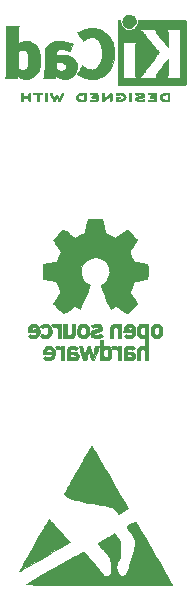
<source format=gbr>
%TF.GenerationSoftware,KiCad,Pcbnew,7.0.8-1.fc38*%
%TF.CreationDate,2023-11-06T19:13:25+00:00*%
%TF.ProjectId,Dev_habit_reminder,4465765f-6861-4626-9974-5f72656d696e,rev?*%
%TF.SameCoordinates,Original*%
%TF.FileFunction,Legend,Bot*%
%TF.FilePolarity,Positive*%
%FSLAX46Y46*%
G04 Gerber Fmt 4.6, Leading zero omitted, Abs format (unit mm)*
G04 Created by KiCad (PCBNEW 7.0.8-1.fc38) date 2023-11-06 19:13:25*
%MOMM*%
%LPD*%
G01*
G04 APERTURE LIST*
%ADD10C,0.010000*%
G04 APERTURE END LIST*
%TO.C,REF\u002A\u002A*%
D10*
X124151121Y-110986350D02*
X124174186Y-111021023D01*
X124225001Y-111104324D01*
X124301015Y-111231823D01*
X124399674Y-111399091D01*
X124518426Y-111601699D01*
X124654719Y-111835218D01*
X124806001Y-112095216D01*
X124969719Y-112377266D01*
X125143320Y-112676937D01*
X125324253Y-112989801D01*
X125509964Y-113311427D01*
X125697902Y-113637386D01*
X125885515Y-113963248D01*
X126070249Y-114284584D01*
X126249552Y-114596965D01*
X126420872Y-114895961D01*
X126581657Y-115177143D01*
X126729354Y-115436080D01*
X126861411Y-115668344D01*
X126975275Y-115869505D01*
X127068395Y-116035134D01*
X127138217Y-116160800D01*
X127182189Y-116242075D01*
X127197759Y-116274529D01*
X127197774Y-116274776D01*
X127172666Y-116308832D01*
X127100517Y-116366559D01*
X126988834Y-116442494D01*
X126845122Y-116531175D01*
X126748746Y-116587905D01*
X126610065Y-116666793D01*
X126513469Y-116716509D01*
X126452485Y-116739849D01*
X126420640Y-116739612D01*
X126411464Y-116718594D01*
X126410765Y-116715167D01*
X126384537Y-116673364D01*
X126328000Y-116602279D01*
X126251572Y-116515167D01*
X126216311Y-116477750D01*
X126106964Y-116377024D01*
X125986044Y-116290931D01*
X125846365Y-116216947D01*
X125680741Y-116152546D01*
X125481985Y-116095204D01*
X125242910Y-116042397D01*
X124956332Y-115991600D01*
X124615063Y-115940290D01*
X124222269Y-115882454D01*
X123842549Y-115820346D01*
X123510521Y-115758088D01*
X123218764Y-115693884D01*
X122959854Y-115625938D01*
X122726367Y-115552453D01*
X122510881Y-115471635D01*
X122305971Y-115381687D01*
X122155377Y-115307509D01*
X122011530Y-115229450D01*
X121897773Y-115159764D01*
X121822998Y-115103930D01*
X121796098Y-115067429D01*
X121796892Y-115064740D01*
X121818561Y-115021724D01*
X121867690Y-114931645D01*
X121941371Y-114799544D01*
X122036695Y-114630466D01*
X122150753Y-114429455D01*
X122280637Y-114201552D01*
X122423438Y-113951802D01*
X122576248Y-113685248D01*
X122736158Y-113406934D01*
X122900260Y-113121902D01*
X123065644Y-112835197D01*
X123229403Y-112551860D01*
X123388627Y-112276937D01*
X123540408Y-112015469D01*
X123681838Y-111772501D01*
X123810008Y-111553076D01*
X123922009Y-111362237D01*
X124014933Y-111205028D01*
X124085871Y-111086491D01*
X124131915Y-111011671D01*
X124150155Y-110985610D01*
X124151121Y-110986350D01*
G36*
X124151121Y-110986350D02*
G01*
X124174186Y-111021023D01*
X124225001Y-111104324D01*
X124301015Y-111231823D01*
X124399674Y-111399091D01*
X124518426Y-111601699D01*
X124654719Y-111835218D01*
X124806001Y-112095216D01*
X124969719Y-112377266D01*
X125143320Y-112676937D01*
X125324253Y-112989801D01*
X125509964Y-113311427D01*
X125697902Y-113637386D01*
X125885515Y-113963248D01*
X126070249Y-114284584D01*
X126249552Y-114596965D01*
X126420872Y-114895961D01*
X126581657Y-115177143D01*
X126729354Y-115436080D01*
X126861411Y-115668344D01*
X126975275Y-115869505D01*
X127068395Y-116035134D01*
X127138217Y-116160800D01*
X127182189Y-116242075D01*
X127197759Y-116274529D01*
X127197774Y-116274776D01*
X127172666Y-116308832D01*
X127100517Y-116366559D01*
X126988834Y-116442494D01*
X126845122Y-116531175D01*
X126748746Y-116587905D01*
X126610065Y-116666793D01*
X126513469Y-116716509D01*
X126452485Y-116739849D01*
X126420640Y-116739612D01*
X126411464Y-116718594D01*
X126410765Y-116715167D01*
X126384537Y-116673364D01*
X126328000Y-116602279D01*
X126251572Y-116515167D01*
X126216311Y-116477750D01*
X126106964Y-116377024D01*
X125986044Y-116290931D01*
X125846365Y-116216947D01*
X125680741Y-116152546D01*
X125481985Y-116095204D01*
X125242910Y-116042397D01*
X124956332Y-115991600D01*
X124615063Y-115940290D01*
X124222269Y-115882454D01*
X123842549Y-115820346D01*
X123510521Y-115758088D01*
X123218764Y-115693884D01*
X122959854Y-115625938D01*
X122726367Y-115552453D01*
X122510881Y-115471635D01*
X122305971Y-115381687D01*
X122155377Y-115307509D01*
X122011530Y-115229450D01*
X121897773Y-115159764D01*
X121822998Y-115103930D01*
X121796098Y-115067429D01*
X121796892Y-115064740D01*
X121818561Y-115021724D01*
X121867690Y-114931645D01*
X121941371Y-114799544D01*
X122036695Y-114630466D01*
X122150753Y-114429455D01*
X122280637Y-114201552D01*
X122423438Y-113951802D01*
X122576248Y-113685248D01*
X122736158Y-113406934D01*
X122900260Y-113121902D01*
X123065644Y-112835197D01*
X123229403Y-112551860D01*
X123388627Y-112276937D01*
X123540408Y-112015469D01*
X123681838Y-111772501D01*
X123810008Y-111553076D01*
X123922009Y-111362237D01*
X124014933Y-111205028D01*
X124085871Y-111086491D01*
X124131915Y-111011671D01*
X124150155Y-110985610D01*
X124151121Y-110986350D01*
G37*
X120625672Y-117324726D02*
X120654047Y-117352065D01*
X120736784Y-117435439D01*
X120846214Y-117548945D01*
X120977021Y-117686795D01*
X121123886Y-117843198D01*
X121281492Y-118012365D01*
X121444521Y-118188506D01*
X121607655Y-118365832D01*
X121765576Y-118538553D01*
X121912966Y-118700879D01*
X122044508Y-118847020D01*
X122154883Y-118971188D01*
X122238773Y-119067591D01*
X122290862Y-119130441D01*
X122305830Y-119153948D01*
X122300693Y-119156544D01*
X122251570Y-119183957D01*
X122154409Y-119239227D01*
X122013304Y-119319996D01*
X121832347Y-119423910D01*
X121615630Y-119548610D01*
X121367248Y-119691743D01*
X121091291Y-119850950D01*
X120791853Y-120023877D01*
X120473026Y-120208167D01*
X120138903Y-120401464D01*
X120014016Y-120473735D01*
X119685767Y-120663613D01*
X119374716Y-120843428D01*
X119084909Y-121010848D01*
X118820391Y-121163542D01*
X118585208Y-121299178D01*
X118383405Y-121415422D01*
X118219027Y-121509942D01*
X118096119Y-121580407D01*
X118018728Y-121624484D01*
X117990898Y-121639841D01*
X117992150Y-121631663D01*
X118014986Y-121584661D01*
X118056987Y-121509573D01*
X118082752Y-121465128D01*
X118137545Y-121370347D01*
X118218174Y-121230755D01*
X118322019Y-121050889D01*
X118446462Y-120835284D01*
X118588886Y-120588480D01*
X118746670Y-120315012D01*
X118917197Y-120019418D01*
X119097848Y-119706235D01*
X119286005Y-119380000D01*
X119470243Y-119060646D01*
X119649360Y-118750374D01*
X119817787Y-118458824D01*
X119972994Y-118190367D01*
X120112451Y-117949370D01*
X120233628Y-117740204D01*
X120333996Y-117567238D01*
X120411025Y-117434843D01*
X120462184Y-117347386D01*
X120484944Y-117309238D01*
X120531641Y-117236403D01*
X120625672Y-117324726D01*
G36*
X120625672Y-117324726D02*
G01*
X120654047Y-117352065D01*
X120736784Y-117435439D01*
X120846214Y-117548945D01*
X120977021Y-117686795D01*
X121123886Y-117843198D01*
X121281492Y-118012365D01*
X121444521Y-118188506D01*
X121607655Y-118365832D01*
X121765576Y-118538553D01*
X121912966Y-118700879D01*
X122044508Y-118847020D01*
X122154883Y-118971188D01*
X122238773Y-119067591D01*
X122290862Y-119130441D01*
X122305830Y-119153948D01*
X122300693Y-119156544D01*
X122251570Y-119183957D01*
X122154409Y-119239227D01*
X122013304Y-119319996D01*
X121832347Y-119423910D01*
X121615630Y-119548610D01*
X121367248Y-119691743D01*
X121091291Y-119850950D01*
X120791853Y-120023877D01*
X120473026Y-120208167D01*
X120138903Y-120401464D01*
X120014016Y-120473735D01*
X119685767Y-120663613D01*
X119374716Y-120843428D01*
X119084909Y-121010848D01*
X118820391Y-121163542D01*
X118585208Y-121299178D01*
X118383405Y-121415422D01*
X118219027Y-121509942D01*
X118096119Y-121580407D01*
X118018728Y-121624484D01*
X117990898Y-121639841D01*
X117992150Y-121631663D01*
X118014986Y-121584661D01*
X118056987Y-121509573D01*
X118082752Y-121465128D01*
X118137545Y-121370347D01*
X118218174Y-121230755D01*
X118322019Y-121050889D01*
X118446462Y-120835284D01*
X118588886Y-120588480D01*
X118746670Y-120315012D01*
X118917197Y-120019418D01*
X119097848Y-119706235D01*
X119286005Y-119380000D01*
X119470243Y-119060646D01*
X119649360Y-118750374D01*
X119817787Y-118458824D01*
X119972994Y-118190367D01*
X120112451Y-117949370D01*
X120233628Y-117740204D01*
X120333996Y-117567238D01*
X120411025Y-117434843D01*
X120462184Y-117347386D01*
X120484944Y-117309238D01*
X120531641Y-117236403D01*
X120625672Y-117324726D01*
G37*
X127880095Y-117432080D02*
X127891604Y-117449250D01*
X127932730Y-117516692D01*
X128000359Y-117630401D01*
X128091901Y-117785937D01*
X128204767Y-117978864D01*
X128336368Y-118204743D01*
X128484116Y-118459136D01*
X128645422Y-118737606D01*
X128817696Y-119035715D01*
X128998351Y-119349025D01*
X129047895Y-119435043D01*
X129243800Y-119775151D01*
X129441018Y-120117509D01*
X129635520Y-120455125D01*
X129823277Y-120781007D01*
X130000262Y-121088164D01*
X130162444Y-121369603D01*
X130305796Y-121618332D01*
X130426289Y-121827360D01*
X130519894Y-121989695D01*
X130962061Y-122756342D01*
X124762152Y-122756342D01*
X124505843Y-122756319D01*
X123895000Y-122756085D01*
X123302864Y-122755604D01*
X122732319Y-122754889D01*
X122186247Y-122753952D01*
X121667531Y-122752807D01*
X121179054Y-122751464D01*
X120723699Y-122749937D01*
X120304348Y-122748238D01*
X119923886Y-122746379D01*
X119585194Y-122744373D01*
X119291156Y-122742231D01*
X119044654Y-122739966D01*
X118848572Y-122737592D01*
X118705792Y-122735118D01*
X118619197Y-122732560D01*
X118591671Y-122729927D01*
X118612109Y-122716608D01*
X118682622Y-122674167D01*
X118798443Y-122605841D01*
X118954861Y-122514342D01*
X119147166Y-122402380D01*
X119370646Y-122272666D01*
X119620592Y-122127908D01*
X119892292Y-121970819D01*
X120181036Y-121804109D01*
X120482112Y-121630487D01*
X120790811Y-121452665D01*
X121102421Y-121273352D01*
X121412232Y-121095259D01*
X121715533Y-120921097D01*
X122007613Y-120753576D01*
X122283762Y-120595406D01*
X122539268Y-120449298D01*
X122769422Y-120317962D01*
X122969512Y-120204109D01*
X123134828Y-120110449D01*
X123260659Y-120039692D01*
X123342294Y-119994548D01*
X123375022Y-119977729D01*
X123396379Y-119981898D01*
X123460716Y-120019817D01*
X123552443Y-120090065D01*
X123661480Y-120185339D01*
X123759690Y-120280713D01*
X123884778Y-120410633D01*
X124024737Y-120562311D01*
X124172393Y-120727396D01*
X124320571Y-120897536D01*
X124462097Y-121064381D01*
X124589797Y-121219578D01*
X124696495Y-121354778D01*
X124775018Y-121461628D01*
X124818191Y-121531778D01*
X124847012Y-121583010D01*
X124925287Y-121689032D01*
X125025917Y-121801825D01*
X125134553Y-121906924D01*
X125236848Y-121989861D01*
X125318455Y-122036172D01*
X125408584Y-122046876D01*
X125528853Y-122017291D01*
X125643158Y-121949453D01*
X125731866Y-121852106D01*
X125747227Y-121826850D01*
X125766784Y-121785487D01*
X125779531Y-121735708D01*
X125786285Y-121666819D01*
X125787863Y-121568124D01*
X125785082Y-121428929D01*
X125778762Y-121238537D01*
X125774233Y-121128404D01*
X125764609Y-120954234D01*
X125753251Y-120801799D01*
X125741217Y-120684498D01*
X125729566Y-120615732D01*
X125701358Y-120537176D01*
X125617733Y-120382480D01*
X125487790Y-120199183D01*
X125309941Y-119985134D01*
X125082600Y-119738180D01*
X124983944Y-119634132D01*
X124869876Y-119511393D01*
X124775729Y-119407330D01*
X124709248Y-119330533D01*
X124678178Y-119289593D01*
X124674984Y-119283092D01*
X124671154Y-119255107D01*
X124690290Y-119224078D01*
X124740230Y-119183319D01*
X124828813Y-119126143D01*
X124963876Y-119045864D01*
X125078695Y-118978844D01*
X125289984Y-118856247D01*
X125456342Y-118761018D01*
X125583356Y-118690066D01*
X125676613Y-118640299D01*
X125741701Y-118608626D01*
X125784208Y-118591954D01*
X125828194Y-118573456D01*
X125853903Y-118548615D01*
X125856308Y-118542756D01*
X125893923Y-118510168D01*
X125962670Y-118468196D01*
X126071438Y-118409621D01*
X126151748Y-118484384D01*
X126180115Y-118514673D01*
X126246111Y-118596987D01*
X126326693Y-118706891D01*
X126410365Y-118829062D01*
X126588672Y-119098978D01*
X126574678Y-120498470D01*
X126472787Y-120597467D01*
X126438549Y-120632759D01*
X126328753Y-120791320D01*
X126264661Y-120979870D01*
X126242824Y-121207561D01*
X126248247Y-121329559D01*
X126286522Y-121544756D01*
X126356282Y-121741166D01*
X126451484Y-121898764D01*
X126517590Y-121956228D01*
X126635099Y-121999875D01*
X126768122Y-122004909D01*
X126899632Y-121973656D01*
X127012603Y-121908440D01*
X127090007Y-121811586D01*
X127092540Y-121806337D01*
X127139327Y-121710451D01*
X127188879Y-121610244D01*
X127230945Y-121516174D01*
X127291288Y-121357621D01*
X127357864Y-121162145D01*
X127428359Y-120938457D01*
X127500458Y-120695269D01*
X127571850Y-120441290D01*
X127640220Y-120185232D01*
X127703254Y-119935804D01*
X127758640Y-119701719D01*
X127804064Y-119491687D01*
X127837212Y-119314418D01*
X127855771Y-119178624D01*
X127857428Y-119093014D01*
X127853695Y-119073565D01*
X127817317Y-118975112D01*
X127749814Y-118843398D01*
X127657110Y-118690331D01*
X127621529Y-118635170D01*
X127478565Y-118410245D01*
X127357040Y-118213544D01*
X127259634Y-118049665D01*
X127189029Y-117923210D01*
X127147904Y-117838780D01*
X127138939Y-117800974D01*
X127139977Y-117799641D01*
X127177090Y-117772410D01*
X127256404Y-117722638D01*
X127367053Y-117656952D01*
X127498168Y-117581977D01*
X127509253Y-117575752D01*
X127651615Y-117497425D01*
X127750763Y-117447473D01*
X127815813Y-117422317D01*
X127855885Y-117418379D01*
X127880095Y-117432080D01*
G36*
X127880095Y-117432080D02*
G01*
X127891604Y-117449250D01*
X127932730Y-117516692D01*
X128000359Y-117630401D01*
X128091901Y-117785937D01*
X128204767Y-117978864D01*
X128336368Y-118204743D01*
X128484116Y-118459136D01*
X128645422Y-118737606D01*
X128817696Y-119035715D01*
X128998351Y-119349025D01*
X129047895Y-119435043D01*
X129243800Y-119775151D01*
X129441018Y-120117509D01*
X129635520Y-120455125D01*
X129823277Y-120781007D01*
X130000262Y-121088164D01*
X130162444Y-121369603D01*
X130305796Y-121618332D01*
X130426289Y-121827360D01*
X130519894Y-121989695D01*
X130962061Y-122756342D01*
X124762152Y-122756342D01*
X124505843Y-122756319D01*
X123895000Y-122756085D01*
X123302864Y-122755604D01*
X122732319Y-122754889D01*
X122186247Y-122753952D01*
X121667531Y-122752807D01*
X121179054Y-122751464D01*
X120723699Y-122749937D01*
X120304348Y-122748238D01*
X119923886Y-122746379D01*
X119585194Y-122744373D01*
X119291156Y-122742231D01*
X119044654Y-122739966D01*
X118848572Y-122737592D01*
X118705792Y-122735118D01*
X118619197Y-122732560D01*
X118591671Y-122729927D01*
X118612109Y-122716608D01*
X118682622Y-122674167D01*
X118798443Y-122605841D01*
X118954861Y-122514342D01*
X119147166Y-122402380D01*
X119370646Y-122272666D01*
X119620592Y-122127908D01*
X119892292Y-121970819D01*
X120181036Y-121804109D01*
X120482112Y-121630487D01*
X120790811Y-121452665D01*
X121102421Y-121273352D01*
X121412232Y-121095259D01*
X121715533Y-120921097D01*
X122007613Y-120753576D01*
X122283762Y-120595406D01*
X122539268Y-120449298D01*
X122769422Y-120317962D01*
X122969512Y-120204109D01*
X123134828Y-120110449D01*
X123260659Y-120039692D01*
X123342294Y-119994548D01*
X123375022Y-119977729D01*
X123396379Y-119981898D01*
X123460716Y-120019817D01*
X123552443Y-120090065D01*
X123661480Y-120185339D01*
X123759690Y-120280713D01*
X123884778Y-120410633D01*
X124024737Y-120562311D01*
X124172393Y-120727396D01*
X124320571Y-120897536D01*
X124462097Y-121064381D01*
X124589797Y-121219578D01*
X124696495Y-121354778D01*
X124775018Y-121461628D01*
X124818191Y-121531778D01*
X124847012Y-121583010D01*
X124925287Y-121689032D01*
X125025917Y-121801825D01*
X125134553Y-121906924D01*
X125236848Y-121989861D01*
X125318455Y-122036172D01*
X125408584Y-122046876D01*
X125528853Y-122017291D01*
X125643158Y-121949453D01*
X125731866Y-121852106D01*
X125747227Y-121826850D01*
X125766784Y-121785487D01*
X125779531Y-121735708D01*
X125786285Y-121666819D01*
X125787863Y-121568124D01*
X125785082Y-121428929D01*
X125778762Y-121238537D01*
X125774233Y-121128404D01*
X125764609Y-120954234D01*
X125753251Y-120801799D01*
X125741217Y-120684498D01*
X125729566Y-120615732D01*
X125701358Y-120537176D01*
X125617733Y-120382480D01*
X125487790Y-120199183D01*
X125309941Y-119985134D01*
X125082600Y-119738180D01*
X124983944Y-119634132D01*
X124869876Y-119511393D01*
X124775729Y-119407330D01*
X124709248Y-119330533D01*
X124678178Y-119289593D01*
X124674984Y-119283092D01*
X124671154Y-119255107D01*
X124690290Y-119224078D01*
X124740230Y-119183319D01*
X124828813Y-119126143D01*
X124963876Y-119045864D01*
X125078695Y-118978844D01*
X125289984Y-118856247D01*
X125456342Y-118761018D01*
X125583356Y-118690066D01*
X125676613Y-118640299D01*
X125741701Y-118608626D01*
X125784208Y-118591954D01*
X125828194Y-118573456D01*
X125853903Y-118548615D01*
X125856308Y-118542756D01*
X125893923Y-118510168D01*
X125962670Y-118468196D01*
X126071438Y-118409621D01*
X126151748Y-118484384D01*
X126180115Y-118514673D01*
X126246111Y-118596987D01*
X126326693Y-118706891D01*
X126410365Y-118829062D01*
X126588672Y-119098978D01*
X126574678Y-120498470D01*
X126472787Y-120597467D01*
X126438549Y-120632759D01*
X126328753Y-120791320D01*
X126264661Y-120979870D01*
X126242824Y-121207561D01*
X126248247Y-121329559D01*
X126286522Y-121544756D01*
X126356282Y-121741166D01*
X126451484Y-121898764D01*
X126517590Y-121956228D01*
X126635099Y-121999875D01*
X126768122Y-122004909D01*
X126899632Y-121973656D01*
X127012603Y-121908440D01*
X127090007Y-121811586D01*
X127092540Y-121806337D01*
X127139327Y-121710451D01*
X127188879Y-121610244D01*
X127230945Y-121516174D01*
X127291288Y-121357621D01*
X127357864Y-121162145D01*
X127428359Y-120938457D01*
X127500458Y-120695269D01*
X127571850Y-120441290D01*
X127640220Y-120185232D01*
X127703254Y-119935804D01*
X127758640Y-119701719D01*
X127804064Y-119491687D01*
X127837212Y-119314418D01*
X127855771Y-119178624D01*
X127857428Y-119093014D01*
X127853695Y-119073565D01*
X127817317Y-118975112D01*
X127749814Y-118843398D01*
X127657110Y-118690331D01*
X127621529Y-118635170D01*
X127478565Y-118410245D01*
X127357040Y-118213544D01*
X127259634Y-118049665D01*
X127189029Y-117923210D01*
X127147904Y-117838780D01*
X127138939Y-117800974D01*
X127139977Y-117799641D01*
X127177090Y-117772410D01*
X127256404Y-117722638D01*
X127367053Y-117656952D01*
X127498168Y-117581977D01*
X127509253Y-117575752D01*
X127651615Y-117497425D01*
X127750763Y-117447473D01*
X127815813Y-117422317D01*
X127855885Y-117418379D01*
X127880095Y-117432080D01*
G37*
X125181634Y-92423172D02*
X125294216Y-93020363D01*
X125709629Y-93191610D01*
X126125043Y-93362857D01*
X126623400Y-93023978D01*
X126722036Y-92957170D01*
X126852797Y-92869479D01*
X126966008Y-92794580D01*
X127055789Y-92736320D01*
X127116261Y-92698545D01*
X127141544Y-92685098D01*
X127157072Y-92694661D01*
X127203487Y-92734730D01*
X127273730Y-92800487D01*
X127361848Y-92885895D01*
X127461889Y-92984915D01*
X127567902Y-93091509D01*
X127673935Y-93199640D01*
X127774035Y-93303268D01*
X127862251Y-93396358D01*
X127932632Y-93472869D01*
X127979225Y-93526765D01*
X127996079Y-93552007D01*
X127992158Y-93562852D01*
X127965012Y-93611228D01*
X127915439Y-93690842D01*
X127847459Y-93795454D01*
X127765091Y-93918822D01*
X127672353Y-94054706D01*
X127621460Y-94128815D01*
X127533912Y-94257835D01*
X127458853Y-94370434D01*
X127400285Y-94460505D01*
X127362209Y-94521942D01*
X127348628Y-94548640D01*
X127348851Y-94550119D01*
X127360831Y-94583962D01*
X127388316Y-94653071D01*
X127427474Y-94748416D01*
X127474474Y-94860972D01*
X127525485Y-94981710D01*
X127576676Y-95101602D01*
X127624215Y-95211622D01*
X127664271Y-95302740D01*
X127693013Y-95365931D01*
X127706610Y-95392165D01*
X127714655Y-95394492D01*
X127763535Y-95404988D01*
X127850652Y-95422376D01*
X127969033Y-95445295D01*
X128111704Y-95472389D01*
X128271692Y-95502296D01*
X128356015Y-95518153D01*
X128510783Y-95548407D01*
X128646104Y-95576347D01*
X128754582Y-95600369D01*
X128828820Y-95618868D01*
X128861422Y-95630238D01*
X128867278Y-95641511D01*
X128876992Y-95696586D01*
X128884624Y-95788317D01*
X128890180Y-95908073D01*
X128893666Y-96047221D01*
X128895087Y-96197131D01*
X128894450Y-96349172D01*
X128891760Y-96494712D01*
X128887024Y-96625121D01*
X128880247Y-96731766D01*
X128871436Y-96806018D01*
X128860595Y-96839245D01*
X128854017Y-96842993D01*
X128804955Y-96859069D01*
X128719847Y-96880338D01*
X128608529Y-96904472D01*
X128480840Y-96929143D01*
X128437757Y-96937000D01*
X128238773Y-96973542D01*
X128082388Y-97002910D01*
X127963183Y-97026321D01*
X127875737Y-97044994D01*
X127814628Y-97060146D01*
X127774435Y-97072995D01*
X127749738Y-97084758D01*
X127735116Y-97096653D01*
X127733416Y-97098649D01*
X127709504Y-97140271D01*
X127674119Y-97216430D01*
X127630692Y-97318193D01*
X127582651Y-97436624D01*
X127533425Y-97562789D01*
X127486445Y-97687754D01*
X127445140Y-97802584D01*
X127412939Y-97898344D01*
X127393271Y-97966100D01*
X127389565Y-97996917D01*
X127392043Y-98000915D01*
X127417689Y-98039584D01*
X127465920Y-98110907D01*
X127532262Y-98208314D01*
X127612245Y-98325234D01*
X127701397Y-98455098D01*
X127725865Y-98490828D01*
X127811903Y-98618990D01*
X127886258Y-98733608D01*
X127944688Y-98827887D01*
X127982947Y-98895029D01*
X127996792Y-98928235D01*
X127993809Y-98936965D01*
X127962711Y-98979982D01*
X127901355Y-99050230D01*
X127814137Y-99142979D01*
X127705449Y-99253502D01*
X127579685Y-99377071D01*
X127507800Y-99446235D01*
X127394139Y-99553957D01*
X127294657Y-99646225D01*
X127214695Y-99718181D01*
X127159595Y-99764968D01*
X127134698Y-99781727D01*
X127117593Y-99775515D01*
X127064929Y-99746126D01*
X126988449Y-99698063D01*
X126898129Y-99637412D01*
X126833911Y-99593153D01*
X126705705Y-99505261D01*
X126568894Y-99411915D01*
X126443932Y-99327091D01*
X126199137Y-99161515D01*
X125993649Y-99272620D01*
X125945263Y-99298265D01*
X125857270Y-99342130D01*
X125789223Y-99372414D01*
X125752856Y-99383706D01*
X125740954Y-99369205D01*
X125711400Y-99313992D01*
X125667748Y-99222962D01*
X125612426Y-99101892D01*
X125547863Y-98956559D01*
X125476489Y-98792741D01*
X125400732Y-98616213D01*
X125323022Y-98432753D01*
X125245786Y-98248138D01*
X125171456Y-98068146D01*
X125102458Y-97898552D01*
X125041223Y-97745135D01*
X124990179Y-97613670D01*
X124951755Y-97509936D01*
X124928380Y-97439709D01*
X124922483Y-97408766D01*
X124922883Y-97407862D01*
X124950349Y-97379257D01*
X125007799Y-97334457D01*
X125083373Y-97282751D01*
X125107227Y-97266962D01*
X125288734Y-97117174D01*
X125438953Y-96938767D01*
X125554327Y-96739165D01*
X125631299Y-96525797D01*
X125666314Y-96306087D01*
X125655813Y-96087462D01*
X125613277Y-95893011D01*
X125536903Y-95696657D01*
X125425565Y-95521484D01*
X125272774Y-95355082D01*
X125212739Y-95301924D01*
X125018658Y-95170951D01*
X124808999Y-95082744D01*
X124589837Y-95036512D01*
X124367247Y-95031467D01*
X124147307Y-95066820D01*
X123936090Y-95141779D01*
X123739673Y-95255557D01*
X123564132Y-95407363D01*
X123415542Y-95596409D01*
X123386974Y-95643224D01*
X123289873Y-95857204D01*
X123238303Y-96080026D01*
X123230914Y-96305922D01*
X123266355Y-96529119D01*
X123343276Y-96743847D01*
X123460326Y-96944336D01*
X123616155Y-97124814D01*
X123809413Y-97279510D01*
X123815689Y-97283679D01*
X123890461Y-97336370D01*
X123946504Y-97381169D01*
X123972100Y-97408766D01*
X123968870Y-97430402D01*
X123948790Y-97493399D01*
X123913184Y-97591038D01*
X123864480Y-97717542D01*
X123805108Y-97867132D01*
X123737494Y-98034030D01*
X123664066Y-98212457D01*
X123587254Y-98396636D01*
X123509484Y-98580787D01*
X123433185Y-98759133D01*
X123360784Y-98925895D01*
X123294710Y-99075294D01*
X123237391Y-99201554D01*
X123191255Y-99298894D01*
X123158730Y-99361538D01*
X123142243Y-99383706D01*
X123128533Y-99380703D01*
X123074670Y-99359126D01*
X122995064Y-99321293D01*
X122901449Y-99272620D01*
X122695962Y-99161515D01*
X122451167Y-99327091D01*
X122378845Y-99376120D01*
X122244326Y-99467729D01*
X122110215Y-99559485D01*
X121996970Y-99637412D01*
X121934470Y-99679881D01*
X121853239Y-99732644D01*
X121793009Y-99768765D01*
X121763591Y-99782157D01*
X121750953Y-99776471D01*
X121705267Y-99741645D01*
X121634838Y-99680329D01*
X121545796Y-99598554D01*
X121444272Y-99502351D01*
X121336394Y-99397751D01*
X121228295Y-99290786D01*
X121126103Y-99187485D01*
X121035950Y-99093882D01*
X120963964Y-99016006D01*
X120916278Y-98959889D01*
X120899020Y-98931562D01*
X120900015Y-98926172D01*
X120920555Y-98882304D01*
X120964434Y-98806407D01*
X121027412Y-98705336D01*
X121105247Y-98585948D01*
X121193701Y-98455098D01*
X121218509Y-98419005D01*
X121305618Y-98292000D01*
X121382347Y-98179718D01*
X121444224Y-98088730D01*
X121486777Y-98025606D01*
X121505534Y-97996917D01*
X121505995Y-97995687D01*
X121500459Y-97960588D01*
X121479320Y-97889484D01*
X121446005Y-97791310D01*
X121403945Y-97675002D01*
X121356570Y-97549493D01*
X121307308Y-97423718D01*
X121259589Y-97306612D01*
X121216842Y-97207110D01*
X121182497Y-97134145D01*
X121159983Y-97096653D01*
X121157728Y-97094325D01*
X121141608Y-97082549D01*
X121114383Y-97070673D01*
X121070633Y-97057481D01*
X121004935Y-97041754D01*
X120911870Y-97022274D01*
X120786016Y-96997824D01*
X120621953Y-96967186D01*
X120414259Y-96929143D01*
X120371181Y-96921136D01*
X120247777Y-96896384D01*
X120143972Y-96872933D01*
X120069601Y-96853110D01*
X120034504Y-96839245D01*
X120028632Y-96827677D01*
X120018842Y-96772110D01*
X120011085Y-96679990D01*
X120005365Y-96559951D01*
X120001689Y-96420622D01*
X120000062Y-96270635D01*
X120000491Y-96118621D01*
X120002982Y-95973212D01*
X120007540Y-95843037D01*
X120014171Y-95736730D01*
X120022881Y-95662919D01*
X120033677Y-95630238D01*
X120044699Y-95625410D01*
X120099531Y-95610191D01*
X120192213Y-95588666D01*
X120315351Y-95562439D01*
X120461548Y-95533114D01*
X120623406Y-95502296D01*
X120711784Y-95485831D01*
X120863259Y-95457279D01*
X120993640Y-95432277D01*
X121095954Y-95412185D01*
X121163228Y-95398362D01*
X121188489Y-95392165D01*
X121189438Y-95390888D01*
X121205526Y-95358437D01*
X121236194Y-95290452D01*
X121277611Y-95195954D01*
X121325941Y-95083964D01*
X121377354Y-94963500D01*
X121428014Y-94843584D01*
X121474089Y-94733235D01*
X121511746Y-94641473D01*
X121537151Y-94577319D01*
X121546471Y-94549792D01*
X121542360Y-94540106D01*
X121515000Y-94494018D01*
X121465370Y-94416440D01*
X121397460Y-94313461D01*
X121315255Y-94191167D01*
X121222746Y-94055646D01*
X121171991Y-93981429D01*
X121084403Y-93851309D01*
X121009306Y-93737112D01*
X120950707Y-93645066D01*
X120912609Y-93581398D01*
X120899020Y-93552337D01*
X120908462Y-93536573D01*
X120947960Y-93489471D01*
X121012758Y-93418186D01*
X121096909Y-93328760D01*
X121194464Y-93227232D01*
X121299474Y-93119643D01*
X121405993Y-93012034D01*
X121508071Y-92910445D01*
X121599760Y-92820917D01*
X121675112Y-92749489D01*
X121728180Y-92702203D01*
X121753014Y-92685098D01*
X121766799Y-92691749D01*
X121817418Y-92722592D01*
X121899105Y-92775083D01*
X122005972Y-92845375D01*
X122132132Y-92929622D01*
X122271698Y-93023978D01*
X122770056Y-93362857D01*
X123185469Y-93191610D01*
X123600883Y-93020363D01*
X123713465Y-92423172D01*
X123826048Y-91825980D01*
X125069051Y-91825980D01*
X125181634Y-92423172D01*
G36*
X125181634Y-92423172D02*
G01*
X125294216Y-93020363D01*
X125709629Y-93191610D01*
X126125043Y-93362857D01*
X126623400Y-93023978D01*
X126722036Y-92957170D01*
X126852797Y-92869479D01*
X126966008Y-92794580D01*
X127055789Y-92736320D01*
X127116261Y-92698545D01*
X127141544Y-92685098D01*
X127157072Y-92694661D01*
X127203487Y-92734730D01*
X127273730Y-92800487D01*
X127361848Y-92885895D01*
X127461889Y-92984915D01*
X127567902Y-93091509D01*
X127673935Y-93199640D01*
X127774035Y-93303268D01*
X127862251Y-93396358D01*
X127932632Y-93472869D01*
X127979225Y-93526765D01*
X127996079Y-93552007D01*
X127992158Y-93562852D01*
X127965012Y-93611228D01*
X127915439Y-93690842D01*
X127847459Y-93795454D01*
X127765091Y-93918822D01*
X127672353Y-94054706D01*
X127621460Y-94128815D01*
X127533912Y-94257835D01*
X127458853Y-94370434D01*
X127400285Y-94460505D01*
X127362209Y-94521942D01*
X127348628Y-94548640D01*
X127348851Y-94550119D01*
X127360831Y-94583962D01*
X127388316Y-94653071D01*
X127427474Y-94748416D01*
X127474474Y-94860972D01*
X127525485Y-94981710D01*
X127576676Y-95101602D01*
X127624215Y-95211622D01*
X127664271Y-95302740D01*
X127693013Y-95365931D01*
X127706610Y-95392165D01*
X127714655Y-95394492D01*
X127763535Y-95404988D01*
X127850652Y-95422376D01*
X127969033Y-95445295D01*
X128111704Y-95472389D01*
X128271692Y-95502296D01*
X128356015Y-95518153D01*
X128510783Y-95548407D01*
X128646104Y-95576347D01*
X128754582Y-95600369D01*
X128828820Y-95618868D01*
X128861422Y-95630238D01*
X128867278Y-95641511D01*
X128876992Y-95696586D01*
X128884624Y-95788317D01*
X128890180Y-95908073D01*
X128893666Y-96047221D01*
X128895087Y-96197131D01*
X128894450Y-96349172D01*
X128891760Y-96494712D01*
X128887024Y-96625121D01*
X128880247Y-96731766D01*
X128871436Y-96806018D01*
X128860595Y-96839245D01*
X128854017Y-96842993D01*
X128804955Y-96859069D01*
X128719847Y-96880338D01*
X128608529Y-96904472D01*
X128480840Y-96929143D01*
X128437757Y-96937000D01*
X128238773Y-96973542D01*
X128082388Y-97002910D01*
X127963183Y-97026321D01*
X127875737Y-97044994D01*
X127814628Y-97060146D01*
X127774435Y-97072995D01*
X127749738Y-97084758D01*
X127735116Y-97096653D01*
X127733416Y-97098649D01*
X127709504Y-97140271D01*
X127674119Y-97216430D01*
X127630692Y-97318193D01*
X127582651Y-97436624D01*
X127533425Y-97562789D01*
X127486445Y-97687754D01*
X127445140Y-97802584D01*
X127412939Y-97898344D01*
X127393271Y-97966100D01*
X127389565Y-97996917D01*
X127392043Y-98000915D01*
X127417689Y-98039584D01*
X127465920Y-98110907D01*
X127532262Y-98208314D01*
X127612245Y-98325234D01*
X127701397Y-98455098D01*
X127725865Y-98490828D01*
X127811903Y-98618990D01*
X127886258Y-98733608D01*
X127944688Y-98827887D01*
X127982947Y-98895029D01*
X127996792Y-98928235D01*
X127993809Y-98936965D01*
X127962711Y-98979982D01*
X127901355Y-99050230D01*
X127814137Y-99142979D01*
X127705449Y-99253502D01*
X127579685Y-99377071D01*
X127507800Y-99446235D01*
X127394139Y-99553957D01*
X127294657Y-99646225D01*
X127214695Y-99718181D01*
X127159595Y-99764968D01*
X127134698Y-99781727D01*
X127117593Y-99775515D01*
X127064929Y-99746126D01*
X126988449Y-99698063D01*
X126898129Y-99637412D01*
X126833911Y-99593153D01*
X126705705Y-99505261D01*
X126568894Y-99411915D01*
X126443932Y-99327091D01*
X126199137Y-99161515D01*
X125993649Y-99272620D01*
X125945263Y-99298265D01*
X125857270Y-99342130D01*
X125789223Y-99372414D01*
X125752856Y-99383706D01*
X125740954Y-99369205D01*
X125711400Y-99313992D01*
X125667748Y-99222962D01*
X125612426Y-99101892D01*
X125547863Y-98956559D01*
X125476489Y-98792741D01*
X125400732Y-98616213D01*
X125323022Y-98432753D01*
X125245786Y-98248138D01*
X125171456Y-98068146D01*
X125102458Y-97898552D01*
X125041223Y-97745135D01*
X124990179Y-97613670D01*
X124951755Y-97509936D01*
X124928380Y-97439709D01*
X124922483Y-97408766D01*
X124922883Y-97407862D01*
X124950349Y-97379257D01*
X125007799Y-97334457D01*
X125083373Y-97282751D01*
X125107227Y-97266962D01*
X125288734Y-97117174D01*
X125438953Y-96938767D01*
X125554327Y-96739165D01*
X125631299Y-96525797D01*
X125666314Y-96306087D01*
X125655813Y-96087462D01*
X125613277Y-95893011D01*
X125536903Y-95696657D01*
X125425565Y-95521484D01*
X125272774Y-95355082D01*
X125212739Y-95301924D01*
X125018658Y-95170951D01*
X124808999Y-95082744D01*
X124589837Y-95036512D01*
X124367247Y-95031467D01*
X124147307Y-95066820D01*
X123936090Y-95141779D01*
X123739673Y-95255557D01*
X123564132Y-95407363D01*
X123415542Y-95596409D01*
X123386974Y-95643224D01*
X123289873Y-95857204D01*
X123238303Y-96080026D01*
X123230914Y-96305922D01*
X123266355Y-96529119D01*
X123343276Y-96743847D01*
X123460326Y-96944336D01*
X123616155Y-97124814D01*
X123809413Y-97279510D01*
X123815689Y-97283679D01*
X123890461Y-97336370D01*
X123946504Y-97381169D01*
X123972100Y-97408766D01*
X123968870Y-97430402D01*
X123948790Y-97493399D01*
X123913184Y-97591038D01*
X123864480Y-97717542D01*
X123805108Y-97867132D01*
X123737494Y-98034030D01*
X123664066Y-98212457D01*
X123587254Y-98396636D01*
X123509484Y-98580787D01*
X123433185Y-98759133D01*
X123360784Y-98925895D01*
X123294710Y-99075294D01*
X123237391Y-99201554D01*
X123191255Y-99298894D01*
X123158730Y-99361538D01*
X123142243Y-99383706D01*
X123128533Y-99380703D01*
X123074670Y-99359126D01*
X122995064Y-99321293D01*
X122901449Y-99272620D01*
X122695962Y-99161515D01*
X122451167Y-99327091D01*
X122378845Y-99376120D01*
X122244326Y-99467729D01*
X122110215Y-99559485D01*
X121996970Y-99637412D01*
X121934470Y-99679881D01*
X121853239Y-99732644D01*
X121793009Y-99768765D01*
X121763591Y-99782157D01*
X121750953Y-99776471D01*
X121705267Y-99741645D01*
X121634838Y-99680329D01*
X121545796Y-99598554D01*
X121444272Y-99502351D01*
X121336394Y-99397751D01*
X121228295Y-99290786D01*
X121126103Y-99187485D01*
X121035950Y-99093882D01*
X120963964Y-99016006D01*
X120916278Y-98959889D01*
X120899020Y-98931562D01*
X120900015Y-98926172D01*
X120920555Y-98882304D01*
X120964434Y-98806407D01*
X121027412Y-98705336D01*
X121105247Y-98585948D01*
X121193701Y-98455098D01*
X121218509Y-98419005D01*
X121305618Y-98292000D01*
X121382347Y-98179718D01*
X121444224Y-98088730D01*
X121486777Y-98025606D01*
X121505534Y-97996917D01*
X121505995Y-97995687D01*
X121500459Y-97960588D01*
X121479320Y-97889484D01*
X121446005Y-97791310D01*
X121403945Y-97675002D01*
X121356570Y-97549493D01*
X121307308Y-97423718D01*
X121259589Y-97306612D01*
X121216842Y-97207110D01*
X121182497Y-97134145D01*
X121159983Y-97096653D01*
X121157728Y-97094325D01*
X121141608Y-97082549D01*
X121114383Y-97070673D01*
X121070633Y-97057481D01*
X121004935Y-97041754D01*
X120911870Y-97022274D01*
X120786016Y-96997824D01*
X120621953Y-96967186D01*
X120414259Y-96929143D01*
X120371181Y-96921136D01*
X120247777Y-96896384D01*
X120143972Y-96872933D01*
X120069601Y-96853110D01*
X120034504Y-96839245D01*
X120028632Y-96827677D01*
X120018842Y-96772110D01*
X120011085Y-96679990D01*
X120005365Y-96559951D01*
X120001689Y-96420622D01*
X120000062Y-96270635D01*
X120000491Y-96118621D01*
X120002982Y-95973212D01*
X120007540Y-95843037D01*
X120014171Y-95736730D01*
X120022881Y-95662919D01*
X120033677Y-95630238D01*
X120044699Y-95625410D01*
X120099531Y-95610191D01*
X120192213Y-95588666D01*
X120315351Y-95562439D01*
X120461548Y-95533114D01*
X120623406Y-95502296D01*
X120711784Y-95485831D01*
X120863259Y-95457279D01*
X120993640Y-95432277D01*
X121095954Y-95412185D01*
X121163228Y-95398362D01*
X121188489Y-95392165D01*
X121189438Y-95390888D01*
X121205526Y-95358437D01*
X121236194Y-95290452D01*
X121277611Y-95195954D01*
X121325941Y-95083964D01*
X121377354Y-94963500D01*
X121428014Y-94843584D01*
X121474089Y-94733235D01*
X121511746Y-94641473D01*
X121537151Y-94577319D01*
X121546471Y-94549792D01*
X121542360Y-94540106D01*
X121515000Y-94494018D01*
X121465370Y-94416440D01*
X121397460Y-94313461D01*
X121315255Y-94191167D01*
X121222746Y-94055646D01*
X121171991Y-93981429D01*
X121084403Y-93851309D01*
X121009306Y-93737112D01*
X120950707Y-93645066D01*
X120912609Y-93581398D01*
X120899020Y-93552337D01*
X120908462Y-93536573D01*
X120947960Y-93489471D01*
X121012758Y-93418186D01*
X121096909Y-93328760D01*
X121194464Y-93227232D01*
X121299474Y-93119643D01*
X121405993Y-93012034D01*
X121508071Y-92910445D01*
X121599760Y-92820917D01*
X121675112Y-92749489D01*
X121728180Y-92702203D01*
X121753014Y-92685098D01*
X121766799Y-92691749D01*
X121817418Y-92722592D01*
X121899105Y-92775083D01*
X122005972Y-92845375D01*
X122132132Y-92929622D01*
X122271698Y-93023978D01*
X122770056Y-93362857D01*
X123185469Y-93191610D01*
X123600883Y-93020363D01*
X123713465Y-92423172D01*
X123826048Y-91825980D01*
X125069051Y-91825980D01*
X125181634Y-92423172D01*
G37*
X124655810Y-100677820D02*
X124799629Y-100713866D01*
X124904691Y-100780677D01*
X124971594Y-100878702D01*
X125000940Y-101008387D01*
X124994999Y-101132544D01*
X124952114Y-101237266D01*
X124869876Y-101314693D01*
X124746635Y-101366337D01*
X124580744Y-101393710D01*
X124472952Y-101408057D01*
X124374566Y-101439099D01*
X124323771Y-101484053D01*
X124320704Y-101542838D01*
X124341146Y-101579493D01*
X124404454Y-101622935D01*
X124494449Y-101643483D01*
X124599913Y-101640673D01*
X124709626Y-101614042D01*
X124812368Y-101563128D01*
X124914804Y-101495339D01*
X125004902Y-101586508D01*
X125095000Y-101677676D01*
X125020295Y-101738655D01*
X124991246Y-101759842D01*
X124909517Y-101807978D01*
X124821079Y-101849457D01*
X124751087Y-101873262D01*
X124648602Y-101890504D01*
X124522255Y-101890732D01*
X124367318Y-101871748D01*
X124227745Y-101823630D01*
X124128950Y-101747195D01*
X124070701Y-101642254D01*
X124052762Y-101508617D01*
X124065747Y-101391054D01*
X124107431Y-101294803D01*
X124182477Y-101225873D01*
X124295635Y-101180030D01*
X124451654Y-101153042D01*
X124469574Y-101151088D01*
X124566714Y-101138630D01*
X124645514Y-101125592D01*
X124690344Y-101114499D01*
X124705304Y-101105567D01*
X124730596Y-101059509D01*
X124726488Y-101000553D01*
X124692688Y-100949373D01*
X124674939Y-100938210D01*
X124600981Y-100920326D01*
X124505451Y-100921529D01*
X124405836Y-100940561D01*
X124319621Y-100976168D01*
X124229031Y-101029618D01*
X124158763Y-100947505D01*
X124141712Y-100926644D01*
X124103298Y-100870761D01*
X124087483Y-100832887D01*
X124104090Y-100809664D01*
X124155469Y-100773412D01*
X124229657Y-100734402D01*
X124240110Y-100729633D01*
X124337941Y-100692229D01*
X124432241Y-100674345D01*
X124549262Y-100670754D01*
X124655810Y-100677820D01*
G36*
X124655810Y-100677820D02*
G01*
X124799629Y-100713866D01*
X124904691Y-100780677D01*
X124971594Y-100878702D01*
X125000940Y-101008387D01*
X124994999Y-101132544D01*
X124952114Y-101237266D01*
X124869876Y-101314693D01*
X124746635Y-101366337D01*
X124580744Y-101393710D01*
X124472952Y-101408057D01*
X124374566Y-101439099D01*
X124323771Y-101484053D01*
X124320704Y-101542838D01*
X124341146Y-101579493D01*
X124404454Y-101622935D01*
X124494449Y-101643483D01*
X124599913Y-101640673D01*
X124709626Y-101614042D01*
X124812368Y-101563128D01*
X124914804Y-101495339D01*
X125004902Y-101586508D01*
X125095000Y-101677676D01*
X125020295Y-101738655D01*
X124991246Y-101759842D01*
X124909517Y-101807978D01*
X124821079Y-101849457D01*
X124751087Y-101873262D01*
X124648602Y-101890504D01*
X124522255Y-101890732D01*
X124367318Y-101871748D01*
X124227745Y-101823630D01*
X124128950Y-101747195D01*
X124070701Y-101642254D01*
X124052762Y-101508617D01*
X124065747Y-101391054D01*
X124107431Y-101294803D01*
X124182477Y-101225873D01*
X124295635Y-101180030D01*
X124451654Y-101153042D01*
X124469574Y-101151088D01*
X124566714Y-101138630D01*
X124645514Y-101125592D01*
X124690344Y-101114499D01*
X124705304Y-101105567D01*
X124730596Y-101059509D01*
X124726488Y-101000553D01*
X124692688Y-100949373D01*
X124674939Y-100938210D01*
X124600981Y-100920326D01*
X124505451Y-100921529D01*
X124405836Y-100940561D01*
X124319621Y-100976168D01*
X124229031Y-101029618D01*
X124158763Y-100947505D01*
X124141712Y-100926644D01*
X124103298Y-100870761D01*
X124087483Y-100832887D01*
X124104090Y-100809664D01*
X124155469Y-100773412D01*
X124229657Y-100734402D01*
X124240110Y-100729633D01*
X124337941Y-100692229D01*
X124432241Y-100674345D01*
X124549262Y-100670754D01*
X124655810Y-100677820D01*
G37*
X127841123Y-103434559D02*
X127840841Y-103437844D01*
X127810497Y-103565772D01*
X127743002Y-103661986D01*
X127635000Y-103731318D01*
X127579189Y-103748186D01*
X127483593Y-103761333D01*
X127379055Y-103764472D01*
X127284738Y-103757237D01*
X127219808Y-103739262D01*
X127180370Y-103724864D01*
X127141758Y-103739262D01*
X127127634Y-103747604D01*
X127071261Y-103761131D01*
X126995020Y-103766471D01*
X126875491Y-103766471D01*
X126875491Y-103339278D01*
X127149412Y-103339278D01*
X127158619Y-103412143D01*
X127194951Y-103476239D01*
X127215744Y-103490110D01*
X127289958Y-103511731D01*
X127382610Y-103517129D01*
X127473468Y-103506162D01*
X127542303Y-103478686D01*
X127576595Y-103442358D01*
X127597647Y-103377808D01*
X127578977Y-103326639D01*
X127517259Y-103282148D01*
X127418047Y-103253605D01*
X127287173Y-103243530D01*
X127149412Y-103243530D01*
X127149412Y-103339278D01*
X126875491Y-103339278D01*
X126875491Y-103284565D01*
X126875500Y-103242890D01*
X126875954Y-103085810D01*
X126877658Y-102969029D01*
X126881385Y-102884788D01*
X126887911Y-102825329D01*
X126898008Y-102782891D01*
X126912452Y-102749716D01*
X126932016Y-102718045D01*
X126994949Y-102643837D01*
X127084130Y-102587180D01*
X127201280Y-102555922D01*
X127355653Y-102546313D01*
X127360671Y-102546323D01*
X127467980Y-102551170D01*
X127564028Y-102563252D01*
X127629575Y-102580191D01*
X127647545Y-102588679D01*
X127704740Y-102624627D01*
X127756499Y-102667352D01*
X127790553Y-102705800D01*
X127794635Y-102728916D01*
X127786669Y-102735164D01*
X127699875Y-102801855D01*
X127641839Y-102841188D01*
X127603465Y-102857057D01*
X127575659Y-102853359D01*
X127549327Y-102833990D01*
X127500730Y-102809809D01*
X127418833Y-102793687D01*
X127326273Y-102789505D01*
X127242519Y-102798015D01*
X127187035Y-102819972D01*
X127184116Y-102822644D01*
X127159183Y-102872836D01*
X127149412Y-102947755D01*
X127149412Y-103044314D01*
X127379755Y-103044407D01*
X127485565Y-103046082D01*
X127574632Y-103053368D01*
X127638345Y-103068357D01*
X127689821Y-103093110D01*
X127701800Y-103100712D01*
X127788466Y-103184282D01*
X127834564Y-103294790D01*
X127838460Y-103377808D01*
X127841123Y-103434559D01*
G36*
X127841123Y-103434559D02*
G01*
X127840841Y-103437844D01*
X127810497Y-103565772D01*
X127743002Y-103661986D01*
X127635000Y-103731318D01*
X127579189Y-103748186D01*
X127483593Y-103761333D01*
X127379055Y-103764472D01*
X127284738Y-103757237D01*
X127219808Y-103739262D01*
X127180370Y-103724864D01*
X127141758Y-103739262D01*
X127127634Y-103747604D01*
X127071261Y-103761131D01*
X126995020Y-103766471D01*
X126875491Y-103766471D01*
X126875491Y-103339278D01*
X127149412Y-103339278D01*
X127158619Y-103412143D01*
X127194951Y-103476239D01*
X127215744Y-103490110D01*
X127289958Y-103511731D01*
X127382610Y-103517129D01*
X127473468Y-103506162D01*
X127542303Y-103478686D01*
X127576595Y-103442358D01*
X127597647Y-103377808D01*
X127578977Y-103326639D01*
X127517259Y-103282148D01*
X127418047Y-103253605D01*
X127287173Y-103243530D01*
X127149412Y-103243530D01*
X127149412Y-103339278D01*
X126875491Y-103339278D01*
X126875491Y-103284565D01*
X126875500Y-103242890D01*
X126875954Y-103085810D01*
X126877658Y-102969029D01*
X126881385Y-102884788D01*
X126887911Y-102825329D01*
X126898008Y-102782891D01*
X126912452Y-102749716D01*
X126932016Y-102718045D01*
X126994949Y-102643837D01*
X127084130Y-102587180D01*
X127201280Y-102555922D01*
X127355653Y-102546313D01*
X127360671Y-102546323D01*
X127467980Y-102551170D01*
X127564028Y-102563252D01*
X127629575Y-102580191D01*
X127647545Y-102588679D01*
X127704740Y-102624627D01*
X127756499Y-102667352D01*
X127790553Y-102705800D01*
X127794635Y-102728916D01*
X127786669Y-102735164D01*
X127699875Y-102801855D01*
X127641839Y-102841188D01*
X127603465Y-102857057D01*
X127575659Y-102853359D01*
X127549327Y-102833990D01*
X127500730Y-102809809D01*
X127418833Y-102793687D01*
X127326273Y-102789505D01*
X127242519Y-102798015D01*
X127187035Y-102819972D01*
X127184116Y-102822644D01*
X127159183Y-102872836D01*
X127149412Y-102947755D01*
X127149412Y-103044314D01*
X127379755Y-103044407D01*
X127485565Y-103046082D01*
X127574632Y-103053368D01*
X127638345Y-103068357D01*
X127689821Y-103093110D01*
X127701800Y-103100712D01*
X127788466Y-103184282D01*
X127834564Y-103294790D01*
X127838460Y-103377808D01*
X127841123Y-103434559D01*
G37*
X126626471Y-103766471D02*
X126377451Y-103766471D01*
X126377451Y-103382111D01*
X126377176Y-103292706D01*
X126374344Y-103144629D01*
X126367176Y-103035003D01*
X126354116Y-102956252D01*
X126333608Y-102900798D01*
X126304098Y-102861061D01*
X126264031Y-102829465D01*
X126220290Y-102805921D01*
X126168496Y-102799246D01*
X126094831Y-102814090D01*
X126071159Y-102820271D01*
X126012069Y-102829572D01*
X125969818Y-102816245D01*
X125920848Y-102774996D01*
X125911555Y-102766026D01*
X125860179Y-102710534D01*
X125827047Y-102665415D01*
X125822502Y-102654545D01*
X125831508Y-102614409D01*
X125877174Y-102582320D01*
X125949246Y-102559799D01*
X126037471Y-102548367D01*
X126131594Y-102549544D01*
X126221362Y-102564850D01*
X126296520Y-102595806D01*
X126320343Y-102610260D01*
X126360449Y-102631417D01*
X126375296Y-102626572D01*
X126377451Y-102595712D01*
X126377957Y-102584633D01*
X126389970Y-102560091D01*
X126427236Y-102548921D01*
X126501961Y-102546275D01*
X126626471Y-102546275D01*
X126626471Y-103766471D01*
G36*
X126626471Y-103766471D02*
G01*
X126377451Y-103766471D01*
X126377451Y-103382111D01*
X126377176Y-103292706D01*
X126374344Y-103144629D01*
X126367176Y-103035003D01*
X126354116Y-102956252D01*
X126333608Y-102900798D01*
X126304098Y-102861061D01*
X126264031Y-102829465D01*
X126220290Y-102805921D01*
X126168496Y-102799246D01*
X126094831Y-102814090D01*
X126071159Y-102820271D01*
X126012069Y-102829572D01*
X125969818Y-102816245D01*
X125920848Y-102774996D01*
X125911555Y-102766026D01*
X125860179Y-102710534D01*
X125827047Y-102665415D01*
X125822502Y-102654545D01*
X125831508Y-102614409D01*
X125877174Y-102582320D01*
X125949246Y-102559799D01*
X126037471Y-102548367D01*
X126131594Y-102549544D01*
X126221362Y-102564850D01*
X126296520Y-102595806D01*
X126320343Y-102610260D01*
X126360449Y-102631417D01*
X126375296Y-102626572D01*
X126377451Y-102595712D01*
X126377957Y-102584633D01*
X126389970Y-102560091D01*
X126427236Y-102548921D01*
X126501961Y-102546275D01*
X126626471Y-102546275D01*
X126626471Y-103766471D01*
G37*
X121067842Y-100669381D02*
X121128889Y-100688439D01*
X121204069Y-100720115D01*
X121240469Y-100737138D01*
X121266740Y-100740215D01*
X121272549Y-100716620D01*
X121272555Y-100715952D01*
X121284856Y-100693426D01*
X121327281Y-100681879D01*
X121409510Y-100678628D01*
X121546471Y-100678628D01*
X121546471Y-101873922D01*
X121272549Y-101873922D01*
X121272549Y-101049779D01*
X121204454Y-100986670D01*
X121183180Y-100968735D01*
X121119811Y-100938091D01*
X121041776Y-100936863D01*
X120935520Y-100963903D01*
X120899701Y-100965615D01*
X120857683Y-100939383D01*
X120801757Y-100877035D01*
X120774628Y-100842547D01*
X120742543Y-100793852D01*
X120737599Y-100762855D01*
X120755563Y-100736707D01*
X120810710Y-100703641D01*
X120896363Y-100677472D01*
X120989292Y-100664496D01*
X121067842Y-100669381D01*
G36*
X121067842Y-100669381D02*
G01*
X121128889Y-100688439D01*
X121204069Y-100720115D01*
X121240469Y-100737138D01*
X121266740Y-100740215D01*
X121272549Y-100716620D01*
X121272555Y-100715952D01*
X121284856Y-100693426D01*
X121327281Y-100681879D01*
X121409510Y-100678628D01*
X121546471Y-100678628D01*
X121546471Y-101873922D01*
X121272549Y-101873922D01*
X121272549Y-101049779D01*
X121204454Y-100986670D01*
X121183180Y-100968735D01*
X121119811Y-100938091D01*
X121041776Y-100936863D01*
X120935520Y-100963903D01*
X120899701Y-100965615D01*
X120857683Y-100939383D01*
X120801757Y-100877035D01*
X120774628Y-100842547D01*
X120742543Y-100793852D01*
X120737599Y-100762855D01*
X120755563Y-100736707D01*
X120810710Y-100703641D01*
X120896363Y-100677472D01*
X120989292Y-100664496D01*
X121067842Y-100669381D01*
G37*
X122044510Y-101066245D02*
X122046611Y-101240624D01*
X122054833Y-101381460D01*
X122071491Y-101483825D01*
X122098891Y-101553458D01*
X122139343Y-101596093D01*
X122195152Y-101617468D01*
X122268628Y-101623318D01*
X122338783Y-101618097D01*
X122395443Y-101597659D01*
X122436626Y-101556254D01*
X122464640Y-101488147D01*
X122481793Y-101387600D01*
X122490392Y-101248879D01*
X122492746Y-101066245D01*
X122492746Y-100678628D01*
X122741765Y-100678628D01*
X122741765Y-101145928D01*
X122741338Y-101270659D01*
X122738018Y-101431955D01*
X122729687Y-101554965D01*
X122714326Y-101646729D01*
X122689919Y-101714291D01*
X122654447Y-101764691D01*
X122605892Y-101804971D01*
X122542235Y-101842174D01*
X122408562Y-101889270D01*
X122269055Y-101892342D01*
X122137524Y-101848971D01*
X122080135Y-101820857D01*
X122051664Y-101816654D01*
X122044510Y-101836520D01*
X122032632Y-101858826D01*
X121990116Y-101870576D01*
X121907549Y-101873922D01*
X121770589Y-101873922D01*
X121770589Y-100678628D01*
X122044510Y-100678628D01*
X122044510Y-101066245D01*
G36*
X122044510Y-101066245D02*
G01*
X122046611Y-101240624D01*
X122054833Y-101381460D01*
X122071491Y-101483825D01*
X122098891Y-101553458D01*
X122139343Y-101596093D01*
X122195152Y-101617468D01*
X122268628Y-101623318D01*
X122338783Y-101618097D01*
X122395443Y-101597659D01*
X122436626Y-101556254D01*
X122464640Y-101488147D01*
X122481793Y-101387600D01*
X122490392Y-101248879D01*
X122492746Y-101066245D01*
X122492746Y-100678628D01*
X122741765Y-100678628D01*
X122741765Y-101145928D01*
X122741338Y-101270659D01*
X122738018Y-101431955D01*
X122729687Y-101554965D01*
X122714326Y-101646729D01*
X122689919Y-101714291D01*
X122654447Y-101764691D01*
X122605892Y-101804971D01*
X122542235Y-101842174D01*
X122408562Y-101889270D01*
X122269055Y-101892342D01*
X122137524Y-101848971D01*
X122080135Y-101820857D01*
X122051664Y-101816654D01*
X122044510Y-101836520D01*
X122032632Y-101858826D01*
X121990116Y-101870576D01*
X121907549Y-101873922D01*
X121770589Y-101873922D01*
X121770589Y-100678628D01*
X122044510Y-100678628D01*
X122044510Y-101066245D01*
G37*
X125827979Y-103249570D02*
X125824822Y-103356032D01*
X125818474Y-103430192D01*
X125817386Y-103436989D01*
X125774660Y-103558555D01*
X125696634Y-103661619D01*
X125594274Y-103731444D01*
X125484354Y-103760346D01*
X125349151Y-103758103D01*
X125224776Y-103719351D01*
X125192379Y-103702998D01*
X125150720Y-103685475D01*
X125134867Y-103690927D01*
X125132353Y-103719351D01*
X125131199Y-103733525D01*
X125116292Y-103754488D01*
X125074889Y-103764140D01*
X124995393Y-103766471D01*
X124858432Y-103766471D01*
X124858432Y-103168607D01*
X125132353Y-103168607D01*
X125134316Y-103272181D01*
X125142283Y-103341138D01*
X125159292Y-103388379D01*
X125188383Y-103427968D01*
X125265196Y-103486831D01*
X125355086Y-103506564D01*
X125442254Y-103482162D01*
X125515669Y-103414090D01*
X125535075Y-103364278D01*
X125549410Y-103276070D01*
X125555711Y-103169052D01*
X125553726Y-103059284D01*
X125543199Y-102962827D01*
X125523876Y-102895743D01*
X125517703Y-102884742D01*
X125458193Y-102829453D01*
X125377546Y-102804959D01*
X125290933Y-102810656D01*
X125213522Y-102845940D01*
X125160486Y-102910208D01*
X125158294Y-102915613D01*
X125145143Y-102975921D01*
X125135866Y-103066039D01*
X125132353Y-103168607D01*
X124858432Y-103168607D01*
X124858432Y-102073137D01*
X125132353Y-102073137D01*
X125132353Y-102653601D01*
X125183090Y-102607685D01*
X125231942Y-102579146D01*
X125324402Y-102555290D01*
X125432485Y-102547603D01*
X125538036Y-102557040D01*
X125622900Y-102584557D01*
X125683641Y-102623699D01*
X125746207Y-102690379D01*
X125788315Y-102780053D01*
X125813627Y-102901355D01*
X125825806Y-103062918D01*
X125827596Y-103128225D01*
X125827725Y-103169052D01*
X125827979Y-103249570D01*
G36*
X125827979Y-103249570D02*
G01*
X125824822Y-103356032D01*
X125818474Y-103430192D01*
X125817386Y-103436989D01*
X125774660Y-103558555D01*
X125696634Y-103661619D01*
X125594274Y-103731444D01*
X125484354Y-103760346D01*
X125349151Y-103758103D01*
X125224776Y-103719351D01*
X125192379Y-103702998D01*
X125150720Y-103685475D01*
X125134867Y-103690927D01*
X125132353Y-103719351D01*
X125131199Y-103733525D01*
X125116292Y-103754488D01*
X125074889Y-103764140D01*
X124995393Y-103766471D01*
X124858432Y-103766471D01*
X124858432Y-103168607D01*
X125132353Y-103168607D01*
X125134316Y-103272181D01*
X125142283Y-103341138D01*
X125159292Y-103388379D01*
X125188383Y-103427968D01*
X125265196Y-103486831D01*
X125355086Y-103506564D01*
X125442254Y-103482162D01*
X125515669Y-103414090D01*
X125535075Y-103364278D01*
X125549410Y-103276070D01*
X125555711Y-103169052D01*
X125553726Y-103059284D01*
X125543199Y-102962827D01*
X125523876Y-102895743D01*
X125517703Y-102884742D01*
X125458193Y-102829453D01*
X125377546Y-102804959D01*
X125290933Y-102810656D01*
X125213522Y-102845940D01*
X125160486Y-102910208D01*
X125158294Y-102915613D01*
X125145143Y-102975921D01*
X125135866Y-103066039D01*
X125132353Y-103168607D01*
X124858432Y-103168607D01*
X124858432Y-102073137D01*
X125132353Y-102073137D01*
X125132353Y-102653601D01*
X125183090Y-102607685D01*
X125231942Y-102579146D01*
X125324402Y-102555290D01*
X125432485Y-102547603D01*
X125538036Y-102557040D01*
X125622900Y-102584557D01*
X125683641Y-102623699D01*
X125746207Y-102690379D01*
X125788315Y-102780053D01*
X125813627Y-102901355D01*
X125825806Y-103062918D01*
X125827596Y-103128225D01*
X125827725Y-103169052D01*
X125827979Y-103249570D01*
G37*
X121430525Y-102562675D02*
X121505760Y-102597886D01*
X121571373Y-102649497D01*
X121571373Y-102597886D01*
X121573008Y-102578290D01*
X121588221Y-102557513D01*
X121629362Y-102548337D01*
X121708334Y-102546275D01*
X121845295Y-102546275D01*
X121845295Y-103766471D01*
X121571373Y-103766471D01*
X121571373Y-103369211D01*
X121571340Y-103346405D01*
X121569003Y-103186089D01*
X121563268Y-103055500D01*
X121554544Y-102961314D01*
X121543241Y-102910208D01*
X121532862Y-102890915D01*
X121468968Y-102830406D01*
X121381937Y-102803622D01*
X121286904Y-102816117D01*
X121263594Y-102824586D01*
X121213937Y-102839555D01*
X121179999Y-102834907D01*
X121145850Y-102804479D01*
X121095559Y-102742111D01*
X121013992Y-102639123D01*
X121071323Y-102592699D01*
X121125823Y-102564755D01*
X121221554Y-102545883D01*
X121329456Y-102545265D01*
X121430525Y-102562675D01*
G36*
X121430525Y-102562675D02*
G01*
X121505760Y-102597886D01*
X121571373Y-102649497D01*
X121571373Y-102597886D01*
X121573008Y-102578290D01*
X121588221Y-102557513D01*
X121629362Y-102548337D01*
X121708334Y-102546275D01*
X121845295Y-102546275D01*
X121845295Y-103766471D01*
X121571373Y-103766471D01*
X121571373Y-103369211D01*
X121571340Y-103346405D01*
X121569003Y-103186089D01*
X121563268Y-103055500D01*
X121554544Y-102961314D01*
X121543241Y-102910208D01*
X121532862Y-102890915D01*
X121468968Y-102830406D01*
X121381937Y-102803622D01*
X121286904Y-102816117D01*
X121263594Y-102824586D01*
X121213937Y-102839555D01*
X121179999Y-102834907D01*
X121145850Y-102804479D01*
X121095559Y-102742111D01*
X121013992Y-102639123D01*
X121071323Y-102592699D01*
X121125823Y-102564755D01*
X121221554Y-102545883D01*
X121329456Y-102545265D01*
X121430525Y-102562675D01*
G37*
X127840573Y-101126685D02*
X127849286Y-101301108D01*
X127847109Y-101377224D01*
X127822559Y-101543570D01*
X127768460Y-101674728D01*
X127681982Y-101776101D01*
X127560295Y-101853096D01*
X127442249Y-101889039D01*
X127294161Y-101895915D01*
X127144748Y-101869468D01*
X127011472Y-101811037D01*
X126962083Y-101778532D01*
X126907668Y-101736868D01*
X126882840Y-101709452D01*
X126884247Y-101698140D01*
X126912039Y-101659597D01*
X126964272Y-101612901D01*
X127054791Y-101543858D01*
X127160858Y-101596831D01*
X127189540Y-101609943D01*
X127273971Y-101638441D01*
X127344737Y-101649804D01*
X127396919Y-101640441D01*
X127478806Y-101595351D01*
X127547637Y-101525355D01*
X127587007Y-101444363D01*
X127603047Y-101375882D01*
X126850589Y-101375882D01*
X126850728Y-101245147D01*
X126851867Y-101203713D01*
X126860182Y-101114805D01*
X127124510Y-101114805D01*
X127124995Y-101119899D01*
X127138687Y-101135760D01*
X127177378Y-101145505D01*
X127249317Y-101150413D01*
X127362757Y-101151765D01*
X127400042Y-101151749D01*
X127496873Y-101150854D01*
X127555083Y-101146988D01*
X127583306Y-101137968D01*
X127590173Y-101121611D01*
X127584317Y-101095735D01*
X127583423Y-101092802D01*
X127532973Y-101002759D01*
X127453442Y-100940766D01*
X127358603Y-100917686D01*
X127323547Y-100919532D01*
X127258481Y-100941611D01*
X127196061Y-100997766D01*
X127179247Y-101017621D01*
X127140137Y-101074326D01*
X127124510Y-101114805D01*
X126860182Y-101114805D01*
X126861251Y-101103376D01*
X126876988Y-101020349D01*
X126894236Y-100973868D01*
X126954879Y-100872769D01*
X127036094Y-100780951D01*
X127121981Y-100718037D01*
X127146796Y-100706354D01*
X127291290Y-100667600D01*
X127438842Y-100671686D01*
X127577567Y-100716882D01*
X127695579Y-100801461D01*
X127759410Y-100879461D01*
X127811601Y-100989343D01*
X127839503Y-101121611D01*
X127840573Y-101126685D01*
G36*
X127840573Y-101126685D02*
G01*
X127849286Y-101301108D01*
X127847109Y-101377224D01*
X127822559Y-101543570D01*
X127768460Y-101674728D01*
X127681982Y-101776101D01*
X127560295Y-101853096D01*
X127442249Y-101889039D01*
X127294161Y-101895915D01*
X127144748Y-101869468D01*
X127011472Y-101811037D01*
X126962083Y-101778532D01*
X126907668Y-101736868D01*
X126882840Y-101709452D01*
X126884247Y-101698140D01*
X126912039Y-101659597D01*
X126964272Y-101612901D01*
X127054791Y-101543858D01*
X127160858Y-101596831D01*
X127189540Y-101609943D01*
X127273971Y-101638441D01*
X127344737Y-101649804D01*
X127396919Y-101640441D01*
X127478806Y-101595351D01*
X127547637Y-101525355D01*
X127587007Y-101444363D01*
X127603047Y-101375882D01*
X126850589Y-101375882D01*
X126850728Y-101245147D01*
X126851867Y-101203713D01*
X126860182Y-101114805D01*
X127124510Y-101114805D01*
X127124995Y-101119899D01*
X127138687Y-101135760D01*
X127177378Y-101145505D01*
X127249317Y-101150413D01*
X127362757Y-101151765D01*
X127400042Y-101151749D01*
X127496873Y-101150854D01*
X127555083Y-101146988D01*
X127583306Y-101137968D01*
X127590173Y-101121611D01*
X127584317Y-101095735D01*
X127583423Y-101092802D01*
X127532973Y-101002759D01*
X127453442Y-100940766D01*
X127358603Y-100917686D01*
X127323547Y-100919532D01*
X127258481Y-100941611D01*
X127196061Y-100997766D01*
X127179247Y-101017621D01*
X127140137Y-101074326D01*
X127124510Y-101114805D01*
X126860182Y-101114805D01*
X126861251Y-101103376D01*
X126876988Y-101020349D01*
X126894236Y-100973868D01*
X126954879Y-100872769D01*
X127036094Y-100780951D01*
X127121981Y-100718037D01*
X127146796Y-100706354D01*
X127291290Y-100667600D01*
X127438842Y-100671686D01*
X127577567Y-100716882D01*
X127695579Y-100801461D01*
X127759410Y-100879461D01*
X127811601Y-100989343D01*
X127839503Y-101121611D01*
X127840573Y-101126685D01*
G37*
X123930953Y-101362173D02*
X123924005Y-101440982D01*
X123893299Y-101591438D01*
X123838376Y-101706246D01*
X123754780Y-101792966D01*
X123638058Y-101859155D01*
X123592739Y-101874908D01*
X123475373Y-101894562D01*
X123351866Y-101894027D01*
X123247651Y-101872439D01*
X123245603Y-101871655D01*
X123161618Y-101822251D01*
X123076770Y-101745770D01*
X123006366Y-101658311D01*
X122965714Y-101575969D01*
X122953663Y-101515779D01*
X122943346Y-101403084D01*
X122941617Y-101302632D01*
X123192502Y-101302632D01*
X123207500Y-101423119D01*
X123242735Y-101522123D01*
X123296117Y-101586815D01*
X123316350Y-101597922D01*
X123393506Y-101618111D01*
X123482749Y-101622265D01*
X123557828Y-101608235D01*
X123587132Y-101588116D01*
X123628264Y-101517760D01*
X123654146Y-101407645D01*
X123663138Y-101263145D01*
X123662994Y-101221549D01*
X123659870Y-101137264D01*
X123649482Y-101082281D01*
X123627688Y-101041655D01*
X123590347Y-101000437D01*
X123519293Y-100950481D01*
X123426791Y-100930057D01*
X123337418Y-100949509D01*
X123263210Y-101005771D01*
X123216201Y-101095775D01*
X123199828Y-101173494D01*
X123192502Y-101302632D01*
X122941617Y-101302632D01*
X122941137Y-101274738D01*
X122946672Y-101146993D01*
X122959588Y-101036101D01*
X122979522Y-100958315D01*
X123025953Y-100870245D01*
X123124498Y-100761959D01*
X123250453Y-100693364D01*
X123400074Y-100666213D01*
X123569615Y-100682259D01*
X123597825Y-100689094D01*
X123729201Y-100748040D01*
X123828198Y-100844814D01*
X123894820Y-100979423D01*
X123929070Y-101151874D01*
X123930067Y-101263145D01*
X123930953Y-101362173D01*
G36*
X123930953Y-101362173D02*
G01*
X123924005Y-101440982D01*
X123893299Y-101591438D01*
X123838376Y-101706246D01*
X123754780Y-101792966D01*
X123638058Y-101859155D01*
X123592739Y-101874908D01*
X123475373Y-101894562D01*
X123351866Y-101894027D01*
X123247651Y-101872439D01*
X123245603Y-101871655D01*
X123161618Y-101822251D01*
X123076770Y-101745770D01*
X123006366Y-101658311D01*
X122965714Y-101575969D01*
X122953663Y-101515779D01*
X122943346Y-101403084D01*
X122941617Y-101302632D01*
X123192502Y-101302632D01*
X123207500Y-101423119D01*
X123242735Y-101522123D01*
X123296117Y-101586815D01*
X123316350Y-101597922D01*
X123393506Y-101618111D01*
X123482749Y-101622265D01*
X123557828Y-101608235D01*
X123587132Y-101588116D01*
X123628264Y-101517760D01*
X123654146Y-101407645D01*
X123663138Y-101263145D01*
X123662994Y-101221549D01*
X123659870Y-101137264D01*
X123649482Y-101082281D01*
X123627688Y-101041655D01*
X123590347Y-101000437D01*
X123519293Y-100950481D01*
X123426791Y-100930057D01*
X123337418Y-100949509D01*
X123263210Y-101005771D01*
X123216201Y-101095775D01*
X123199828Y-101173494D01*
X123192502Y-101302632D01*
X122941617Y-101302632D01*
X122941137Y-101274738D01*
X122946672Y-101146993D01*
X122959588Y-101036101D01*
X122979522Y-100958315D01*
X123025953Y-100870245D01*
X123124498Y-100761959D01*
X123250453Y-100693364D01*
X123400074Y-100666213D01*
X123569615Y-100682259D01*
X123597825Y-100689094D01*
X123729201Y-100748040D01*
X123828198Y-100844814D01*
X123894820Y-100979423D01*
X123929070Y-101151874D01*
X123930067Y-101263145D01*
X123930953Y-101362173D01*
G37*
X126207906Y-100676271D02*
X126321422Y-100711937D01*
X126371473Y-100736177D01*
X126396646Y-100738681D01*
X126402353Y-100716620D01*
X126402359Y-100715952D01*
X126414660Y-100693426D01*
X126457084Y-100681879D01*
X126539314Y-100678628D01*
X126676275Y-100678628D01*
X126676275Y-101873922D01*
X126402353Y-101873922D01*
X126402353Y-101461907D01*
X126402166Y-101322779D01*
X126400885Y-101208493D01*
X126397458Y-101128519D01*
X126390832Y-101074708D01*
X126379954Y-101038912D01*
X126363771Y-101012982D01*
X126341230Y-100988770D01*
X126310527Y-100963017D01*
X126222239Y-100928416D01*
X126129565Y-100938571D01*
X126044671Y-100993298D01*
X126020406Y-101018768D01*
X126002987Y-101044545D01*
X125991304Y-101078848D01*
X125984212Y-101129933D01*
X125980564Y-101206056D01*
X125979215Y-101315471D01*
X125979020Y-101466435D01*
X125979020Y-101873922D01*
X125705098Y-101873922D01*
X125705645Y-101431912D01*
X125705682Y-101412223D01*
X125708058Y-101224209D01*
X125715353Y-101078159D01*
X125729445Y-100966971D01*
X125752207Y-100883544D01*
X125785514Y-100820775D01*
X125831241Y-100771561D01*
X125891264Y-100728802D01*
X125953240Y-100699199D01*
X126078055Y-100672305D01*
X126207906Y-100676271D01*
G36*
X126207906Y-100676271D02*
G01*
X126321422Y-100711937D01*
X126371473Y-100736177D01*
X126396646Y-100738681D01*
X126402353Y-100716620D01*
X126402359Y-100715952D01*
X126414660Y-100693426D01*
X126457084Y-100681879D01*
X126539314Y-100678628D01*
X126676275Y-100678628D01*
X126676275Y-101873922D01*
X126402353Y-101873922D01*
X126402353Y-101461907D01*
X126402166Y-101322779D01*
X126400885Y-101208493D01*
X126397458Y-101128519D01*
X126390832Y-101074708D01*
X126379954Y-101038912D01*
X126363771Y-101012982D01*
X126341230Y-100988770D01*
X126310527Y-100963017D01*
X126222239Y-100928416D01*
X126129565Y-100938571D01*
X126044671Y-100993298D01*
X126020406Y-101018768D01*
X126002987Y-101044545D01*
X125991304Y-101078848D01*
X125984212Y-101129933D01*
X125980564Y-101206056D01*
X125979215Y-101315471D01*
X125979020Y-101466435D01*
X125979020Y-101873922D01*
X125705098Y-101873922D01*
X125705645Y-101431912D01*
X125705682Y-101412223D01*
X125708058Y-101224209D01*
X125715353Y-101078159D01*
X125729445Y-100966971D01*
X125752207Y-100883544D01*
X125785514Y-100820775D01*
X125831241Y-100771561D01*
X125891264Y-100728802D01*
X125953240Y-100699199D01*
X126078055Y-100672305D01*
X126207906Y-100676271D01*
G37*
X123052760Y-103438738D02*
X123022719Y-103551789D01*
X122957432Y-103648505D01*
X122858398Y-103718077D01*
X122848679Y-103722305D01*
X122740320Y-103752767D01*
X122618223Y-103764642D01*
X122502138Y-103757382D01*
X122411814Y-103730441D01*
X122375734Y-103712865D01*
X122349256Y-103708674D01*
X122343334Y-103730594D01*
X122332116Y-103750866D01*
X122288713Y-103762938D01*
X122204469Y-103766471D01*
X122065604Y-103766471D01*
X122072995Y-103330686D01*
X122343334Y-103330686D01*
X122352713Y-103395829D01*
X122393138Y-103467647D01*
X122408059Y-103480848D01*
X122469218Y-103508620D01*
X122561226Y-103515766D01*
X122616435Y-103512974D01*
X122719741Y-103491952D01*
X122783771Y-103452782D01*
X122805367Y-103398122D01*
X122781369Y-103330628D01*
X122767367Y-103312964D01*
X122704827Y-103273345D01*
X122605847Y-103250722D01*
X122464731Y-103243530D01*
X122343334Y-103243530D01*
X122343334Y-103330686D01*
X122072995Y-103330686D01*
X122073734Y-103287108D01*
X122075943Y-103176258D01*
X122081761Y-103010305D01*
X122091567Y-102883409D01*
X122107299Y-102788654D01*
X122130894Y-102719120D01*
X122164291Y-102667890D01*
X122209427Y-102628046D01*
X122268239Y-102592669D01*
X122298580Y-102579163D01*
X122403541Y-102553669D01*
X122530134Y-102543129D01*
X122661017Y-102547350D01*
X122778845Y-102566140D01*
X122866275Y-102599305D01*
X122896687Y-102618562D01*
X122966705Y-102675636D01*
X122990403Y-102723427D01*
X122984648Y-102732662D01*
X122948782Y-102764919D01*
X122890881Y-102807950D01*
X122861279Y-102828091D01*
X122810868Y-102856629D01*
X122778110Y-102859354D01*
X122747695Y-102839657D01*
X122671892Y-102799766D01*
X122569895Y-102783361D01*
X122465661Y-102795920D01*
X122463689Y-102796489D01*
X122390171Y-102828431D01*
X122353781Y-102878428D01*
X122343715Y-102961116D01*
X122343334Y-103039780D01*
X122603230Y-103048273D01*
X122644636Y-103049670D01*
X122749027Y-103054528D01*
X122819010Y-103062161D01*
X122866313Y-103075425D01*
X122902668Y-103097181D01*
X122939804Y-103130285D01*
X123001120Y-103206855D01*
X123046059Y-103320157D01*
X123050465Y-103398122D01*
X123052760Y-103438738D01*
G36*
X123052760Y-103438738D02*
G01*
X123022719Y-103551789D01*
X122957432Y-103648505D01*
X122858398Y-103718077D01*
X122848679Y-103722305D01*
X122740320Y-103752767D01*
X122618223Y-103764642D01*
X122502138Y-103757382D01*
X122411814Y-103730441D01*
X122375734Y-103712865D01*
X122349256Y-103708674D01*
X122343334Y-103730594D01*
X122332116Y-103750866D01*
X122288713Y-103762938D01*
X122204469Y-103766471D01*
X122065604Y-103766471D01*
X122072995Y-103330686D01*
X122343334Y-103330686D01*
X122352713Y-103395829D01*
X122393138Y-103467647D01*
X122408059Y-103480848D01*
X122469218Y-103508620D01*
X122561226Y-103515766D01*
X122616435Y-103512974D01*
X122719741Y-103491952D01*
X122783771Y-103452782D01*
X122805367Y-103398122D01*
X122781369Y-103330628D01*
X122767367Y-103312964D01*
X122704827Y-103273345D01*
X122605847Y-103250722D01*
X122464731Y-103243530D01*
X122343334Y-103243530D01*
X122343334Y-103330686D01*
X122072995Y-103330686D01*
X122073734Y-103287108D01*
X122075943Y-103176258D01*
X122081761Y-103010305D01*
X122091567Y-102883409D01*
X122107299Y-102788654D01*
X122130894Y-102719120D01*
X122164291Y-102667890D01*
X122209427Y-102628046D01*
X122268239Y-102592669D01*
X122298580Y-102579163D01*
X122403541Y-102553669D01*
X122530134Y-102543129D01*
X122661017Y-102547350D01*
X122778845Y-102566140D01*
X122866275Y-102599305D01*
X122896687Y-102618562D01*
X122966705Y-102675636D01*
X122990403Y-102723427D01*
X122984648Y-102732662D01*
X122948782Y-102764919D01*
X122890881Y-102807950D01*
X122861279Y-102828091D01*
X122810868Y-102856629D01*
X122778110Y-102859354D01*
X122747695Y-102839657D01*
X122671892Y-102799766D01*
X122569895Y-102783361D01*
X122465661Y-102795920D01*
X122463689Y-102796489D01*
X122390171Y-102828431D01*
X122353781Y-102878428D01*
X122343715Y-102961116D01*
X122343334Y-103039780D01*
X122603230Y-103048273D01*
X122644636Y-103049670D01*
X122749027Y-103054528D01*
X122819010Y-103062161D01*
X122866313Y-103075425D01*
X122902668Y-103097181D01*
X122939804Y-103130285D01*
X123001120Y-103206855D01*
X123046059Y-103320157D01*
X123050465Y-103398122D01*
X123052760Y-103438738D01*
G37*
X124129270Y-102937297D02*
X124162936Y-103037741D01*
X124202761Y-103148935D01*
X124236017Y-103233172D01*
X124259954Y-103283587D01*
X124271824Y-103293318D01*
X124274688Y-103284856D01*
X124290191Y-103232953D01*
X124314883Y-103146265D01*
X124346023Y-103034497D01*
X124380870Y-102907353D01*
X124475674Y-102558726D01*
X124620426Y-102551163D01*
X124632645Y-102550557D01*
X124710703Y-102549755D01*
X124748212Y-102557768D01*
X124752989Y-102576065D01*
X124746955Y-102593934D01*
X124727103Y-102655095D01*
X124696023Y-102751960D01*
X124655930Y-102877602D01*
X124609037Y-103025091D01*
X124557561Y-103187500D01*
X124374321Y-103766471D01*
X124145105Y-103766471D01*
X124037101Y-103399167D01*
X124017158Y-103331720D01*
X123980300Y-103209101D01*
X123948805Y-103106930D01*
X123925510Y-103034336D01*
X123913250Y-103000446D01*
X123909757Y-102997918D01*
X123892758Y-103019778D01*
X123868489Y-103077586D01*
X123840982Y-103162309D01*
X123839528Y-103167285D01*
X123802700Y-103292322D01*
X123760562Y-103433896D01*
X123721950Y-103562316D01*
X123659339Y-103769044D01*
X123428411Y-103754020D01*
X123321470Y-103417843D01*
X123274519Y-103270128D01*
X123221926Y-103104458D01*
X123171565Y-102945638D01*
X123129878Y-102813971D01*
X123045227Y-102546275D01*
X123328429Y-102546275D01*
X123397072Y-102801520D01*
X123415321Y-102868963D01*
X123449833Y-102994697D01*
X123481793Y-103109083D01*
X123506089Y-103193726D01*
X123546463Y-103330686D01*
X123675224Y-102944706D01*
X123803986Y-102558726D01*
X123902472Y-102551332D01*
X124000959Y-102543939D01*
X124129270Y-102937297D01*
G36*
X124129270Y-102937297D02*
G01*
X124162936Y-103037741D01*
X124202761Y-103148935D01*
X124236017Y-103233172D01*
X124259954Y-103283587D01*
X124271824Y-103293318D01*
X124274688Y-103284856D01*
X124290191Y-103232953D01*
X124314883Y-103146265D01*
X124346023Y-103034497D01*
X124380870Y-102907353D01*
X124475674Y-102558726D01*
X124620426Y-102551163D01*
X124632645Y-102550557D01*
X124710703Y-102549755D01*
X124748212Y-102557768D01*
X124752989Y-102576065D01*
X124746955Y-102593934D01*
X124727103Y-102655095D01*
X124696023Y-102751960D01*
X124655930Y-102877602D01*
X124609037Y-103025091D01*
X124557561Y-103187500D01*
X124374321Y-103766471D01*
X124145105Y-103766471D01*
X124037101Y-103399167D01*
X124017158Y-103331720D01*
X123980300Y-103209101D01*
X123948805Y-103106930D01*
X123925510Y-103034336D01*
X123913250Y-103000446D01*
X123909757Y-102997918D01*
X123892758Y-103019778D01*
X123868489Y-103077586D01*
X123840982Y-103162309D01*
X123839528Y-103167285D01*
X123802700Y-103292322D01*
X123760562Y-103433896D01*
X123721950Y-103562316D01*
X123659339Y-103769044D01*
X123428411Y-103754020D01*
X123321470Y-103417843D01*
X123274519Y-103270128D01*
X123221926Y-103104458D01*
X123171565Y-102945638D01*
X123129878Y-102813971D01*
X123045227Y-102546275D01*
X123328429Y-102546275D01*
X123397072Y-102801520D01*
X123415321Y-102868963D01*
X123449833Y-102994697D01*
X123481793Y-103109083D01*
X123506089Y-103193726D01*
X123546463Y-103330686D01*
X123675224Y-102944706D01*
X123803986Y-102558726D01*
X123902472Y-102551332D01*
X124000959Y-102543939D01*
X124129270Y-102937297D01*
G37*
X128967255Y-103769073D02*
X128836520Y-103761547D01*
X128705785Y-103754020D01*
X128699569Y-103355588D01*
X128697730Y-103258704D01*
X128692510Y-103113146D01*
X128683550Y-103006334D01*
X128669203Y-102931087D01*
X128647821Y-102880227D01*
X128617759Y-102846574D01*
X128577367Y-102822947D01*
X128501578Y-102798818D01*
X128426207Y-102808194D01*
X128346617Y-102859763D01*
X128270000Y-102924231D01*
X128270000Y-103766471D01*
X127996079Y-103766471D01*
X127996079Y-103309701D01*
X127996342Y-103166531D01*
X127997799Y-103039309D01*
X128001301Y-102946184D01*
X128007697Y-102878713D01*
X128017835Y-102828454D01*
X128032563Y-102786966D01*
X128052729Y-102745805D01*
X128057510Y-102737066D01*
X128121101Y-102651954D01*
X128195527Y-102592476D01*
X128285255Y-102561245D01*
X128404072Y-102547342D01*
X128523059Y-102554872D01*
X128619865Y-102584267D01*
X128693334Y-102622259D01*
X128693334Y-101800015D01*
X128592667Y-101852486D01*
X128550616Y-101871549D01*
X128417886Y-101898506D01*
X128285979Y-101879874D01*
X128163705Y-101817929D01*
X128059872Y-101714943D01*
X128043606Y-101690738D01*
X128027973Y-101655256D01*
X128017776Y-101607015D01*
X128011888Y-101536757D01*
X128009182Y-101435221D01*
X128008696Y-101329428D01*
X128271759Y-101329428D01*
X128271981Y-101417779D01*
X128278735Y-101476700D01*
X128293916Y-101518752D01*
X128319417Y-101556499D01*
X128351811Y-101591594D01*
X128403614Y-101618154D01*
X128481667Y-101624902D01*
X128550618Y-101619029D01*
X128618865Y-101589641D01*
X128662818Y-101530107D01*
X128686350Y-101434423D01*
X128693334Y-101296582D01*
X128691528Y-101223254D01*
X128673501Y-101084833D01*
X128636308Y-100991233D01*
X128580159Y-100943116D01*
X128523449Y-100929579D01*
X128424686Y-100935925D01*
X128341240Y-100975223D01*
X128321268Y-100993244D01*
X128300105Y-101024422D01*
X128287021Y-101070833D01*
X128279251Y-101144000D01*
X128274032Y-101255448D01*
X128271759Y-101329428D01*
X128008696Y-101329428D01*
X128008530Y-101293149D01*
X128008753Y-101228324D01*
X128012570Y-101077538D01*
X128023203Y-100964896D01*
X128043335Y-100881885D01*
X128075653Y-100819991D01*
X128122842Y-100770700D01*
X128187588Y-100725499D01*
X128240091Y-100699560D01*
X128364571Y-100670953D01*
X128495781Y-100674851D01*
X128612402Y-100711935D01*
X128662453Y-100736176D01*
X128687626Y-100738681D01*
X128693334Y-100716620D01*
X128693339Y-100715952D01*
X128705640Y-100693426D01*
X128748065Y-100681879D01*
X128830295Y-100678628D01*
X128967255Y-100678628D01*
X128967255Y-101296582D01*
X128967255Y-103769073D01*
G36*
X128967255Y-103769073D02*
G01*
X128836520Y-103761547D01*
X128705785Y-103754020D01*
X128699569Y-103355588D01*
X128697730Y-103258704D01*
X128692510Y-103113146D01*
X128683550Y-103006334D01*
X128669203Y-102931087D01*
X128647821Y-102880227D01*
X128617759Y-102846574D01*
X128577367Y-102822947D01*
X128501578Y-102798818D01*
X128426207Y-102808194D01*
X128346617Y-102859763D01*
X128270000Y-102924231D01*
X128270000Y-103766471D01*
X127996079Y-103766471D01*
X127996079Y-103309701D01*
X127996342Y-103166531D01*
X127997799Y-103039309D01*
X128001301Y-102946184D01*
X128007697Y-102878713D01*
X128017835Y-102828454D01*
X128032563Y-102786966D01*
X128052729Y-102745805D01*
X128057510Y-102737066D01*
X128121101Y-102651954D01*
X128195527Y-102592476D01*
X128285255Y-102561245D01*
X128404072Y-102547342D01*
X128523059Y-102554872D01*
X128619865Y-102584267D01*
X128693334Y-102622259D01*
X128693334Y-101800015D01*
X128592667Y-101852486D01*
X128550616Y-101871549D01*
X128417886Y-101898506D01*
X128285979Y-101879874D01*
X128163705Y-101817929D01*
X128059872Y-101714943D01*
X128043606Y-101690738D01*
X128027973Y-101655256D01*
X128017776Y-101607015D01*
X128011888Y-101536757D01*
X128009182Y-101435221D01*
X128008696Y-101329428D01*
X128271759Y-101329428D01*
X128271981Y-101417779D01*
X128278735Y-101476700D01*
X128293916Y-101518752D01*
X128319417Y-101556499D01*
X128351811Y-101591594D01*
X128403614Y-101618154D01*
X128481667Y-101624902D01*
X128550618Y-101619029D01*
X128618865Y-101589641D01*
X128662818Y-101530107D01*
X128686350Y-101434423D01*
X128693334Y-101296582D01*
X128691528Y-101223254D01*
X128673501Y-101084833D01*
X128636308Y-100991233D01*
X128580159Y-100943116D01*
X128523449Y-100929579D01*
X128424686Y-100935925D01*
X128341240Y-100975223D01*
X128321268Y-100993244D01*
X128300105Y-101024422D01*
X128287021Y-101070833D01*
X128279251Y-101144000D01*
X128274032Y-101255448D01*
X128271759Y-101329428D01*
X128008696Y-101329428D01*
X128008530Y-101293149D01*
X128008753Y-101228324D01*
X128012570Y-101077538D01*
X128023203Y-100964896D01*
X128043335Y-100881885D01*
X128075653Y-100819991D01*
X128122842Y-100770700D01*
X128187588Y-100725499D01*
X128240091Y-100699560D01*
X128364571Y-100670953D01*
X128495781Y-100674851D01*
X128612402Y-100711935D01*
X128662453Y-100736176D01*
X128687626Y-100738681D01*
X128693334Y-100716620D01*
X128693339Y-100715952D01*
X128705640Y-100693426D01*
X128748065Y-100681879D01*
X128830295Y-100678628D01*
X128967255Y-100678628D01*
X128967255Y-101296582D01*
X128967255Y-103769073D01*
G37*
X130133818Y-101344666D02*
X130130603Y-101422653D01*
X130123305Y-101517754D01*
X130110873Y-101585160D01*
X130090343Y-101638570D01*
X130058751Y-101691685D01*
X130057406Y-101693699D01*
X129979616Y-101779755D01*
X129884438Y-101845391D01*
X129773760Y-101884339D01*
X129628163Y-101896985D01*
X129485463Y-101872119D01*
X129357909Y-101812198D01*
X129257753Y-101719681D01*
X129228999Y-101675967D01*
X129175301Y-101540073D01*
X129148670Y-101372408D01*
X129149125Y-101329997D01*
X129416763Y-101329997D01*
X129417267Y-101409314D01*
X129425677Y-101462267D01*
X129444838Y-101502956D01*
X129477598Y-101545479D01*
X129523058Y-101587676D01*
X129613980Y-101625333D01*
X129711608Y-101618338D01*
X129804914Y-101566002D01*
X129831234Y-101541006D01*
X129859336Y-101498214D01*
X129874920Y-101438068D01*
X129883753Y-101344348D01*
X129886186Y-101273944D01*
X129872856Y-101130168D01*
X129831947Y-101027231D01*
X129763281Y-100964567D01*
X129682789Y-100934560D01*
X129586794Y-100937086D01*
X129497811Y-100987746D01*
X129476538Y-101007031D01*
X129449693Y-101040774D01*
X129433766Y-101084920D01*
X129424929Y-101152601D01*
X129419355Y-101256950D01*
X129416763Y-101329997D01*
X129149125Y-101329997D01*
X129150724Y-101181126D01*
X129153345Y-101153996D01*
X129189918Y-100980229D01*
X129257581Y-100845334D01*
X129356478Y-100749163D01*
X129486753Y-100691568D01*
X129648550Y-100672402D01*
X129709679Y-100674201D01*
X129835039Y-100696211D01*
X129937546Y-100748746D01*
X130033115Y-100838686D01*
X130048400Y-100856737D01*
X130089624Y-100917530D01*
X130116717Y-100986367D01*
X130131740Y-101073600D01*
X130136754Y-101189582D01*
X130135156Y-101273944D01*
X130133818Y-101344666D01*
G36*
X130133818Y-101344666D02*
G01*
X130130603Y-101422653D01*
X130123305Y-101517754D01*
X130110873Y-101585160D01*
X130090343Y-101638570D01*
X130058751Y-101691685D01*
X130057406Y-101693699D01*
X129979616Y-101779755D01*
X129884438Y-101845391D01*
X129773760Y-101884339D01*
X129628163Y-101896985D01*
X129485463Y-101872119D01*
X129357909Y-101812198D01*
X129257753Y-101719681D01*
X129228999Y-101675967D01*
X129175301Y-101540073D01*
X129148670Y-101372408D01*
X129149125Y-101329997D01*
X129416763Y-101329997D01*
X129417267Y-101409314D01*
X129425677Y-101462267D01*
X129444838Y-101502956D01*
X129477598Y-101545479D01*
X129523058Y-101587676D01*
X129613980Y-101625333D01*
X129711608Y-101618338D01*
X129804914Y-101566002D01*
X129831234Y-101541006D01*
X129859336Y-101498214D01*
X129874920Y-101438068D01*
X129883753Y-101344348D01*
X129886186Y-101273944D01*
X129872856Y-101130168D01*
X129831947Y-101027231D01*
X129763281Y-100964567D01*
X129682789Y-100934560D01*
X129586794Y-100937086D01*
X129497811Y-100987746D01*
X129476538Y-101007031D01*
X129449693Y-101040774D01*
X129433766Y-101084920D01*
X129424929Y-101152601D01*
X129419355Y-101256950D01*
X129416763Y-101329997D01*
X129149125Y-101329997D01*
X129150724Y-101181126D01*
X129153345Y-101153996D01*
X129189918Y-100980229D01*
X129257581Y-100845334D01*
X129356478Y-100749163D01*
X129486753Y-100691568D01*
X129648550Y-100672402D01*
X129709679Y-100674201D01*
X129835039Y-100696211D01*
X129937546Y-100748746D01*
X130033115Y-100838686D01*
X130048400Y-100856737D01*
X130089624Y-100917530D01*
X130116717Y-100986367D01*
X130131740Y-101073600D01*
X130136754Y-101189582D01*
X130135156Y-101273944D01*
X130133818Y-101344666D01*
G37*
X120367341Y-100684329D02*
X120503218Y-100737267D01*
X120618135Y-100824655D01*
X120703013Y-100944680D01*
X120708745Y-100956918D01*
X120745135Y-101076281D01*
X120763316Y-101218864D01*
X120763173Y-101367318D01*
X120744590Y-101504297D01*
X120707452Y-101612451D01*
X120661599Y-101687831D01*
X120560669Y-101794620D01*
X120434469Y-101862500D01*
X120326497Y-101889950D01*
X120162088Y-101892947D01*
X120004764Y-101851549D01*
X119865251Y-101767546D01*
X119774954Y-101693116D01*
X119856284Y-101609205D01*
X119907665Y-101559496D01*
X119954141Y-101531820D01*
X119997235Y-101537914D01*
X120052353Y-101575098D01*
X120074331Y-101589655D01*
X120167178Y-101619449D01*
X120273895Y-101619431D01*
X120373808Y-101588723D01*
X120411429Y-101564064D01*
X120466613Y-101491245D01*
X120494278Y-101384290D01*
X120496058Y-101238517D01*
X120496053Y-101238435D01*
X120475470Y-101108014D01*
X120430128Y-101017587D01*
X120355518Y-100961652D01*
X120247128Y-100934704D01*
X120178871Y-100931079D01*
X120119231Y-100945921D01*
X120058065Y-100988918D01*
X119978912Y-101055520D01*
X119878672Y-100974965D01*
X119842050Y-100944105D01*
X119796307Y-100899889D01*
X119778432Y-100873832D01*
X119784762Y-100862089D01*
X119821221Y-100826036D01*
X119879301Y-100780185D01*
X119924744Y-100750348D01*
X120069024Y-100689056D01*
X120219583Y-100667654D01*
X120367341Y-100684329D01*
G36*
X120367341Y-100684329D02*
G01*
X120503218Y-100737267D01*
X120618135Y-100824655D01*
X120703013Y-100944680D01*
X120708745Y-100956918D01*
X120745135Y-101076281D01*
X120763316Y-101218864D01*
X120763173Y-101367318D01*
X120744590Y-101504297D01*
X120707452Y-101612451D01*
X120661599Y-101687831D01*
X120560669Y-101794620D01*
X120434469Y-101862500D01*
X120326497Y-101889950D01*
X120162088Y-101892947D01*
X120004764Y-101851549D01*
X119865251Y-101767546D01*
X119774954Y-101693116D01*
X119856284Y-101609205D01*
X119907665Y-101559496D01*
X119954141Y-101531820D01*
X119997235Y-101537914D01*
X120052353Y-101575098D01*
X120074331Y-101589655D01*
X120167178Y-101619449D01*
X120273895Y-101619431D01*
X120373808Y-101588723D01*
X120411429Y-101564064D01*
X120466613Y-101491245D01*
X120494278Y-101384290D01*
X120496058Y-101238517D01*
X120496053Y-101238435D01*
X120475470Y-101108014D01*
X120430128Y-101017587D01*
X120355518Y-100961652D01*
X120247128Y-100934704D01*
X120178871Y-100931079D01*
X120119231Y-100945921D01*
X120058065Y-100988918D01*
X119978912Y-101055520D01*
X119878672Y-100974965D01*
X119842050Y-100944105D01*
X119796307Y-100899889D01*
X119778432Y-100873832D01*
X119784762Y-100862089D01*
X119821221Y-100826036D01*
X119879301Y-100780185D01*
X119924744Y-100750348D01*
X120069024Y-100689056D01*
X120219583Y-100667654D01*
X120367341Y-100684329D01*
G37*
X121022740Y-103156373D02*
X121019502Y-103249330D01*
X120990010Y-103427105D01*
X120929329Y-103566892D01*
X120836922Y-103669689D01*
X120712255Y-103736496D01*
X120671976Y-103748300D01*
X120528153Y-103764786D01*
X120376289Y-103750873D01*
X120239118Y-103707935D01*
X120190794Y-103683565D01*
X120121507Y-103641819D01*
X120079517Y-103607468D01*
X120073317Y-103599620D01*
X120061719Y-103570917D01*
X120078430Y-103539714D01*
X120129321Y-103492459D01*
X120153880Y-103471887D01*
X120202260Y-103434242D01*
X120227627Y-103418855D01*
X120234894Y-103420440D01*
X120276544Y-103437574D01*
X120338726Y-103467647D01*
X120359000Y-103477540D01*
X120478600Y-103514275D01*
X120582506Y-103504805D01*
X120673621Y-103448971D01*
X120684222Y-103438654D01*
X120734909Y-103374031D01*
X120763870Y-103312010D01*
X120779909Y-103243530D01*
X120027451Y-103243530D01*
X120027590Y-103112794D01*
X120027670Y-103099792D01*
X120037829Y-102994903D01*
X120301373Y-102994903D01*
X120304485Y-103016657D01*
X120320462Y-103031649D01*
X120358543Y-103039970D01*
X120427960Y-103043549D01*
X120537942Y-103044314D01*
X120599086Y-103043521D01*
X120689338Y-103038888D01*
X120751416Y-103031038D01*
X120774510Y-103021033D01*
X120754814Y-102938677D01*
X120697151Y-102861811D01*
X120613984Y-102808484D01*
X120517911Y-102790038D01*
X120447178Y-102810832D01*
X120376471Y-102861664D01*
X120322722Y-102927892D01*
X120301373Y-102994903D01*
X120037829Y-102994903D01*
X120043248Y-102938950D01*
X120088592Y-102808106D01*
X120167712Y-102695313D01*
X120215979Y-102647600D01*
X120315663Y-102583731D01*
X120434693Y-102552784D01*
X120585043Y-102550607D01*
X120657668Y-102559139D01*
X120791727Y-102603440D01*
X120894365Y-102684069D01*
X120966480Y-102802271D01*
X121008972Y-102959291D01*
X121013286Y-103021033D01*
X121022740Y-103156373D01*
G36*
X121022740Y-103156373D02*
G01*
X121019502Y-103249330D01*
X120990010Y-103427105D01*
X120929329Y-103566892D01*
X120836922Y-103669689D01*
X120712255Y-103736496D01*
X120671976Y-103748300D01*
X120528153Y-103764786D01*
X120376289Y-103750873D01*
X120239118Y-103707935D01*
X120190794Y-103683565D01*
X120121507Y-103641819D01*
X120079517Y-103607468D01*
X120073317Y-103599620D01*
X120061719Y-103570917D01*
X120078430Y-103539714D01*
X120129321Y-103492459D01*
X120153880Y-103471887D01*
X120202260Y-103434242D01*
X120227627Y-103418855D01*
X120234894Y-103420440D01*
X120276544Y-103437574D01*
X120338726Y-103467647D01*
X120359000Y-103477540D01*
X120478600Y-103514275D01*
X120582506Y-103504805D01*
X120673621Y-103448971D01*
X120684222Y-103438654D01*
X120734909Y-103374031D01*
X120763870Y-103312010D01*
X120779909Y-103243530D01*
X120027451Y-103243530D01*
X120027590Y-103112794D01*
X120027670Y-103099792D01*
X120037829Y-102994903D01*
X120301373Y-102994903D01*
X120304485Y-103016657D01*
X120320462Y-103031649D01*
X120358543Y-103039970D01*
X120427960Y-103043549D01*
X120537942Y-103044314D01*
X120599086Y-103043521D01*
X120689338Y-103038888D01*
X120751416Y-103031038D01*
X120774510Y-103021033D01*
X120754814Y-102938677D01*
X120697151Y-102861811D01*
X120613984Y-102808484D01*
X120517911Y-102790038D01*
X120447178Y-102810832D01*
X120376471Y-102861664D01*
X120322722Y-102927892D01*
X120301373Y-102994903D01*
X120037829Y-102994903D01*
X120043248Y-102938950D01*
X120088592Y-102808106D01*
X120167712Y-102695313D01*
X120215979Y-102647600D01*
X120315663Y-102583731D01*
X120434693Y-102552784D01*
X120585043Y-102550607D01*
X120657668Y-102559139D01*
X120791727Y-102603440D01*
X120894365Y-102684069D01*
X120966480Y-102802271D01*
X121008972Y-102959291D01*
X121013286Y-103021033D01*
X121022740Y-103156373D01*
G37*
X119745566Y-101196032D02*
X119742360Y-101386632D01*
X119741943Y-101390380D01*
X119706139Y-101565271D01*
X119641449Y-101701247D01*
X119545859Y-101801296D01*
X119417353Y-101868405D01*
X119393764Y-101876079D01*
X119247551Y-101898696D01*
X119096334Y-101886084D01*
X118955750Y-101841017D01*
X118841437Y-101766269D01*
X118755812Y-101687157D01*
X118846827Y-101615191D01*
X118937842Y-101543224D01*
X119047528Y-101596514D01*
X119174445Y-101639695D01*
X119286488Y-101640987D01*
X119378157Y-101601314D01*
X119444123Y-101521683D01*
X119467771Y-101473968D01*
X119480972Y-101433189D01*
X119473334Y-101405641D01*
X119439063Y-101388731D01*
X119372368Y-101379864D01*
X119267454Y-101376445D01*
X119118530Y-101375882D01*
X118757451Y-101375882D01*
X118757451Y-101203190D01*
X118760149Y-101127376D01*
X119014385Y-101127376D01*
X119026595Y-101141321D01*
X119062748Y-101148578D01*
X119131463Y-101151332D01*
X119241362Y-101151765D01*
X119300294Y-101151073D01*
X119393290Y-101146500D01*
X119456373Y-101138491D01*
X119479608Y-101128035D01*
X119473663Y-101089456D01*
X119431762Y-101015634D01*
X119361938Y-100954990D01*
X119278699Y-100918362D01*
X119196554Y-100916589D01*
X119134721Y-100945960D01*
X119064656Y-101012800D01*
X119020106Y-101095735D01*
X119017496Y-101104562D01*
X119014385Y-101127376D01*
X118760149Y-101127376D01*
X118760702Y-101111853D01*
X118770246Y-101021484D01*
X118783881Y-100960396D01*
X118793820Y-100937074D01*
X118866166Y-100833202D01*
X118970700Y-100746569D01*
X119092949Y-100689845D01*
X119156713Y-100674355D01*
X119308645Y-100667304D01*
X119444022Y-100703174D01*
X119559122Y-100777974D01*
X119650227Y-100887711D01*
X119713615Y-101028395D01*
X119732607Y-101128035D01*
X119745566Y-101196032D01*
G36*
X119745566Y-101196032D02*
G01*
X119742360Y-101386632D01*
X119741943Y-101390380D01*
X119706139Y-101565271D01*
X119641449Y-101701247D01*
X119545859Y-101801296D01*
X119417353Y-101868405D01*
X119393764Y-101876079D01*
X119247551Y-101898696D01*
X119096334Y-101886084D01*
X118955750Y-101841017D01*
X118841437Y-101766269D01*
X118755812Y-101687157D01*
X118846827Y-101615191D01*
X118937842Y-101543224D01*
X119047528Y-101596514D01*
X119174445Y-101639695D01*
X119286488Y-101640987D01*
X119378157Y-101601314D01*
X119444123Y-101521683D01*
X119467771Y-101473968D01*
X119480972Y-101433189D01*
X119473334Y-101405641D01*
X119439063Y-101388731D01*
X119372368Y-101379864D01*
X119267454Y-101376445D01*
X119118530Y-101375882D01*
X118757451Y-101375882D01*
X118757451Y-101203190D01*
X118760149Y-101127376D01*
X119014385Y-101127376D01*
X119026595Y-101141321D01*
X119062748Y-101148578D01*
X119131463Y-101151332D01*
X119241362Y-101151765D01*
X119300294Y-101151073D01*
X119393290Y-101146500D01*
X119456373Y-101138491D01*
X119479608Y-101128035D01*
X119473663Y-101089456D01*
X119431762Y-101015634D01*
X119361938Y-100954990D01*
X119278699Y-100918362D01*
X119196554Y-100916589D01*
X119134721Y-100945960D01*
X119064656Y-101012800D01*
X119020106Y-101095735D01*
X119017496Y-101104562D01*
X119014385Y-101127376D01*
X118760149Y-101127376D01*
X118760702Y-101111853D01*
X118770246Y-101021484D01*
X118783881Y-100960396D01*
X118793820Y-100937074D01*
X118866166Y-100833202D01*
X118970700Y-100746569D01*
X119092949Y-100689845D01*
X119156713Y-100674355D01*
X119308645Y-100667304D01*
X119444022Y-100703174D01*
X119559122Y-100777974D01*
X119650227Y-100887711D01*
X119713615Y-101028395D01*
X119732607Y-101128035D01*
X119745566Y-101196032D01*
G37*
X118928026Y-81127837D02*
X118933658Y-81134027D01*
X118938748Y-81142233D01*
X118942835Y-81154009D01*
X118946013Y-81171468D01*
X118948379Y-81196722D01*
X118950030Y-81231882D01*
X118951061Y-81279061D01*
X118951569Y-81340369D01*
X118951651Y-81417919D01*
X118951401Y-81513823D01*
X118950917Y-81630192D01*
X118950849Y-81644367D01*
X118950263Y-81706129D01*
X118948940Y-81749812D01*
X118946395Y-81779193D01*
X118942140Y-81798047D01*
X118935688Y-81810151D01*
X118926554Y-81819281D01*
X118893096Y-81836698D01*
X118858148Y-81833796D01*
X118827245Y-81809292D01*
X118818236Y-81796089D01*
X118810784Y-81777553D01*
X118806416Y-81751525D01*
X118804361Y-81712979D01*
X118803848Y-81656892D01*
X118803848Y-81534237D01*
X118307137Y-81534237D01*
X118307137Y-81669063D01*
X118307064Y-81704854D01*
X118306301Y-81751184D01*
X118304125Y-81781718D01*
X118299828Y-81800749D01*
X118292704Y-81812566D01*
X118282047Y-81821463D01*
X118249796Y-81836533D01*
X118214509Y-81833865D01*
X118183778Y-81809292D01*
X118179123Y-81803037D01*
X118173187Y-81792513D01*
X118168656Y-81778583D01*
X118165340Y-81758509D01*
X118163051Y-81729552D01*
X118161600Y-81688972D01*
X118160797Y-81634032D01*
X118160454Y-81561991D01*
X118160381Y-81470112D01*
X118160381Y-81160677D01*
X118188090Y-81132968D01*
X118219469Y-81110725D01*
X118252698Y-81108036D01*
X118284559Y-81127837D01*
X118292845Y-81137607D01*
X118300257Y-81153499D01*
X118304594Y-81177467D01*
X118306630Y-81214340D01*
X118307137Y-81268948D01*
X118307137Y-81387481D01*
X118803848Y-81387481D01*
X118803848Y-81271968D01*
X118804286Y-81220270D01*
X118806250Y-81185746D01*
X118810766Y-81163170D01*
X118818859Y-81147318D01*
X118831557Y-81132968D01*
X118862935Y-81110725D01*
X118896164Y-81108036D01*
X118928026Y-81127837D01*
G36*
X118928026Y-81127837D02*
G01*
X118933658Y-81134027D01*
X118938748Y-81142233D01*
X118942835Y-81154009D01*
X118946013Y-81171468D01*
X118948379Y-81196722D01*
X118950030Y-81231882D01*
X118951061Y-81279061D01*
X118951569Y-81340369D01*
X118951651Y-81417919D01*
X118951401Y-81513823D01*
X118950917Y-81630192D01*
X118950849Y-81644367D01*
X118950263Y-81706129D01*
X118948940Y-81749812D01*
X118946395Y-81779193D01*
X118942140Y-81798047D01*
X118935688Y-81810151D01*
X118926554Y-81819281D01*
X118893096Y-81836698D01*
X118858148Y-81833796D01*
X118827245Y-81809292D01*
X118818236Y-81796089D01*
X118810784Y-81777553D01*
X118806416Y-81751525D01*
X118804361Y-81712979D01*
X118803848Y-81656892D01*
X118803848Y-81534237D01*
X118307137Y-81534237D01*
X118307137Y-81669063D01*
X118307064Y-81704854D01*
X118306301Y-81751184D01*
X118304125Y-81781718D01*
X118299828Y-81800749D01*
X118292704Y-81812566D01*
X118282047Y-81821463D01*
X118249796Y-81836533D01*
X118214509Y-81833865D01*
X118183778Y-81809292D01*
X118179123Y-81803037D01*
X118173187Y-81792513D01*
X118168656Y-81778583D01*
X118165340Y-81758509D01*
X118163051Y-81729552D01*
X118161600Y-81688972D01*
X118160797Y-81634032D01*
X118160454Y-81561991D01*
X118160381Y-81470112D01*
X118160381Y-81160677D01*
X118188090Y-81132968D01*
X118219469Y-81110725D01*
X118252698Y-81108036D01*
X118284559Y-81127837D01*
X118292845Y-81137607D01*
X118300257Y-81153499D01*
X118304594Y-81177467D01*
X118306630Y-81214340D01*
X118307137Y-81268948D01*
X118307137Y-81387481D01*
X118803848Y-81387481D01*
X118803848Y-81271968D01*
X118804286Y-81220270D01*
X118806250Y-81185746D01*
X118810766Y-81163170D01*
X118818859Y-81147318D01*
X118831557Y-81132968D01*
X118862935Y-81110725D01*
X118896164Y-81108036D01*
X118928026Y-81127837D01*
G37*
X132117945Y-79899840D02*
X132116532Y-80006310D01*
X132114777Y-80098024D01*
X132112646Y-80176117D01*
X132110102Y-80241724D01*
X132107111Y-80295981D01*
X132103635Y-80340023D01*
X132099640Y-80374985D01*
X132095089Y-80402003D01*
X132089947Y-80422212D01*
X132084179Y-80436747D01*
X132077748Y-80446744D01*
X132070619Y-80453338D01*
X132062755Y-80457665D01*
X132054122Y-80460859D01*
X132044684Y-80464056D01*
X132034404Y-80468391D01*
X132028620Y-80470563D01*
X132018010Y-80472936D01*
X132002245Y-80475110D01*
X131980210Y-80477093D01*
X131950790Y-80478896D01*
X131912869Y-80480525D01*
X131865332Y-80481991D01*
X131807064Y-80483301D01*
X131736950Y-80484465D01*
X131653874Y-80485491D01*
X131556721Y-80486388D01*
X131444376Y-80487165D01*
X131315725Y-80487830D01*
X131169650Y-80488392D01*
X131005038Y-80488860D01*
X130820773Y-80489242D01*
X130615740Y-80489548D01*
X130388824Y-80489785D01*
X130138909Y-80489963D01*
X129864881Y-80490091D01*
X129565623Y-80490176D01*
X129240021Y-80490228D01*
X129136839Y-80490238D01*
X128818303Y-80490245D01*
X128525787Y-80490205D01*
X128258188Y-80490110D01*
X128014404Y-80489953D01*
X127793332Y-80489725D01*
X127593872Y-80489419D01*
X127414921Y-80489025D01*
X127255376Y-80488538D01*
X127114136Y-80487947D01*
X126990099Y-80487247D01*
X126882163Y-80486427D01*
X126789226Y-80485481D01*
X126710185Y-80484400D01*
X126643939Y-80483177D01*
X126589385Y-80481803D01*
X126545422Y-80480271D01*
X126510947Y-80478572D01*
X126484859Y-80476698D01*
X126466056Y-80474642D01*
X126453435Y-80472396D01*
X126445894Y-80469950D01*
X126443495Y-80468862D01*
X126433673Y-80465287D01*
X126424666Y-80462676D01*
X126416437Y-80459893D01*
X126408950Y-80455800D01*
X126402168Y-80449260D01*
X126396055Y-80439137D01*
X126390575Y-80424293D01*
X126385690Y-80403591D01*
X126381364Y-80375895D01*
X126377561Y-80340068D01*
X126374244Y-80294973D01*
X126371376Y-80239472D01*
X126368922Y-80172429D01*
X126366844Y-80092707D01*
X126365107Y-79999170D01*
X126363673Y-79890679D01*
X126363202Y-79840440D01*
X126725255Y-79840440D01*
X126725652Y-79845251D01*
X126732935Y-79849150D01*
X126749389Y-79852232D01*
X126777301Y-79854594D01*
X126818957Y-79856330D01*
X126876642Y-79857536D01*
X126952642Y-79858308D01*
X127049244Y-79858741D01*
X127168734Y-79858931D01*
X127313396Y-79858973D01*
X127919373Y-79858973D01*
X127868146Y-79766298D01*
X127816919Y-79673622D01*
X127816919Y-76982595D01*
X127868146Y-76889919D01*
X127919373Y-76797244D01*
X126836211Y-76797244D01*
X126828379Y-79646162D01*
X126789981Y-79728168D01*
X126769736Y-79768815D01*
X126746813Y-79809532D01*
X126729501Y-79834574D01*
X126729458Y-79834622D01*
X126725255Y-79840440D01*
X126363202Y-79840440D01*
X126362506Y-79766098D01*
X126361570Y-79624290D01*
X126360828Y-79464119D01*
X126360243Y-79284447D01*
X126359779Y-79084137D01*
X126359400Y-78862052D01*
X126359069Y-78617056D01*
X126358749Y-78348012D01*
X126358404Y-78053782D01*
X126357998Y-77733230D01*
X126357945Y-77694424D01*
X126357492Y-77375903D01*
X126357059Y-77083572D01*
X126356677Y-76816293D01*
X126356380Y-76572929D01*
X126356198Y-76352342D01*
X126356165Y-76153395D01*
X126356311Y-75974950D01*
X126356670Y-75815871D01*
X126357274Y-75675019D01*
X126358154Y-75551257D01*
X126359342Y-75443447D01*
X126360871Y-75350453D01*
X126362772Y-75271137D01*
X126365078Y-75204360D01*
X126367821Y-75148987D01*
X126371032Y-75103879D01*
X126374745Y-75067899D01*
X126378990Y-75039909D01*
X126383801Y-75018772D01*
X126389208Y-75003351D01*
X126395245Y-74992508D01*
X126401943Y-74985106D01*
X126409335Y-74980007D01*
X126417451Y-74976073D01*
X126426325Y-74972168D01*
X126435989Y-74967154D01*
X126438817Y-74965556D01*
X126481604Y-74950089D01*
X126528443Y-74943732D01*
X126581244Y-74943734D01*
X126582124Y-75063867D01*
X126582347Y-75077692D01*
X126599129Y-75218215D01*
X126641873Y-75350435D01*
X126709983Y-75472952D01*
X126802868Y-75584363D01*
X126852712Y-75629803D01*
X126963695Y-75705120D01*
X127084788Y-75757643D01*
X127212465Y-75787342D01*
X127343197Y-75794190D01*
X127473460Y-75778159D01*
X127599725Y-75739221D01*
X127703522Y-75685135D01*
X128162907Y-75685135D01*
X128223319Y-75728599D01*
X128274410Y-75769448D01*
X128346403Y-75836076D01*
X128428060Y-75919580D01*
X128516290Y-76016778D01*
X128608000Y-76124487D01*
X128631617Y-76153290D01*
X128671827Y-76202692D01*
X128724387Y-76267505D01*
X128787556Y-76345566D01*
X128859592Y-76434711D01*
X128938754Y-76532778D01*
X129023302Y-76637604D01*
X129111493Y-76747024D01*
X129151944Y-76797244D01*
X129201586Y-76858876D01*
X129291840Y-76970997D01*
X129380515Y-77081224D01*
X129465868Y-77187392D01*
X129546158Y-77287340D01*
X129619644Y-77378903D01*
X129684585Y-77459919D01*
X129739240Y-77528224D01*
X129781866Y-77581655D01*
X129810724Y-77618048D01*
X129824071Y-77635242D01*
X129825173Y-77641703D01*
X129821508Y-77653992D01*
X129812013Y-77673325D01*
X129795738Y-77701074D01*
X129771736Y-77738610D01*
X129739060Y-77787304D01*
X129696761Y-77848529D01*
X129643891Y-77923654D01*
X129579503Y-78014052D01*
X129502648Y-78121094D01*
X129412380Y-78246152D01*
X129307749Y-78390596D01*
X129187809Y-78555798D01*
X129092242Y-78687297D01*
X128975648Y-78847605D01*
X128873088Y-78988387D01*
X128783369Y-79111204D01*
X128705300Y-79217619D01*
X128637688Y-79309195D01*
X128579338Y-79387494D01*
X128529060Y-79454079D01*
X128485661Y-79510511D01*
X128447946Y-79558354D01*
X128414725Y-79599169D01*
X128384803Y-79634520D01*
X128356989Y-79665968D01*
X128330090Y-79695076D01*
X128302913Y-79723406D01*
X128274265Y-79752522D01*
X128168692Y-79858973D01*
X129588054Y-79859031D01*
X129583595Y-79773019D01*
X129583379Y-79768697D01*
X129582532Y-79734313D01*
X129584137Y-79701368D01*
X129589266Y-79668058D01*
X129598993Y-79632578D01*
X129614391Y-79593125D01*
X129636534Y-79547893D01*
X129666495Y-79495077D01*
X129705348Y-79432874D01*
X129754166Y-79359477D01*
X129814022Y-79273084D01*
X129885990Y-79171890D01*
X129971143Y-79054088D01*
X130070554Y-78917876D01*
X130185298Y-78761449D01*
X130590325Y-78210041D01*
X130593893Y-78849382D01*
X130594209Y-78909020D01*
X130594767Y-79069657D01*
X130594513Y-79206289D01*
X130593150Y-79321502D01*
X130590377Y-79417883D01*
X130585898Y-79498016D01*
X130579413Y-79564487D01*
X130570623Y-79619883D01*
X130559230Y-79666788D01*
X130544935Y-79707788D01*
X130527440Y-79745469D01*
X130506447Y-79782417D01*
X130481655Y-79821217D01*
X130456734Y-79858973D01*
X131751884Y-79858973D01*
X131718429Y-79814352D01*
X131713190Y-79807293D01*
X131671302Y-79742594D01*
X131642427Y-79677190D01*
X131623466Y-79602248D01*
X131611321Y-79508933D01*
X131610987Y-79504865D01*
X131609225Y-79466375D01*
X131607633Y-79402156D01*
X131606220Y-79313676D01*
X131604992Y-79202403D01*
X131603956Y-79069803D01*
X131603118Y-78917345D01*
X131602486Y-78746496D01*
X131602067Y-78558722D01*
X131601868Y-78355493D01*
X131601895Y-78138274D01*
X131602155Y-77908535D01*
X131602655Y-77667741D01*
X131603185Y-77451748D01*
X131603752Y-77216635D01*
X131604311Y-77006279D01*
X131604930Y-76819206D01*
X131605681Y-76653942D01*
X131606634Y-76509013D01*
X131607858Y-76382947D01*
X131609423Y-76274268D01*
X131611401Y-76181504D01*
X131613860Y-76103180D01*
X131616871Y-76037822D01*
X131620504Y-75983958D01*
X131624829Y-75940113D01*
X131629916Y-75904813D01*
X131635835Y-75876585D01*
X131642657Y-75853955D01*
X131650451Y-75835449D01*
X131659288Y-75819594D01*
X131669237Y-75804915D01*
X131680369Y-75789940D01*
X131692754Y-75773193D01*
X131704732Y-75756412D01*
X131727885Y-75723231D01*
X131741753Y-75702298D01*
X131742088Y-75701421D01*
X131737246Y-75697462D01*
X131720157Y-75694159D01*
X131688921Y-75691461D01*
X131641635Y-75689317D01*
X131576398Y-75687676D01*
X131491310Y-75686489D01*
X131384467Y-75685703D01*
X131253969Y-75685269D01*
X131097914Y-75685135D01*
X130443722Y-75685135D01*
X130478200Y-75726110D01*
X130498182Y-75754253D01*
X130531443Y-75820608D01*
X130560591Y-75903135D01*
X130582838Y-75994679D01*
X130584256Y-76003369D01*
X130588474Y-76049183D01*
X130591669Y-76119989D01*
X130593849Y-76216275D01*
X130595021Y-76338532D01*
X130595195Y-76487251D01*
X130594378Y-76662922D01*
X130590325Y-77249412D01*
X130171568Y-76719859D01*
X130159574Y-76704690D01*
X130053381Y-76570255D01*
X129962721Y-76455124D01*
X129886151Y-76357339D01*
X129822227Y-76274943D01*
X129769507Y-76205978D01*
X129726549Y-76148486D01*
X129691909Y-76100510D01*
X129664145Y-76060093D01*
X129641814Y-76025276D01*
X129623472Y-75994103D01*
X129607678Y-75964615D01*
X129592988Y-75934855D01*
X129570390Y-75882177D01*
X129555791Y-75826606D01*
X129551908Y-75766666D01*
X129552298Y-75685135D01*
X128162907Y-75685135D01*
X127703522Y-75685135D01*
X127718466Y-75677348D01*
X127826157Y-75592511D01*
X127856094Y-75562602D01*
X127944577Y-75451862D01*
X128007364Y-75331684D01*
X128044789Y-75201291D01*
X128057189Y-75059910D01*
X128057189Y-74943730D01*
X130028088Y-74943730D01*
X130151220Y-74943725D01*
X130415743Y-74943689D01*
X130654702Y-74943663D01*
X130869418Y-74943699D01*
X131061213Y-74943849D01*
X131231407Y-74944166D01*
X131381323Y-74944702D01*
X131512282Y-74945508D01*
X131625605Y-74946638D01*
X131722614Y-74948144D01*
X131804629Y-74950077D01*
X131872974Y-74952491D01*
X131928968Y-74955436D01*
X131973933Y-74958966D01*
X132009191Y-74963133D01*
X132036063Y-74967989D01*
X132055871Y-74973586D01*
X132069935Y-74979976D01*
X132079578Y-74987212D01*
X132086121Y-74995346D01*
X132090885Y-75004431D01*
X132095192Y-75014518D01*
X132100363Y-75025659D01*
X132100455Y-75025841D01*
X132102966Y-75033134D01*
X132105268Y-75045347D01*
X132107372Y-75063605D01*
X132109286Y-75089037D01*
X132111018Y-75122769D01*
X132112578Y-75165928D01*
X132113973Y-75219641D01*
X132115213Y-75285035D01*
X132116307Y-75363238D01*
X132117263Y-75455376D01*
X132118090Y-75562576D01*
X132118797Y-75685966D01*
X132119393Y-75826671D01*
X132119885Y-75985820D01*
X132120284Y-76164540D01*
X132120597Y-76363957D01*
X132120833Y-76585198D01*
X132121002Y-76829390D01*
X132121112Y-77097661D01*
X132121172Y-77391137D01*
X132121189Y-77710946D01*
X132121190Y-77773773D01*
X132121220Y-78090249D01*
X132121267Y-78380615D01*
X132121295Y-78646007D01*
X132121267Y-78887560D01*
X132121150Y-79106410D01*
X132120905Y-79303691D01*
X132120498Y-79480539D01*
X132119893Y-79638090D01*
X132119054Y-79777479D01*
X132118315Y-79858973D01*
X132117945Y-79899840D01*
G36*
X132117945Y-79899840D02*
G01*
X132116532Y-80006310D01*
X132114777Y-80098024D01*
X132112646Y-80176117D01*
X132110102Y-80241724D01*
X132107111Y-80295981D01*
X132103635Y-80340023D01*
X132099640Y-80374985D01*
X132095089Y-80402003D01*
X132089947Y-80422212D01*
X132084179Y-80436747D01*
X132077748Y-80446744D01*
X132070619Y-80453338D01*
X132062755Y-80457665D01*
X132054122Y-80460859D01*
X132044684Y-80464056D01*
X132034404Y-80468391D01*
X132028620Y-80470563D01*
X132018010Y-80472936D01*
X132002245Y-80475110D01*
X131980210Y-80477093D01*
X131950790Y-80478896D01*
X131912869Y-80480525D01*
X131865332Y-80481991D01*
X131807064Y-80483301D01*
X131736950Y-80484465D01*
X131653874Y-80485491D01*
X131556721Y-80486388D01*
X131444376Y-80487165D01*
X131315725Y-80487830D01*
X131169650Y-80488392D01*
X131005038Y-80488860D01*
X130820773Y-80489242D01*
X130615740Y-80489548D01*
X130388824Y-80489785D01*
X130138909Y-80489963D01*
X129864881Y-80490091D01*
X129565623Y-80490176D01*
X129240021Y-80490228D01*
X129136839Y-80490238D01*
X128818303Y-80490245D01*
X128525787Y-80490205D01*
X128258188Y-80490110D01*
X128014404Y-80489953D01*
X127793332Y-80489725D01*
X127593872Y-80489419D01*
X127414921Y-80489025D01*
X127255376Y-80488538D01*
X127114136Y-80487947D01*
X126990099Y-80487247D01*
X126882163Y-80486427D01*
X126789226Y-80485481D01*
X126710185Y-80484400D01*
X126643939Y-80483177D01*
X126589385Y-80481803D01*
X126545422Y-80480271D01*
X126510947Y-80478572D01*
X126484859Y-80476698D01*
X126466056Y-80474642D01*
X126453435Y-80472396D01*
X126445894Y-80469950D01*
X126443495Y-80468862D01*
X126433673Y-80465287D01*
X126424666Y-80462676D01*
X126416437Y-80459893D01*
X126408950Y-80455800D01*
X126402168Y-80449260D01*
X126396055Y-80439137D01*
X126390575Y-80424293D01*
X126385690Y-80403591D01*
X126381364Y-80375895D01*
X126377561Y-80340068D01*
X126374244Y-80294973D01*
X126371376Y-80239472D01*
X126368922Y-80172429D01*
X126366844Y-80092707D01*
X126365107Y-79999170D01*
X126363673Y-79890679D01*
X126363202Y-79840440D01*
X126725255Y-79840440D01*
X126725652Y-79845251D01*
X126732935Y-79849150D01*
X126749389Y-79852232D01*
X126777301Y-79854594D01*
X126818957Y-79856330D01*
X126876642Y-79857536D01*
X126952642Y-79858308D01*
X127049244Y-79858741D01*
X127168734Y-79858931D01*
X127313396Y-79858973D01*
X127919373Y-79858973D01*
X127868146Y-79766298D01*
X127816919Y-79673622D01*
X127816919Y-76982595D01*
X127868146Y-76889919D01*
X127919373Y-76797244D01*
X126836211Y-76797244D01*
X126828379Y-79646162D01*
X126789981Y-79728168D01*
X126769736Y-79768815D01*
X126746813Y-79809532D01*
X126729501Y-79834574D01*
X126729458Y-79834622D01*
X126725255Y-79840440D01*
X126363202Y-79840440D01*
X126362506Y-79766098D01*
X126361570Y-79624290D01*
X126360828Y-79464119D01*
X126360243Y-79284447D01*
X126359779Y-79084137D01*
X126359400Y-78862052D01*
X126359069Y-78617056D01*
X126358749Y-78348012D01*
X126358404Y-78053782D01*
X126357998Y-77733230D01*
X126357945Y-77694424D01*
X126357492Y-77375903D01*
X126357059Y-77083572D01*
X126356677Y-76816293D01*
X126356380Y-76572929D01*
X126356198Y-76352342D01*
X126356165Y-76153395D01*
X126356311Y-75974950D01*
X126356670Y-75815871D01*
X126357274Y-75675019D01*
X126358154Y-75551257D01*
X126359342Y-75443447D01*
X126360871Y-75350453D01*
X126362772Y-75271137D01*
X126365078Y-75204360D01*
X126367821Y-75148987D01*
X126371032Y-75103879D01*
X126374745Y-75067899D01*
X126378990Y-75039909D01*
X126383801Y-75018772D01*
X126389208Y-75003351D01*
X126395245Y-74992508D01*
X126401943Y-74985106D01*
X126409335Y-74980007D01*
X126417451Y-74976073D01*
X126426325Y-74972168D01*
X126435989Y-74967154D01*
X126438817Y-74965556D01*
X126481604Y-74950089D01*
X126528443Y-74943732D01*
X126581244Y-74943734D01*
X126582124Y-75063867D01*
X126582347Y-75077692D01*
X126599129Y-75218215D01*
X126641873Y-75350435D01*
X126709983Y-75472952D01*
X126802868Y-75584363D01*
X126852712Y-75629803D01*
X126963695Y-75705120D01*
X127084788Y-75757643D01*
X127212465Y-75787342D01*
X127343197Y-75794190D01*
X127473460Y-75778159D01*
X127599725Y-75739221D01*
X127703522Y-75685135D01*
X128162907Y-75685135D01*
X128223319Y-75728599D01*
X128274410Y-75769448D01*
X128346403Y-75836076D01*
X128428060Y-75919580D01*
X128516290Y-76016778D01*
X128608000Y-76124487D01*
X128631617Y-76153290D01*
X128671827Y-76202692D01*
X128724387Y-76267505D01*
X128787556Y-76345566D01*
X128859592Y-76434711D01*
X128938754Y-76532778D01*
X129023302Y-76637604D01*
X129111493Y-76747024D01*
X129151944Y-76797244D01*
X129201586Y-76858876D01*
X129291840Y-76970997D01*
X129380515Y-77081224D01*
X129465868Y-77187392D01*
X129546158Y-77287340D01*
X129619644Y-77378903D01*
X129684585Y-77459919D01*
X129739240Y-77528224D01*
X129781866Y-77581655D01*
X129810724Y-77618048D01*
X129824071Y-77635242D01*
X129825173Y-77641703D01*
X129821508Y-77653992D01*
X129812013Y-77673325D01*
X129795738Y-77701074D01*
X129771736Y-77738610D01*
X129739060Y-77787304D01*
X129696761Y-77848529D01*
X129643891Y-77923654D01*
X129579503Y-78014052D01*
X129502648Y-78121094D01*
X129412380Y-78246152D01*
X129307749Y-78390596D01*
X129187809Y-78555798D01*
X129092242Y-78687297D01*
X128975648Y-78847605D01*
X128873088Y-78988387D01*
X128783369Y-79111204D01*
X128705300Y-79217619D01*
X128637688Y-79309195D01*
X128579338Y-79387494D01*
X128529060Y-79454079D01*
X128485661Y-79510511D01*
X128447946Y-79558354D01*
X128414725Y-79599169D01*
X128384803Y-79634520D01*
X128356989Y-79665968D01*
X128330090Y-79695076D01*
X128302913Y-79723406D01*
X128274265Y-79752522D01*
X128168692Y-79858973D01*
X129588054Y-79859031D01*
X129583595Y-79773019D01*
X129583379Y-79768697D01*
X129582532Y-79734313D01*
X129584137Y-79701368D01*
X129589266Y-79668058D01*
X129598993Y-79632578D01*
X129614391Y-79593125D01*
X129636534Y-79547893D01*
X129666495Y-79495077D01*
X129705348Y-79432874D01*
X129754166Y-79359477D01*
X129814022Y-79273084D01*
X129885990Y-79171890D01*
X129971143Y-79054088D01*
X130070554Y-78917876D01*
X130185298Y-78761449D01*
X130590325Y-78210041D01*
X130593893Y-78849382D01*
X130594209Y-78909020D01*
X130594767Y-79069657D01*
X130594513Y-79206289D01*
X130593150Y-79321502D01*
X130590377Y-79417883D01*
X130585898Y-79498016D01*
X130579413Y-79564487D01*
X130570623Y-79619883D01*
X130559230Y-79666788D01*
X130544935Y-79707788D01*
X130527440Y-79745469D01*
X130506447Y-79782417D01*
X130481655Y-79821217D01*
X130456734Y-79858973D01*
X131751884Y-79858973D01*
X131718429Y-79814352D01*
X131713190Y-79807293D01*
X131671302Y-79742594D01*
X131642427Y-79677190D01*
X131623466Y-79602248D01*
X131611321Y-79508933D01*
X131610987Y-79504865D01*
X131609225Y-79466375D01*
X131607633Y-79402156D01*
X131606220Y-79313676D01*
X131604992Y-79202403D01*
X131603956Y-79069803D01*
X131603118Y-78917345D01*
X131602486Y-78746496D01*
X131602067Y-78558722D01*
X131601868Y-78355493D01*
X131601895Y-78138274D01*
X131602155Y-77908535D01*
X131602655Y-77667741D01*
X131603185Y-77451748D01*
X131603752Y-77216635D01*
X131604311Y-77006279D01*
X131604930Y-76819206D01*
X131605681Y-76653942D01*
X131606634Y-76509013D01*
X131607858Y-76382947D01*
X131609423Y-76274268D01*
X131611401Y-76181504D01*
X131613860Y-76103180D01*
X131616871Y-76037822D01*
X131620504Y-75983958D01*
X131624829Y-75940113D01*
X131629916Y-75904813D01*
X131635835Y-75876585D01*
X131642657Y-75853955D01*
X131650451Y-75835449D01*
X131659288Y-75819594D01*
X131669237Y-75804915D01*
X131680369Y-75789940D01*
X131692754Y-75773193D01*
X131704732Y-75756412D01*
X131727885Y-75723231D01*
X131741753Y-75702298D01*
X131742088Y-75701421D01*
X131737246Y-75697462D01*
X131720157Y-75694159D01*
X131688921Y-75691461D01*
X131641635Y-75689317D01*
X131576398Y-75687676D01*
X131491310Y-75686489D01*
X131384467Y-75685703D01*
X131253969Y-75685269D01*
X131097914Y-75685135D01*
X130443722Y-75685135D01*
X130478200Y-75726110D01*
X130498182Y-75754253D01*
X130531443Y-75820608D01*
X130560591Y-75903135D01*
X130582838Y-75994679D01*
X130584256Y-76003369D01*
X130588474Y-76049183D01*
X130591669Y-76119989D01*
X130593849Y-76216275D01*
X130595021Y-76338532D01*
X130595195Y-76487251D01*
X130594378Y-76662922D01*
X130590325Y-77249412D01*
X130171568Y-76719859D01*
X130159574Y-76704690D01*
X130053381Y-76570255D01*
X129962721Y-76455124D01*
X129886151Y-76357339D01*
X129822227Y-76274943D01*
X129769507Y-76205978D01*
X129726549Y-76148486D01*
X129691909Y-76100510D01*
X129664145Y-76060093D01*
X129641814Y-76025276D01*
X129623472Y-75994103D01*
X129607678Y-75964615D01*
X129592988Y-75934855D01*
X129570390Y-75882177D01*
X129555791Y-75826606D01*
X129551908Y-75766666D01*
X129552298Y-75685135D01*
X128162907Y-75685135D01*
X127703522Y-75685135D01*
X127718466Y-75677348D01*
X127826157Y-75592511D01*
X127856094Y-75562602D01*
X127944577Y-75451862D01*
X128007364Y-75331684D01*
X128044789Y-75201291D01*
X128057189Y-75059910D01*
X128057189Y-74943730D01*
X130028088Y-74943730D01*
X130151220Y-74943725D01*
X130415743Y-74943689D01*
X130654702Y-74943663D01*
X130869418Y-74943699D01*
X131061213Y-74943849D01*
X131231407Y-74944166D01*
X131381323Y-74944702D01*
X131512282Y-74945508D01*
X131625605Y-74946638D01*
X131722614Y-74948144D01*
X131804629Y-74950077D01*
X131872974Y-74952491D01*
X131928968Y-74955436D01*
X131973933Y-74958966D01*
X132009191Y-74963133D01*
X132036063Y-74967989D01*
X132055871Y-74973586D01*
X132069935Y-74979976D01*
X132079578Y-74987212D01*
X132086121Y-74995346D01*
X132090885Y-75004431D01*
X132095192Y-75014518D01*
X132100363Y-75025659D01*
X132100455Y-75025841D01*
X132102966Y-75033134D01*
X132105268Y-75045347D01*
X132107372Y-75063605D01*
X132109286Y-75089037D01*
X132111018Y-75122769D01*
X132112578Y-75165928D01*
X132113973Y-75219641D01*
X132115213Y-75285035D01*
X132116307Y-75363238D01*
X132117263Y-75455376D01*
X132118090Y-75562576D01*
X132118797Y-75685966D01*
X132119393Y-75826671D01*
X132119885Y-75985820D01*
X132120284Y-76164540D01*
X132120597Y-76363957D01*
X132120833Y-76585198D01*
X132121002Y-76829390D01*
X132121112Y-77097661D01*
X132121172Y-77391137D01*
X132121189Y-77710946D01*
X132121190Y-77773773D01*
X132121220Y-78090249D01*
X132121267Y-78380615D01*
X132121295Y-78646007D01*
X132121267Y-78887560D01*
X132121150Y-79106410D01*
X132120905Y-79303691D01*
X132120498Y-79480539D01*
X132119893Y-79638090D01*
X132119054Y-79777479D01*
X132118315Y-79858973D01*
X132117945Y-79899840D01*
G37*
X126577442Y-81110371D02*
X126683449Y-81126686D01*
X126777261Y-81154737D01*
X126856057Y-81193644D01*
X126917011Y-81242526D01*
X126943081Y-81275387D01*
X126972589Y-81324586D01*
X126997860Y-81378444D01*
X127015510Y-81429611D01*
X127022150Y-81470736D01*
X127020590Y-81490451D01*
X127007649Y-81541784D01*
X126984486Y-81598310D01*
X126954594Y-81652227D01*
X126921465Y-81695731D01*
X126911269Y-81706079D01*
X126844184Y-81757854D01*
X126764058Y-81797746D01*
X126677848Y-81822148D01*
X126622884Y-81830260D01*
X126529431Y-81836865D01*
X126439650Y-81834778D01*
X126357161Y-81824532D01*
X126285578Y-81806662D01*
X126228520Y-81781700D01*
X126189603Y-81750180D01*
X126188228Y-81748204D01*
X126181140Y-81722978D01*
X126176901Y-81675727D01*
X126175492Y-81606263D01*
X126176352Y-81544030D01*
X126181072Y-81496648D01*
X126192762Y-81464545D01*
X126214531Y-81444992D01*
X126249490Y-81435262D01*
X126300748Y-81432625D01*
X126371415Y-81434353D01*
X126420035Y-81437365D01*
X126470231Y-81445558D01*
X126502725Y-81459611D01*
X126520184Y-81480846D01*
X126525275Y-81510586D01*
X126525169Y-81515128D01*
X126516467Y-81549922D01*
X126492457Y-81573339D01*
X126451192Y-81586539D01*
X126390723Y-81590681D01*
X126322248Y-81590681D01*
X126322248Y-81629033D01*
X126322298Y-81638168D01*
X126324519Y-81655419D01*
X126333786Y-81665713D01*
X126355167Y-81672651D01*
X126393728Y-81679833D01*
X126399202Y-81680767D01*
X126496152Y-81690670D01*
X126586144Y-81687751D01*
X126667052Y-81673021D01*
X126736751Y-81647491D01*
X126793116Y-81612170D01*
X126834021Y-81568071D01*
X126857343Y-81516204D01*
X126860955Y-81457580D01*
X126855437Y-81428686D01*
X126828753Y-81372796D01*
X126782565Y-81327137D01*
X126717583Y-81292300D01*
X126634521Y-81268882D01*
X126609847Y-81264433D01*
X126520518Y-81253934D01*
X126440711Y-81255163D01*
X126362618Y-81268098D01*
X126327475Y-81274888D01*
X126282037Y-81275905D01*
X126250722Y-81263374D01*
X126230569Y-81236587D01*
X126224185Y-81208340D01*
X126233671Y-81177116D01*
X126243000Y-81163691D01*
X126277235Y-81140159D01*
X126329857Y-81122287D01*
X126398373Y-81110791D01*
X126480292Y-81106384D01*
X126577442Y-81110371D01*
G36*
X126577442Y-81110371D02*
G01*
X126683449Y-81126686D01*
X126777261Y-81154737D01*
X126856057Y-81193644D01*
X126917011Y-81242526D01*
X126943081Y-81275387D01*
X126972589Y-81324586D01*
X126997860Y-81378444D01*
X127015510Y-81429611D01*
X127022150Y-81470736D01*
X127020590Y-81490451D01*
X127007649Y-81541784D01*
X126984486Y-81598310D01*
X126954594Y-81652227D01*
X126921465Y-81695731D01*
X126911269Y-81706079D01*
X126844184Y-81757854D01*
X126764058Y-81797746D01*
X126677848Y-81822148D01*
X126622884Y-81830260D01*
X126529431Y-81836865D01*
X126439650Y-81834778D01*
X126357161Y-81824532D01*
X126285578Y-81806662D01*
X126228520Y-81781700D01*
X126189603Y-81750180D01*
X126188228Y-81748204D01*
X126181140Y-81722978D01*
X126176901Y-81675727D01*
X126175492Y-81606263D01*
X126176352Y-81544030D01*
X126181072Y-81496648D01*
X126192762Y-81464545D01*
X126214531Y-81444992D01*
X126249490Y-81435262D01*
X126300748Y-81432625D01*
X126371415Y-81434353D01*
X126420035Y-81437365D01*
X126470231Y-81445558D01*
X126502725Y-81459611D01*
X126520184Y-81480846D01*
X126525275Y-81510586D01*
X126525169Y-81515128D01*
X126516467Y-81549922D01*
X126492457Y-81573339D01*
X126451192Y-81586539D01*
X126390723Y-81590681D01*
X126322248Y-81590681D01*
X126322248Y-81629033D01*
X126322298Y-81638168D01*
X126324519Y-81655419D01*
X126333786Y-81665713D01*
X126355167Y-81672651D01*
X126393728Y-81679833D01*
X126399202Y-81680767D01*
X126496152Y-81690670D01*
X126586144Y-81687751D01*
X126667052Y-81673021D01*
X126736751Y-81647491D01*
X126793116Y-81612170D01*
X126834021Y-81568071D01*
X126857343Y-81516204D01*
X126860955Y-81457580D01*
X126855437Y-81428686D01*
X126828753Y-81372796D01*
X126782565Y-81327137D01*
X126717583Y-81292300D01*
X126634521Y-81268882D01*
X126609847Y-81264433D01*
X126520518Y-81253934D01*
X126440711Y-81255163D01*
X126362618Y-81268098D01*
X126327475Y-81274888D01*
X126282037Y-81275905D01*
X126250722Y-81263374D01*
X126230569Y-81236587D01*
X126224185Y-81208340D01*
X126233671Y-81177116D01*
X126243000Y-81163691D01*
X126277235Y-81140159D01*
X126329857Y-81122287D01*
X126398373Y-81110791D01*
X126480292Y-81106384D01*
X126577442Y-81110371D01*
G37*
X123633425Y-81716588D02*
X123631455Y-81749367D01*
X123628527Y-81772287D01*
X123624450Y-81788089D01*
X123619035Y-81799511D01*
X123612095Y-81809292D01*
X123588698Y-81839037D01*
X123423006Y-81838443D01*
X123388210Y-81838145D01*
X123289727Y-81834714D01*
X123208765Y-81827031D01*
X123141671Y-81814474D01*
X123084788Y-81796419D01*
X123034461Y-81772244D01*
X123031102Y-81770327D01*
X122973290Y-81733609D01*
X122930936Y-81696643D01*
X122898120Y-81653158D01*
X122868920Y-81596881D01*
X122864638Y-81587265D01*
X122842061Y-81524079D01*
X122836326Y-81478525D01*
X122985571Y-81478525D01*
X122991184Y-81503253D01*
X122996910Y-81519131D01*
X123029840Y-81579039D01*
X123077178Y-81624792D01*
X123140944Y-81657928D01*
X123223153Y-81679982D01*
X123225947Y-81680484D01*
X123272232Y-81686447D01*
X123328628Y-81690675D01*
X123383566Y-81692281D01*
X123477448Y-81692281D01*
X123477448Y-81252014D01*
X123389959Y-81252462D01*
X123323039Y-81254938D01*
X123230641Y-81266190D01*
X123151326Y-81285729D01*
X123089352Y-81312703D01*
X123058412Y-81333432D01*
X123030292Y-81363198D01*
X123006952Y-81405626D01*
X122999825Y-81421592D01*
X122988001Y-81454094D01*
X122985571Y-81478525D01*
X122836326Y-81478525D01*
X122835089Y-81468701D01*
X122843691Y-81413675D01*
X122867833Y-81351543D01*
X122868629Y-81349850D01*
X122909080Y-81280428D01*
X122959765Y-81223830D01*
X123022490Y-81179262D01*
X123099066Y-81145933D01*
X123191301Y-81123053D01*
X123301004Y-81109828D01*
X123429983Y-81105467D01*
X123433555Y-81105462D01*
X123493575Y-81105602D01*
X123535506Y-81106638D01*
X123563620Y-81109232D01*
X123582189Y-81114045D01*
X123595486Y-81121736D01*
X123607783Y-81132968D01*
X123635492Y-81160677D01*
X123635492Y-81470112D01*
X123635467Y-81531718D01*
X123635242Y-81610503D01*
X123634624Y-81671213D01*
X123634067Y-81692281D01*
X123633425Y-81716588D01*
G36*
X123633425Y-81716588D02*
G01*
X123631455Y-81749367D01*
X123628527Y-81772287D01*
X123624450Y-81788089D01*
X123619035Y-81799511D01*
X123612095Y-81809292D01*
X123588698Y-81839037D01*
X123423006Y-81838443D01*
X123388210Y-81838145D01*
X123289727Y-81834714D01*
X123208765Y-81827031D01*
X123141671Y-81814474D01*
X123084788Y-81796419D01*
X123034461Y-81772244D01*
X123031102Y-81770327D01*
X122973290Y-81733609D01*
X122930936Y-81696643D01*
X122898120Y-81653158D01*
X122868920Y-81596881D01*
X122864638Y-81587265D01*
X122842061Y-81524079D01*
X122836326Y-81478525D01*
X122985571Y-81478525D01*
X122991184Y-81503253D01*
X122996910Y-81519131D01*
X123029840Y-81579039D01*
X123077178Y-81624792D01*
X123140944Y-81657928D01*
X123223153Y-81679982D01*
X123225947Y-81680484D01*
X123272232Y-81686447D01*
X123328628Y-81690675D01*
X123383566Y-81692281D01*
X123477448Y-81692281D01*
X123477448Y-81252014D01*
X123389959Y-81252462D01*
X123323039Y-81254938D01*
X123230641Y-81266190D01*
X123151326Y-81285729D01*
X123089352Y-81312703D01*
X123058412Y-81333432D01*
X123030292Y-81363198D01*
X123006952Y-81405626D01*
X122999825Y-81421592D01*
X122988001Y-81454094D01*
X122985571Y-81478525D01*
X122836326Y-81478525D01*
X122835089Y-81468701D01*
X122843691Y-81413675D01*
X122867833Y-81351543D01*
X122868629Y-81349850D01*
X122909080Y-81280428D01*
X122959765Y-81223830D01*
X123022490Y-81179262D01*
X123099066Y-81145933D01*
X123191301Y-81123053D01*
X123301004Y-81109828D01*
X123429983Y-81105467D01*
X123433555Y-81105462D01*
X123493575Y-81105602D01*
X123535506Y-81106638D01*
X123563620Y-81109232D01*
X123582189Y-81114045D01*
X123595486Y-81121736D01*
X123607783Y-81132968D01*
X123635492Y-81160677D01*
X123635492Y-81470112D01*
X123635467Y-81531718D01*
X123635242Y-81610503D01*
X123634624Y-81671213D01*
X123634067Y-81692281D01*
X123633425Y-81716588D01*
G37*
X125780185Y-81104084D02*
X125791593Y-81110221D01*
X125802142Y-81120883D01*
X125813428Y-81135003D01*
X125817881Y-81140964D01*
X125823880Y-81151460D01*
X125828459Y-81165285D01*
X125831811Y-81185190D01*
X125834125Y-81213924D01*
X125835593Y-81254237D01*
X125836405Y-81308879D01*
X125836752Y-81380599D01*
X125836826Y-81472148D01*
X125836803Y-81530678D01*
X125836584Y-81609765D01*
X125835975Y-81670708D01*
X125834784Y-81716254D01*
X125832821Y-81749155D01*
X125829895Y-81772160D01*
X125825815Y-81788018D01*
X125820389Y-81799478D01*
X125813428Y-81809292D01*
X125783000Y-81833685D01*
X125748057Y-81836564D01*
X125711076Y-81817474D01*
X125706892Y-81813999D01*
X125698716Y-81805471D01*
X125692656Y-81793920D01*
X125688273Y-81776088D01*
X125685131Y-81748716D01*
X125682794Y-81708546D01*
X125680823Y-81652320D01*
X125678781Y-81576781D01*
X125673137Y-81357650D01*
X125407848Y-81598291D01*
X125334014Y-81665067D01*
X125268834Y-81723183D01*
X125216640Y-81768141D01*
X125175565Y-81801063D01*
X125143747Y-81823071D01*
X125119318Y-81835286D01*
X125100416Y-81838831D01*
X125085175Y-81834828D01*
X125071731Y-81824399D01*
X125058219Y-81808666D01*
X125051974Y-81800183D01*
X125046342Y-81789605D01*
X125042131Y-81775447D01*
X125039179Y-81754995D01*
X125037324Y-81725534D01*
X125036405Y-81684353D01*
X125036260Y-81628736D01*
X125036727Y-81555971D01*
X125037644Y-81463343D01*
X125040959Y-81148391D01*
X125067610Y-81126825D01*
X125093675Y-81110633D01*
X125126533Y-81107862D01*
X125161064Y-81126815D01*
X125165376Y-81130400D01*
X125173508Y-81138929D01*
X125179537Y-81150521D01*
X125183898Y-81168427D01*
X125187026Y-81195898D01*
X125189355Y-81236186D01*
X125191321Y-81292543D01*
X125193359Y-81368221D01*
X125199003Y-81588070D01*
X125379626Y-81424276D01*
X125466364Y-81345643D01*
X125542135Y-81277250D01*
X125604272Y-81221900D01*
X125654370Y-81178530D01*
X125694027Y-81146073D01*
X125724840Y-81123465D01*
X125748406Y-81109640D01*
X125766322Y-81103535D01*
X125780185Y-81104084D01*
G36*
X125780185Y-81104084D02*
G01*
X125791593Y-81110221D01*
X125802142Y-81120883D01*
X125813428Y-81135003D01*
X125817881Y-81140964D01*
X125823880Y-81151460D01*
X125828459Y-81165285D01*
X125831811Y-81185190D01*
X125834125Y-81213924D01*
X125835593Y-81254237D01*
X125836405Y-81308879D01*
X125836752Y-81380599D01*
X125836826Y-81472148D01*
X125836803Y-81530678D01*
X125836584Y-81609765D01*
X125835975Y-81670708D01*
X125834784Y-81716254D01*
X125832821Y-81749155D01*
X125829895Y-81772160D01*
X125825815Y-81788018D01*
X125820389Y-81799478D01*
X125813428Y-81809292D01*
X125783000Y-81833685D01*
X125748057Y-81836564D01*
X125711076Y-81817474D01*
X125706892Y-81813999D01*
X125698716Y-81805471D01*
X125692656Y-81793920D01*
X125688273Y-81776088D01*
X125685131Y-81748716D01*
X125682794Y-81708546D01*
X125680823Y-81652320D01*
X125678781Y-81576781D01*
X125673137Y-81357650D01*
X125407848Y-81598291D01*
X125334014Y-81665067D01*
X125268834Y-81723183D01*
X125216640Y-81768141D01*
X125175565Y-81801063D01*
X125143747Y-81823071D01*
X125119318Y-81835286D01*
X125100416Y-81838831D01*
X125085175Y-81834828D01*
X125071731Y-81824399D01*
X125058219Y-81808666D01*
X125051974Y-81800183D01*
X125046342Y-81789605D01*
X125042131Y-81775447D01*
X125039179Y-81754995D01*
X125037324Y-81725534D01*
X125036405Y-81684353D01*
X125036260Y-81628736D01*
X125036727Y-81555971D01*
X125037644Y-81463343D01*
X125040959Y-81148391D01*
X125067610Y-81126825D01*
X125093675Y-81110633D01*
X125126533Y-81107862D01*
X125161064Y-81126815D01*
X125165376Y-81130400D01*
X125173508Y-81138929D01*
X125179537Y-81150521D01*
X125183898Y-81168427D01*
X125187026Y-81195898D01*
X125189355Y-81236186D01*
X125191321Y-81292543D01*
X125193359Y-81368221D01*
X125199003Y-81588070D01*
X125379626Y-81424276D01*
X125466364Y-81345643D01*
X125542135Y-81277250D01*
X125604272Y-81221900D01*
X125654370Y-81178530D01*
X125694027Y-81146073D01*
X125724840Y-81123465D01*
X125748406Y-81109640D01*
X125766322Y-81103535D01*
X125780185Y-81104084D01*
G37*
X119803755Y-78489001D02*
X119800842Y-78616057D01*
X119792512Y-78728109D01*
X119778120Y-78831252D01*
X119757021Y-78931581D01*
X119728570Y-79035190D01*
X119685428Y-79159033D01*
X119606190Y-79326216D01*
X119508993Y-79475961D01*
X119395325Y-79606852D01*
X119266672Y-79717474D01*
X119124521Y-79806412D01*
X118970359Y-79872250D01*
X118805674Y-79913574D01*
X118803692Y-79913906D01*
X118683337Y-79925486D01*
X118551099Y-79923941D01*
X118416404Y-79910222D01*
X118288684Y-79885283D01*
X118177366Y-79850077D01*
X118129851Y-79828653D01*
X118067969Y-79796090D01*
X118004380Y-79758846D01*
X117945721Y-79721021D01*
X117898626Y-79686714D01*
X117869730Y-79660024D01*
X117863097Y-79652696D01*
X117855189Y-79650135D01*
X117849903Y-79662851D01*
X117846008Y-79694899D01*
X117842271Y-79750331D01*
X117835406Y-79865838D01*
X117309569Y-79869434D01*
X116783732Y-79873031D01*
X116820116Y-79810946D01*
X116822285Y-79807276D01*
X116832865Y-79790044D01*
X116842463Y-79774693D01*
X116851131Y-79759889D01*
X116858920Y-79744299D01*
X116865882Y-79726589D01*
X116872069Y-79705424D01*
X116877531Y-79679473D01*
X116882322Y-79647400D01*
X116886492Y-79607872D01*
X116890094Y-79559557D01*
X116893178Y-79501119D01*
X116895797Y-79431226D01*
X116898002Y-79348544D01*
X116899844Y-79251739D01*
X116901376Y-79139477D01*
X116902612Y-79014205D01*
X117904054Y-79014205D01*
X117972703Y-79059233D01*
X117999103Y-79075453D01*
X118059552Y-79107857D01*
X118116865Y-79133661D01*
X118141965Y-79142398D01*
X118221831Y-79159841D01*
X118322811Y-79168748D01*
X118374159Y-79170601D01*
X118421823Y-79170179D01*
X118457304Y-79165419D01*
X118489129Y-79155014D01*
X118525823Y-79137659D01*
X118596342Y-79091169D01*
X118657435Y-79025406D01*
X118706337Y-78940658D01*
X118743515Y-78835597D01*
X118769432Y-78708895D01*
X118784556Y-78559222D01*
X118789350Y-78385252D01*
X118789117Y-78345700D01*
X118782225Y-78162444D01*
X118765488Y-78002985D01*
X118738501Y-77865643D01*
X118700855Y-77748734D01*
X118652144Y-77650577D01*
X118591961Y-77569488D01*
X118566993Y-77544740D01*
X118489613Y-77493181D01*
X118398776Y-77461807D01*
X118298419Y-77450795D01*
X118192475Y-77460324D01*
X118084879Y-77490572D01*
X117979568Y-77541718D01*
X117904054Y-77586982D01*
X117904054Y-79014205D01*
X116902612Y-79014205D01*
X116902649Y-79010425D01*
X116903715Y-78863250D01*
X116904625Y-78696618D01*
X116905431Y-78509194D01*
X116906185Y-78299646D01*
X116906938Y-78066640D01*
X116907742Y-77808842D01*
X116908649Y-77524919D01*
X116915514Y-75431135D01*
X117461271Y-75427545D01*
X117500959Y-75427304D01*
X117617730Y-75426825D01*
X117724535Y-75426727D01*
X117818458Y-75426992D01*
X117896584Y-75427599D01*
X117955998Y-75428528D01*
X117993784Y-75429759D01*
X118007027Y-75431272D01*
X118005333Y-75436069D01*
X117992694Y-75458810D01*
X117971760Y-75491881D01*
X117969672Y-75495043D01*
X117953442Y-75520577D01*
X117939833Y-75545421D01*
X117928616Y-75572134D01*
X117919559Y-75603274D01*
X117912431Y-75641402D01*
X117907003Y-75689075D01*
X117903043Y-75748853D01*
X117900320Y-75823295D01*
X117898605Y-75914960D01*
X117897665Y-76026408D01*
X117897270Y-76160196D01*
X117897189Y-76318885D01*
X117897333Y-76442781D01*
X117897774Y-76564419D01*
X117898479Y-76674711D01*
X117899417Y-76770973D01*
X117900557Y-76850519D01*
X117901865Y-76910663D01*
X117903310Y-76948718D01*
X117904859Y-76962000D01*
X117909858Y-76959939D01*
X117931831Y-76945422D01*
X117963211Y-76921581D01*
X118008704Y-76889519D01*
X118094178Y-76842279D01*
X118191872Y-76800140D01*
X118292666Y-76767370D01*
X118377352Y-76750660D01*
X118482823Y-76740009D01*
X118596971Y-76736318D01*
X118710989Y-76739594D01*
X118816067Y-76749840D01*
X118903396Y-76767060D01*
X118992317Y-76796068D01*
X119140658Y-76866389D01*
X119278010Y-76959877D01*
X119401841Y-77074377D01*
X119509615Y-77207739D01*
X119598799Y-77357808D01*
X119620940Y-77403826D01*
X119682987Y-77559048D01*
X119731496Y-77727513D01*
X119767080Y-77912192D01*
X119790353Y-78116053D01*
X119801927Y-78342067D01*
X119802465Y-78385252D01*
X119803755Y-78489001D01*
G36*
X119803755Y-78489001D02*
G01*
X119800842Y-78616057D01*
X119792512Y-78728109D01*
X119778120Y-78831252D01*
X119757021Y-78931581D01*
X119728570Y-79035190D01*
X119685428Y-79159033D01*
X119606190Y-79326216D01*
X119508993Y-79475961D01*
X119395325Y-79606852D01*
X119266672Y-79717474D01*
X119124521Y-79806412D01*
X118970359Y-79872250D01*
X118805674Y-79913574D01*
X118803692Y-79913906D01*
X118683337Y-79925486D01*
X118551099Y-79923941D01*
X118416404Y-79910222D01*
X118288684Y-79885283D01*
X118177366Y-79850077D01*
X118129851Y-79828653D01*
X118067969Y-79796090D01*
X118004380Y-79758846D01*
X117945721Y-79721021D01*
X117898626Y-79686714D01*
X117869730Y-79660024D01*
X117863097Y-79652696D01*
X117855189Y-79650135D01*
X117849903Y-79662851D01*
X117846008Y-79694899D01*
X117842271Y-79750331D01*
X117835406Y-79865838D01*
X117309569Y-79869434D01*
X116783732Y-79873031D01*
X116820116Y-79810946D01*
X116822285Y-79807276D01*
X116832865Y-79790044D01*
X116842463Y-79774693D01*
X116851131Y-79759889D01*
X116858920Y-79744299D01*
X116865882Y-79726589D01*
X116872069Y-79705424D01*
X116877531Y-79679473D01*
X116882322Y-79647400D01*
X116886492Y-79607872D01*
X116890094Y-79559557D01*
X116893178Y-79501119D01*
X116895797Y-79431226D01*
X116898002Y-79348544D01*
X116899844Y-79251739D01*
X116901376Y-79139477D01*
X116902612Y-79014205D01*
X117904054Y-79014205D01*
X117972703Y-79059233D01*
X117999103Y-79075453D01*
X118059552Y-79107857D01*
X118116865Y-79133661D01*
X118141965Y-79142398D01*
X118221831Y-79159841D01*
X118322811Y-79168748D01*
X118374159Y-79170601D01*
X118421823Y-79170179D01*
X118457304Y-79165419D01*
X118489129Y-79155014D01*
X118525823Y-79137659D01*
X118596342Y-79091169D01*
X118657435Y-79025406D01*
X118706337Y-78940658D01*
X118743515Y-78835597D01*
X118769432Y-78708895D01*
X118784556Y-78559222D01*
X118789350Y-78385252D01*
X118789117Y-78345700D01*
X118782225Y-78162444D01*
X118765488Y-78002985D01*
X118738501Y-77865643D01*
X118700855Y-77748734D01*
X118652144Y-77650577D01*
X118591961Y-77569488D01*
X118566993Y-77544740D01*
X118489613Y-77493181D01*
X118398776Y-77461807D01*
X118298419Y-77450795D01*
X118192475Y-77460324D01*
X118084879Y-77490572D01*
X117979568Y-77541718D01*
X117904054Y-77586982D01*
X117904054Y-79014205D01*
X116902612Y-79014205D01*
X116902649Y-79010425D01*
X116903715Y-78863250D01*
X116904625Y-78696618D01*
X116905431Y-78509194D01*
X116906185Y-78299646D01*
X116906938Y-78066640D01*
X116907742Y-77808842D01*
X116908649Y-77524919D01*
X116915514Y-75431135D01*
X117461271Y-75427545D01*
X117500959Y-75427304D01*
X117617730Y-75426825D01*
X117724535Y-75426727D01*
X117818458Y-75426992D01*
X117896584Y-75427599D01*
X117955998Y-75428528D01*
X117993784Y-75429759D01*
X118007027Y-75431272D01*
X118005333Y-75436069D01*
X117992694Y-75458810D01*
X117971760Y-75491881D01*
X117969672Y-75495043D01*
X117953442Y-75520577D01*
X117939833Y-75545421D01*
X117928616Y-75572134D01*
X117919559Y-75603274D01*
X117912431Y-75641402D01*
X117907003Y-75689075D01*
X117903043Y-75748853D01*
X117900320Y-75823295D01*
X117898605Y-75914960D01*
X117897665Y-76026408D01*
X117897270Y-76160196D01*
X117897189Y-76318885D01*
X117897333Y-76442781D01*
X117897774Y-76564419D01*
X117898479Y-76674711D01*
X117899417Y-76770973D01*
X117900557Y-76850519D01*
X117901865Y-76910663D01*
X117903310Y-76948718D01*
X117904859Y-76962000D01*
X117909858Y-76959939D01*
X117931831Y-76945422D01*
X117963211Y-76921581D01*
X118008704Y-76889519D01*
X118094178Y-76842279D01*
X118191872Y-76800140D01*
X118292666Y-76767370D01*
X118377352Y-76750660D01*
X118482823Y-76740009D01*
X118596971Y-76736318D01*
X118710989Y-76739594D01*
X118816067Y-76749840D01*
X118903396Y-76767060D01*
X118992317Y-76796068D01*
X119140658Y-76866389D01*
X119278010Y-76959877D01*
X119401841Y-77074377D01*
X119509615Y-77207739D01*
X119598799Y-77357808D01*
X119620940Y-77403826D01*
X119682987Y-77559048D01*
X119731496Y-77727513D01*
X119767080Y-77912192D01*
X119790353Y-78116053D01*
X119801927Y-78342067D01*
X119802465Y-78385252D01*
X119803755Y-78489001D01*
G37*
X119604059Y-81105260D02*
X119698182Y-81105350D01*
X119772697Y-81105690D01*
X119830103Y-81106431D01*
X119872903Y-81107727D01*
X119903596Y-81109729D01*
X119924683Y-81112588D01*
X119938665Y-81116458D01*
X119948042Y-81121490D01*
X119955314Y-81127837D01*
X119974120Y-81160554D01*
X119975567Y-81198131D01*
X119959209Y-81231370D01*
X119957849Y-81232823D01*
X119946646Y-81241184D01*
X119929544Y-81246739D01*
X119902374Y-81250032D01*
X119860970Y-81251610D01*
X119801165Y-81252014D01*
X119661803Y-81252014D01*
X119661803Y-81515781D01*
X119661728Y-81591609D01*
X119661320Y-81658275D01*
X119660338Y-81708059D01*
X119658542Y-81743976D01*
X119655691Y-81769042D01*
X119651545Y-81786273D01*
X119645863Y-81798684D01*
X119638406Y-81809292D01*
X119636116Y-81812098D01*
X119604938Y-81834740D01*
X119570558Y-81836304D01*
X119537626Y-81816459D01*
X119530647Y-81808383D01*
X119525175Y-81797785D01*
X119521155Y-81781941D01*
X119518364Y-81757965D01*
X119516580Y-81722966D01*
X119515581Y-81674056D01*
X119515144Y-81608346D01*
X119515048Y-81522948D01*
X119515048Y-81252014D01*
X119369112Y-81252014D01*
X119358012Y-81252013D01*
X119301494Y-81251788D01*
X119262650Y-81250649D01*
X119237257Y-81247849D01*
X119221096Y-81242642D01*
X119209944Y-81234281D01*
X119199581Y-81222018D01*
X119183733Y-81191330D01*
X119186835Y-81157550D01*
X119212479Y-81125014D01*
X119217421Y-81121297D01*
X119227630Y-81116461D01*
X119243056Y-81112698D01*
X119266178Y-81109875D01*
X119299475Y-81107862D01*
X119345429Y-81106525D01*
X119406520Y-81105734D01*
X119485227Y-81105355D01*
X119584032Y-81105259D01*
X119604059Y-81105260D01*
G36*
X119604059Y-81105260D02*
G01*
X119698182Y-81105350D01*
X119772697Y-81105690D01*
X119830103Y-81106431D01*
X119872903Y-81107727D01*
X119903596Y-81109729D01*
X119924683Y-81112588D01*
X119938665Y-81116458D01*
X119948042Y-81121490D01*
X119955314Y-81127837D01*
X119974120Y-81160554D01*
X119975567Y-81198131D01*
X119959209Y-81231370D01*
X119957849Y-81232823D01*
X119946646Y-81241184D01*
X119929544Y-81246739D01*
X119902374Y-81250032D01*
X119860970Y-81251610D01*
X119801165Y-81252014D01*
X119661803Y-81252014D01*
X119661803Y-81515781D01*
X119661728Y-81591609D01*
X119661320Y-81658275D01*
X119660338Y-81708059D01*
X119658542Y-81743976D01*
X119655691Y-81769042D01*
X119651545Y-81786273D01*
X119645863Y-81798684D01*
X119638406Y-81809292D01*
X119636116Y-81812098D01*
X119604938Y-81834740D01*
X119570558Y-81836304D01*
X119537626Y-81816459D01*
X119530647Y-81808383D01*
X119525175Y-81797785D01*
X119521155Y-81781941D01*
X119518364Y-81757965D01*
X119516580Y-81722966D01*
X119515581Y-81674056D01*
X119515144Y-81608346D01*
X119515048Y-81522948D01*
X119515048Y-81252014D01*
X119369112Y-81252014D01*
X119358012Y-81252013D01*
X119301494Y-81251788D01*
X119262650Y-81250649D01*
X119237257Y-81247849D01*
X119221096Y-81242642D01*
X119209944Y-81234281D01*
X119199581Y-81222018D01*
X119183733Y-81191330D01*
X119186835Y-81157550D01*
X119212479Y-81125014D01*
X119217421Y-81121297D01*
X119227630Y-81116461D01*
X119243056Y-81112698D01*
X119266178Y-81109875D01*
X119299475Y-81107862D01*
X119345429Y-81106525D01*
X119406520Y-81105734D01*
X119485227Y-81105355D01*
X119584032Y-81105259D01*
X119604059Y-81105260D01*
G37*
X120303698Y-81111141D02*
X120329419Y-81126839D01*
X120356070Y-81148419D01*
X120356070Y-81795876D01*
X120329419Y-81817456D01*
X120298059Y-81834931D01*
X120262258Y-81835767D01*
X120230820Y-81815274D01*
X120226944Y-81810608D01*
X120221478Y-81801141D01*
X120217271Y-81787459D01*
X120214159Y-81766940D01*
X120211979Y-81736960D01*
X120210568Y-81694896D01*
X120209763Y-81638124D01*
X120209399Y-81564022D01*
X120209314Y-81469965D01*
X120209314Y-81148419D01*
X120235965Y-81126839D01*
X120259678Y-81112069D01*
X120282692Y-81105259D01*
X120303698Y-81111141D01*
G36*
X120303698Y-81111141D02*
G01*
X120329419Y-81126839D01*
X120356070Y-81148419D01*
X120356070Y-81795876D01*
X120329419Y-81817456D01*
X120298059Y-81834931D01*
X120262258Y-81835767D01*
X120230820Y-81815274D01*
X120226944Y-81810608D01*
X120221478Y-81801141D01*
X120217271Y-81787459D01*
X120214159Y-81766940D01*
X120211979Y-81736960D01*
X120210568Y-81694896D01*
X120209763Y-81638124D01*
X120209399Y-81564022D01*
X120209314Y-81469965D01*
X120209314Y-81148419D01*
X120235965Y-81126839D01*
X120259678Y-81112069D01*
X120282692Y-81105259D01*
X120303698Y-81111141D01*
G37*
X129305026Y-81105275D02*
X129382123Y-81105467D01*
X129441069Y-81106052D01*
X129484656Y-81107243D01*
X129515675Y-81109256D01*
X129536917Y-81112304D01*
X129551174Y-81116601D01*
X129561237Y-81122364D01*
X129569898Y-81129804D01*
X129571683Y-81131485D01*
X129578927Y-81139024D01*
X129584569Y-81148042D01*
X129588809Y-81161176D01*
X129591848Y-81181064D01*
X129593886Y-81210343D01*
X129595122Y-81251650D01*
X129595757Y-81307623D01*
X129595992Y-81380899D01*
X129596026Y-81474115D01*
X129595989Y-81546905D01*
X129595740Y-81625081D01*
X129595104Y-81685295D01*
X129593907Y-81730174D01*
X129591976Y-81762344D01*
X129589138Y-81784431D01*
X129585219Y-81799062D01*
X129580047Y-81808862D01*
X129573448Y-81816459D01*
X129570114Y-81819636D01*
X129561592Y-81825746D01*
X129549590Y-81830421D01*
X129531379Y-81833851D01*
X129504232Y-81836228D01*
X129465421Y-81837744D01*
X129412216Y-81838590D01*
X129341890Y-81838957D01*
X129251714Y-81839037D01*
X129209606Y-81839025D01*
X129128459Y-81838843D01*
X129065967Y-81838290D01*
X129019401Y-81837174D01*
X128986033Y-81835305D01*
X128963136Y-81832490D01*
X128947980Y-81828538D01*
X128937838Y-81823258D01*
X128929981Y-81816459D01*
X128915255Y-81794859D01*
X128907403Y-81765659D01*
X128912902Y-81741752D01*
X128929981Y-81714859D01*
X128934960Y-81710251D01*
X128944735Y-81703964D01*
X128958851Y-81699338D01*
X128980346Y-81696122D01*
X129012260Y-81694062D01*
X129057634Y-81692904D01*
X129119505Y-81692394D01*
X129200914Y-81692281D01*
X129449270Y-81692281D01*
X129449270Y-81534237D01*
X129288093Y-81534237D01*
X129252275Y-81534091D01*
X129186651Y-81532368D01*
X129139410Y-81527933D01*
X129107675Y-81519829D01*
X129088569Y-81507098D01*
X129079215Y-81488784D01*
X129076737Y-81463930D01*
X129077534Y-81443674D01*
X129082786Y-81421848D01*
X129095580Y-81406496D01*
X129118920Y-81396501D01*
X129155809Y-81390745D01*
X129209251Y-81388111D01*
X129282250Y-81387481D01*
X129450397Y-81387481D01*
X129447011Y-81322570D01*
X129443626Y-81257659D01*
X129195909Y-81254610D01*
X129133318Y-81253731D01*
X129064857Y-81252287D01*
X129013953Y-81250356D01*
X128977700Y-81247706D01*
X128953193Y-81244102D01*
X128937527Y-81239313D01*
X128927798Y-81233105D01*
X128921783Y-81226702D01*
X128908774Y-81195020D01*
X128912335Y-81159334D01*
X128932110Y-81128276D01*
X128935361Y-81125353D01*
X128944341Y-81119002D01*
X128956445Y-81114149D01*
X128974451Y-81110595D01*
X129001139Y-81108138D01*
X129039289Y-81106577D01*
X129091678Y-81105710D01*
X129161086Y-81105338D01*
X129250293Y-81105259D01*
X129305026Y-81105275D01*
G36*
X129305026Y-81105275D02*
G01*
X129382123Y-81105467D01*
X129441069Y-81106052D01*
X129484656Y-81107243D01*
X129515675Y-81109256D01*
X129536917Y-81112304D01*
X129551174Y-81116601D01*
X129561237Y-81122364D01*
X129569898Y-81129804D01*
X129571683Y-81131485D01*
X129578927Y-81139024D01*
X129584569Y-81148042D01*
X129588809Y-81161176D01*
X129591848Y-81181064D01*
X129593886Y-81210343D01*
X129595122Y-81251650D01*
X129595757Y-81307623D01*
X129595992Y-81380899D01*
X129596026Y-81474115D01*
X129595989Y-81546905D01*
X129595740Y-81625081D01*
X129595104Y-81685295D01*
X129593907Y-81730174D01*
X129591976Y-81762344D01*
X129589138Y-81784431D01*
X129585219Y-81799062D01*
X129580047Y-81808862D01*
X129573448Y-81816459D01*
X129570114Y-81819636D01*
X129561592Y-81825746D01*
X129549590Y-81830421D01*
X129531379Y-81833851D01*
X129504232Y-81836228D01*
X129465421Y-81837744D01*
X129412216Y-81838590D01*
X129341890Y-81838957D01*
X129251714Y-81839037D01*
X129209606Y-81839025D01*
X129128459Y-81838843D01*
X129065967Y-81838290D01*
X129019401Y-81837174D01*
X128986033Y-81835305D01*
X128963136Y-81832490D01*
X128947980Y-81828538D01*
X128937838Y-81823258D01*
X128929981Y-81816459D01*
X128915255Y-81794859D01*
X128907403Y-81765659D01*
X128912902Y-81741752D01*
X128929981Y-81714859D01*
X128934960Y-81710251D01*
X128944735Y-81703964D01*
X128958851Y-81699338D01*
X128980346Y-81696122D01*
X129012260Y-81694062D01*
X129057634Y-81692904D01*
X129119505Y-81692394D01*
X129200914Y-81692281D01*
X129449270Y-81692281D01*
X129449270Y-81534237D01*
X129288093Y-81534237D01*
X129252275Y-81534091D01*
X129186651Y-81532368D01*
X129139410Y-81527933D01*
X129107675Y-81519829D01*
X129088569Y-81507098D01*
X129079215Y-81488784D01*
X129076737Y-81463930D01*
X129077534Y-81443674D01*
X129082786Y-81421848D01*
X129095580Y-81406496D01*
X129118920Y-81396501D01*
X129155809Y-81390745D01*
X129209251Y-81388111D01*
X129282250Y-81387481D01*
X129450397Y-81387481D01*
X129447011Y-81322570D01*
X129443626Y-81257659D01*
X129195909Y-81254610D01*
X129133318Y-81253731D01*
X129064857Y-81252287D01*
X129013953Y-81250356D01*
X128977700Y-81247706D01*
X128953193Y-81244102D01*
X128937527Y-81239313D01*
X128927798Y-81233105D01*
X128921783Y-81226702D01*
X128908774Y-81195020D01*
X128912335Y-81159334D01*
X128932110Y-81128276D01*
X128935361Y-81125353D01*
X128944341Y-81119002D01*
X128956445Y-81114149D01*
X128974451Y-81110595D01*
X129001139Y-81108138D01*
X129039289Y-81106577D01*
X129091678Y-81105710D01*
X129161086Y-81105338D01*
X129250293Y-81105259D01*
X129305026Y-81105275D01*
G37*
X128289145Y-81106128D02*
X128355392Y-81111558D01*
X128410692Y-81121156D01*
X128461575Y-81136017D01*
X128532887Y-81169150D01*
X128584044Y-81211832D01*
X128614867Y-81263897D01*
X128625181Y-81325175D01*
X128624244Y-81356424D01*
X128618452Y-81381221D01*
X128603645Y-81402891D01*
X128575672Y-81430241D01*
X128567694Y-81437570D01*
X128543984Y-81458473D01*
X128521590Y-81475443D01*
X128497557Y-81489397D01*
X128468929Y-81501248D01*
X128432752Y-81511912D01*
X128386072Y-81522303D01*
X128325933Y-81533338D01*
X128249382Y-81545930D01*
X128153463Y-81560996D01*
X128135100Y-81564030D01*
X128072770Y-81577650D01*
X128027552Y-81593384D01*
X128001268Y-81610455D01*
X127995739Y-81628089D01*
X127998360Y-81632360D01*
X128016292Y-81647425D01*
X128044418Y-81664059D01*
X128057218Y-81670049D01*
X128078516Y-81677242D01*
X128104902Y-81682019D01*
X128140746Y-81684838D01*
X128190420Y-81686156D01*
X128258292Y-81686429D01*
X128276077Y-81686356D01*
X128343698Y-81685245D01*
X128408637Y-81683020D01*
X128464262Y-81679954D01*
X128503943Y-81676319D01*
X128539454Y-81672251D01*
X128568707Y-81671468D01*
X128587607Y-81676068D01*
X128602721Y-81686743D01*
X128606377Y-81690336D01*
X128622719Y-81722110D01*
X128621399Y-81757764D01*
X128602442Y-81788382D01*
X128582072Y-81799988D01*
X128546088Y-81812683D01*
X128503664Y-81822733D01*
X128500214Y-81823332D01*
X128457544Y-81828548D01*
X128400158Y-81832922D01*
X128335141Y-81836010D01*
X128269581Y-81837369D01*
X128253349Y-81837410D01*
X128155036Y-81834933D01*
X128074984Y-81826927D01*
X128009805Y-81812395D01*
X127956109Y-81790341D01*
X127910508Y-81759768D01*
X127869615Y-81719678D01*
X127849494Y-81693451D01*
X127837868Y-81663904D01*
X127834959Y-81624187D01*
X127835100Y-81612218D01*
X127838973Y-81579537D01*
X127851357Y-81553011D01*
X127876522Y-81522163D01*
X127897734Y-81500023D01*
X127924130Y-81477477D01*
X127953847Y-81459109D01*
X127990077Y-81443853D01*
X128036009Y-81430641D01*
X128094836Y-81418406D01*
X128169748Y-81406081D01*
X128263937Y-81392598D01*
X128309249Y-81385588D01*
X128377203Y-81371029D01*
X128426339Y-81354529D01*
X128455906Y-81336631D01*
X128465156Y-81317877D01*
X128453340Y-81298807D01*
X128419708Y-81279963D01*
X128416662Y-81278749D01*
X128370303Y-81266671D01*
X128307653Y-81258471D01*
X128234219Y-81254311D01*
X128155509Y-81254353D01*
X128077031Y-81258761D01*
X128004292Y-81267697D01*
X128000365Y-81268346D01*
X127951549Y-81276053D01*
X127919297Y-81279665D01*
X127898300Y-81279068D01*
X127883246Y-81274146D01*
X127868826Y-81264788D01*
X127867656Y-81263917D01*
X127843139Y-81233543D01*
X127838346Y-81198042D01*
X127854152Y-81163461D01*
X127858698Y-81159005D01*
X127888312Y-81143865D01*
X127935294Y-81130742D01*
X127995598Y-81119942D01*
X128065180Y-81111773D01*
X128139995Y-81106543D01*
X128215998Y-81104559D01*
X128289145Y-81106128D01*
G36*
X128289145Y-81106128D02*
G01*
X128355392Y-81111558D01*
X128410692Y-81121156D01*
X128461575Y-81136017D01*
X128532887Y-81169150D01*
X128584044Y-81211832D01*
X128614867Y-81263897D01*
X128625181Y-81325175D01*
X128624244Y-81356424D01*
X128618452Y-81381221D01*
X128603645Y-81402891D01*
X128575672Y-81430241D01*
X128567694Y-81437570D01*
X128543984Y-81458473D01*
X128521590Y-81475443D01*
X128497557Y-81489397D01*
X128468929Y-81501248D01*
X128432752Y-81511912D01*
X128386072Y-81522303D01*
X128325933Y-81533338D01*
X128249382Y-81545930D01*
X128153463Y-81560996D01*
X128135100Y-81564030D01*
X128072770Y-81577650D01*
X128027552Y-81593384D01*
X128001268Y-81610455D01*
X127995739Y-81628089D01*
X127998360Y-81632360D01*
X128016292Y-81647425D01*
X128044418Y-81664059D01*
X128057218Y-81670049D01*
X128078516Y-81677242D01*
X128104902Y-81682019D01*
X128140746Y-81684838D01*
X128190420Y-81686156D01*
X128258292Y-81686429D01*
X128276077Y-81686356D01*
X128343698Y-81685245D01*
X128408637Y-81683020D01*
X128464262Y-81679954D01*
X128503943Y-81676319D01*
X128539454Y-81672251D01*
X128568707Y-81671468D01*
X128587607Y-81676068D01*
X128602721Y-81686743D01*
X128606377Y-81690336D01*
X128622719Y-81722110D01*
X128621399Y-81757764D01*
X128602442Y-81788382D01*
X128582072Y-81799988D01*
X128546088Y-81812683D01*
X128503664Y-81822733D01*
X128500214Y-81823332D01*
X128457544Y-81828548D01*
X128400158Y-81832922D01*
X128335141Y-81836010D01*
X128269581Y-81837369D01*
X128253349Y-81837410D01*
X128155036Y-81834933D01*
X128074984Y-81826927D01*
X128009805Y-81812395D01*
X127956109Y-81790341D01*
X127910508Y-81759768D01*
X127869615Y-81719678D01*
X127849494Y-81693451D01*
X127837868Y-81663904D01*
X127834959Y-81624187D01*
X127835100Y-81612218D01*
X127838973Y-81579537D01*
X127851357Y-81553011D01*
X127876522Y-81522163D01*
X127897734Y-81500023D01*
X127924130Y-81477477D01*
X127953847Y-81459109D01*
X127990077Y-81443853D01*
X128036009Y-81430641D01*
X128094836Y-81418406D01*
X128169748Y-81406081D01*
X128263937Y-81392598D01*
X128309249Y-81385588D01*
X128377203Y-81371029D01*
X128426339Y-81354529D01*
X128455906Y-81336631D01*
X128465156Y-81317877D01*
X128453340Y-81298807D01*
X128419708Y-81279963D01*
X128416662Y-81278749D01*
X128370303Y-81266671D01*
X128307653Y-81258471D01*
X128234219Y-81254311D01*
X128155509Y-81254353D01*
X128077031Y-81258761D01*
X128004292Y-81267697D01*
X128000365Y-81268346D01*
X127951549Y-81276053D01*
X127919297Y-81279665D01*
X127898300Y-81279068D01*
X127883246Y-81274146D01*
X127868826Y-81264788D01*
X127867656Y-81263917D01*
X127843139Y-81233543D01*
X127838346Y-81198042D01*
X127854152Y-81163461D01*
X127858698Y-81159005D01*
X127888312Y-81143865D01*
X127935294Y-81130742D01*
X127995598Y-81119942D01*
X128065180Y-81111773D01*
X128139995Y-81106543D01*
X128215998Y-81104559D01*
X128289145Y-81106128D01*
G37*
X124628095Y-81135003D02*
X124633044Y-81141687D01*
X124638888Y-81152258D01*
X124643349Y-81166345D01*
X124646613Y-81186670D01*
X124648866Y-81215957D01*
X124650294Y-81256929D01*
X124651084Y-81312309D01*
X124651421Y-81384820D01*
X124651492Y-81477186D01*
X124651463Y-81543103D01*
X124651231Y-81621420D01*
X124650611Y-81681688D01*
X124649418Y-81726585D01*
X124647471Y-81758794D01*
X124644586Y-81780992D01*
X124640580Y-81795861D01*
X124635271Y-81806081D01*
X124628475Y-81814330D01*
X124623960Y-81818987D01*
X124615730Y-81825474D01*
X124604370Y-81830386D01*
X124587102Y-81833941D01*
X124561147Y-81836359D01*
X124523728Y-81837859D01*
X124472065Y-81838659D01*
X124403381Y-81838979D01*
X124314898Y-81839037D01*
X124295223Y-81839030D01*
X124208198Y-81838764D01*
X124140546Y-81837998D01*
X124089591Y-81836584D01*
X124052659Y-81834372D01*
X124027075Y-81831214D01*
X124010163Y-81826961D01*
X123999249Y-81821463D01*
X123988756Y-81811477D01*
X123975495Y-81780360D01*
X123976678Y-81744472D01*
X123992842Y-81712925D01*
X123995031Y-81710649D01*
X124003719Y-81704381D01*
X124017061Y-81699715D01*
X124038044Y-81696419D01*
X124069655Y-81694260D01*
X124114882Y-81693006D01*
X124176712Y-81692423D01*
X124258131Y-81692281D01*
X124504737Y-81692281D01*
X124504737Y-81534237D01*
X124342298Y-81534237D01*
X124306630Y-81534156D01*
X124250860Y-81533359D01*
X124211722Y-81531354D01*
X124185268Y-81527713D01*
X124167551Y-81522004D01*
X124154621Y-81513799D01*
X124150978Y-81510615D01*
X124132570Y-81479640D01*
X124131936Y-81443304D01*
X124149475Y-81409685D01*
X124149537Y-81409616D01*
X124159208Y-81400990D01*
X124172501Y-81394934D01*
X124193209Y-81391003D01*
X124225120Y-81388748D01*
X124272026Y-81387723D01*
X124337716Y-81387481D01*
X124505863Y-81387481D01*
X124502478Y-81322570D01*
X124499092Y-81257659D01*
X124257015Y-81254606D01*
X124231999Y-81254278D01*
X124150379Y-81252798D01*
X124088060Y-81250414D01*
X124042446Y-81246419D01*
X124010944Y-81240105D01*
X123990959Y-81230766D01*
X123979896Y-81217695D01*
X123975161Y-81200184D01*
X123974159Y-81177527D01*
X123974165Y-81175162D01*
X123975319Y-81155131D01*
X123980116Y-81139338D01*
X123990924Y-81127282D01*
X124010109Y-81118459D01*
X124040037Y-81112367D01*
X124083075Y-81108503D01*
X124141591Y-81106366D01*
X124217949Y-81105452D01*
X124314518Y-81105259D01*
X124604698Y-81105259D01*
X124628095Y-81135003D01*
G36*
X124628095Y-81135003D02*
G01*
X124633044Y-81141687D01*
X124638888Y-81152258D01*
X124643349Y-81166345D01*
X124646613Y-81186670D01*
X124648866Y-81215957D01*
X124650294Y-81256929D01*
X124651084Y-81312309D01*
X124651421Y-81384820D01*
X124651492Y-81477186D01*
X124651463Y-81543103D01*
X124651231Y-81621420D01*
X124650611Y-81681688D01*
X124649418Y-81726585D01*
X124647471Y-81758794D01*
X124644586Y-81780992D01*
X124640580Y-81795861D01*
X124635271Y-81806081D01*
X124628475Y-81814330D01*
X124623960Y-81818987D01*
X124615730Y-81825474D01*
X124604370Y-81830386D01*
X124587102Y-81833941D01*
X124561147Y-81836359D01*
X124523728Y-81837859D01*
X124472065Y-81838659D01*
X124403381Y-81838979D01*
X124314898Y-81839037D01*
X124295223Y-81839030D01*
X124208198Y-81838764D01*
X124140546Y-81837998D01*
X124089591Y-81836584D01*
X124052659Y-81834372D01*
X124027075Y-81831214D01*
X124010163Y-81826961D01*
X123999249Y-81821463D01*
X123988756Y-81811477D01*
X123975495Y-81780360D01*
X123976678Y-81744472D01*
X123992842Y-81712925D01*
X123995031Y-81710649D01*
X124003719Y-81704381D01*
X124017061Y-81699715D01*
X124038044Y-81696419D01*
X124069655Y-81694260D01*
X124114882Y-81693006D01*
X124176712Y-81692423D01*
X124258131Y-81692281D01*
X124504737Y-81692281D01*
X124504737Y-81534237D01*
X124342298Y-81534237D01*
X124306630Y-81534156D01*
X124250860Y-81533359D01*
X124211722Y-81531354D01*
X124185268Y-81527713D01*
X124167551Y-81522004D01*
X124154621Y-81513799D01*
X124150978Y-81510615D01*
X124132570Y-81479640D01*
X124131936Y-81443304D01*
X124149475Y-81409685D01*
X124149537Y-81409616D01*
X124159208Y-81400990D01*
X124172501Y-81394934D01*
X124193209Y-81391003D01*
X124225120Y-81388748D01*
X124272026Y-81387723D01*
X124337716Y-81387481D01*
X124505863Y-81387481D01*
X124502478Y-81322570D01*
X124499092Y-81257659D01*
X124257015Y-81254606D01*
X124231999Y-81254278D01*
X124150379Y-81252798D01*
X124088060Y-81250414D01*
X124042446Y-81246419D01*
X124010944Y-81240105D01*
X123990959Y-81230766D01*
X123979896Y-81217695D01*
X123975161Y-81200184D01*
X123974159Y-81177527D01*
X123974165Y-81175162D01*
X123975319Y-81155131D01*
X123980116Y-81139338D01*
X123990924Y-81127282D01*
X124010109Y-81118459D01*
X124040037Y-81112367D01*
X124083075Y-81108503D01*
X124141591Y-81106366D01*
X124217949Y-81105452D01*
X124314518Y-81105259D01*
X124604698Y-81105259D01*
X124628095Y-81135003D01*
G37*
X124288847Y-75628078D02*
X124473348Y-75645015D01*
X124644749Y-75679174D01*
X124809427Y-75731991D01*
X124973756Y-75804905D01*
X125136424Y-75898001D01*
X125310999Y-76024914D01*
X125472888Y-76171650D01*
X125618528Y-76334576D01*
X125744352Y-76510059D01*
X125846797Y-76694468D01*
X125856096Y-76714196D01*
X125933973Y-76904613D01*
X125993148Y-77102477D01*
X126034387Y-77311570D01*
X126058452Y-77535670D01*
X126066111Y-77778559D01*
X126056799Y-78029643D01*
X126027244Y-78276912D01*
X125976987Y-78508383D01*
X125905577Y-78725699D01*
X125812566Y-78930502D01*
X125697504Y-79124433D01*
X125589422Y-79272594D01*
X125440184Y-79439300D01*
X125277521Y-79582089D01*
X125101505Y-79700914D01*
X124912207Y-79795729D01*
X124709697Y-79866487D01*
X124494048Y-79913142D01*
X124491587Y-79913505D01*
X124450058Y-79917149D01*
X124387388Y-79919852D01*
X124309373Y-79921487D01*
X124221808Y-79921930D01*
X124130487Y-79921052D01*
X124066484Y-79919767D01*
X123971523Y-79916790D01*
X123895428Y-79912528D01*
X123832712Y-79906526D01*
X123777885Y-79898329D01*
X123725460Y-79887482D01*
X123666477Y-79873465D01*
X123604940Y-79857503D01*
X123549286Y-79840758D01*
X123494463Y-79821268D01*
X123435422Y-79797073D01*
X123367111Y-79766210D01*
X123284478Y-79726719D01*
X123182473Y-79676639D01*
X122900352Y-79537215D01*
X123126313Y-79166067D01*
X123155896Y-79117490D01*
X123209043Y-79030289D01*
X123256614Y-78952331D01*
X123296868Y-78886458D01*
X123328068Y-78835516D01*
X123348476Y-78802347D01*
X123356352Y-78789795D01*
X123358542Y-78790170D01*
X123376188Y-78802454D01*
X123407189Y-78827947D01*
X123446647Y-78862694D01*
X123516920Y-78922729D01*
X123642371Y-79011506D01*
X123764089Y-79073394D01*
X123852045Y-79104300D01*
X124000817Y-79135885D01*
X124146989Y-79141484D01*
X124288443Y-79121477D01*
X124423058Y-79076246D01*
X124548714Y-79006173D01*
X124663293Y-78911639D01*
X124727049Y-78842011D01*
X124816867Y-78713224D01*
X124890567Y-78563773D01*
X124948501Y-78392892D01*
X124991021Y-78199817D01*
X124992951Y-78187831D01*
X125001863Y-78110143D01*
X125008497Y-78013617D01*
X125012800Y-77904849D01*
X125014719Y-77790434D01*
X125014198Y-77676968D01*
X125011185Y-77571046D01*
X125005626Y-77479263D01*
X124997467Y-77408217D01*
X124966194Y-77247280D01*
X124913574Y-77059286D01*
X124847395Y-76894700D01*
X124767747Y-76753649D01*
X124674717Y-76636260D01*
X124568394Y-76542663D01*
X124448867Y-76472982D01*
X124316224Y-76427347D01*
X124286795Y-76421683D01*
X124213044Y-76414288D01*
X124126856Y-76411874D01*
X124037884Y-76414308D01*
X123955786Y-76421460D01*
X123890217Y-76433195D01*
X123780986Y-76470561D01*
X123654227Y-76538778D01*
X123541358Y-76628550D01*
X123521437Y-76647461D01*
X123485340Y-76680918D01*
X123459829Y-76703438D01*
X123449464Y-76710928D01*
X123446913Y-76707346D01*
X123431206Y-76684723D01*
X123402832Y-76643647D01*
X123363664Y-76586836D01*
X123315578Y-76517012D01*
X123260448Y-76436893D01*
X123200149Y-76349201D01*
X122953514Y-75990402D01*
X123008611Y-75973895D01*
X123014360Y-75972024D01*
X123051785Y-75957166D01*
X123105744Y-75933208D01*
X123169902Y-75903031D01*
X123237929Y-75869517D01*
X123267572Y-75854700D01*
X123432176Y-75778201D01*
X123583890Y-75719045D01*
X123728548Y-75675718D01*
X123871986Y-75646707D01*
X124020038Y-75630499D01*
X124178541Y-75625580D01*
X124288847Y-75628078D01*
G36*
X124288847Y-75628078D02*
G01*
X124473348Y-75645015D01*
X124644749Y-75679174D01*
X124809427Y-75731991D01*
X124973756Y-75804905D01*
X125136424Y-75898001D01*
X125310999Y-76024914D01*
X125472888Y-76171650D01*
X125618528Y-76334576D01*
X125744352Y-76510059D01*
X125846797Y-76694468D01*
X125856096Y-76714196D01*
X125933973Y-76904613D01*
X125993148Y-77102477D01*
X126034387Y-77311570D01*
X126058452Y-77535670D01*
X126066111Y-77778559D01*
X126056799Y-78029643D01*
X126027244Y-78276912D01*
X125976987Y-78508383D01*
X125905577Y-78725699D01*
X125812566Y-78930502D01*
X125697504Y-79124433D01*
X125589422Y-79272594D01*
X125440184Y-79439300D01*
X125277521Y-79582089D01*
X125101505Y-79700914D01*
X124912207Y-79795729D01*
X124709697Y-79866487D01*
X124494048Y-79913142D01*
X124491587Y-79913505D01*
X124450058Y-79917149D01*
X124387388Y-79919852D01*
X124309373Y-79921487D01*
X124221808Y-79921930D01*
X124130487Y-79921052D01*
X124066484Y-79919767D01*
X123971523Y-79916790D01*
X123895428Y-79912528D01*
X123832712Y-79906526D01*
X123777885Y-79898329D01*
X123725460Y-79887482D01*
X123666477Y-79873465D01*
X123604940Y-79857503D01*
X123549286Y-79840758D01*
X123494463Y-79821268D01*
X123435422Y-79797073D01*
X123367111Y-79766210D01*
X123284478Y-79726719D01*
X123182473Y-79676639D01*
X122900352Y-79537215D01*
X123126313Y-79166067D01*
X123155896Y-79117490D01*
X123209043Y-79030289D01*
X123256614Y-78952331D01*
X123296868Y-78886458D01*
X123328068Y-78835516D01*
X123348476Y-78802347D01*
X123356352Y-78789795D01*
X123358542Y-78790170D01*
X123376188Y-78802454D01*
X123407189Y-78827947D01*
X123446647Y-78862694D01*
X123516920Y-78922729D01*
X123642371Y-79011506D01*
X123764089Y-79073394D01*
X123852045Y-79104300D01*
X124000817Y-79135885D01*
X124146989Y-79141484D01*
X124288443Y-79121477D01*
X124423058Y-79076246D01*
X124548714Y-79006173D01*
X124663293Y-78911639D01*
X124727049Y-78842011D01*
X124816867Y-78713224D01*
X124890567Y-78563773D01*
X124948501Y-78392892D01*
X124991021Y-78199817D01*
X124992951Y-78187831D01*
X125001863Y-78110143D01*
X125008497Y-78013617D01*
X125012800Y-77904849D01*
X125014719Y-77790434D01*
X125014198Y-77676968D01*
X125011185Y-77571046D01*
X125005626Y-77479263D01*
X124997467Y-77408217D01*
X124966194Y-77247280D01*
X124913574Y-77059286D01*
X124847395Y-76894700D01*
X124767747Y-76753649D01*
X124674717Y-76636260D01*
X124568394Y-76542663D01*
X124448867Y-76472982D01*
X124316224Y-76427347D01*
X124286795Y-76421683D01*
X124213044Y-76414288D01*
X124126856Y-76411874D01*
X124037884Y-76414308D01*
X123955786Y-76421460D01*
X123890217Y-76433195D01*
X123780986Y-76470561D01*
X123654227Y-76538778D01*
X123541358Y-76628550D01*
X123521437Y-76647461D01*
X123485340Y-76680918D01*
X123459829Y-76703438D01*
X123449464Y-76710928D01*
X123446913Y-76707346D01*
X123431206Y-76684723D01*
X123402832Y-76643647D01*
X123363664Y-76586836D01*
X123315578Y-76517012D01*
X123260448Y-76436893D01*
X123200149Y-76349201D01*
X122953514Y-75990402D01*
X123008611Y-75973895D01*
X123014360Y-75972024D01*
X123051785Y-75957166D01*
X123105744Y-75933208D01*
X123169902Y-75903031D01*
X123237929Y-75869517D01*
X123267572Y-75854700D01*
X123432176Y-75778201D01*
X123583890Y-75719045D01*
X123728548Y-75675718D01*
X123871986Y-75646707D01*
X124020038Y-75630499D01*
X124178541Y-75625580D01*
X124288847Y-75628078D01*
G37*
X127434429Y-81109655D02*
X127468583Y-81132968D01*
X127496292Y-81160677D01*
X127496292Y-81473729D01*
X127496251Y-81557759D01*
X127495993Y-81631981D01*
X127495322Y-81688733D01*
X127494044Y-81730704D01*
X127491965Y-81760581D01*
X127488891Y-81781053D01*
X127484626Y-81794806D01*
X127478976Y-81804529D01*
X127471747Y-81812909D01*
X127440283Y-81834373D01*
X127405118Y-81836139D01*
X127372114Y-81816459D01*
X127366808Y-81810590D01*
X127361358Y-81801506D01*
X127357192Y-81788165D01*
X127354138Y-81767949D01*
X127352024Y-81738241D01*
X127350678Y-81696424D01*
X127349930Y-81639881D01*
X127349606Y-81565994D01*
X127349537Y-81472148D01*
X127349576Y-81396486D01*
X127349831Y-81318577D01*
X127350475Y-81258567D01*
X127351679Y-81213840D01*
X127353616Y-81181777D01*
X127356456Y-81159763D01*
X127360371Y-81145179D01*
X127365534Y-81135410D01*
X127372114Y-81127837D01*
X127401298Y-81108815D01*
X127434429Y-81109655D01*
G36*
X127434429Y-81109655D02*
G01*
X127468583Y-81132968D01*
X127496292Y-81160677D01*
X127496292Y-81473729D01*
X127496251Y-81557759D01*
X127495993Y-81631981D01*
X127495322Y-81688733D01*
X127494044Y-81730704D01*
X127491965Y-81760581D01*
X127488891Y-81781053D01*
X127484626Y-81794806D01*
X127478976Y-81804529D01*
X127471747Y-81812909D01*
X127440283Y-81834373D01*
X127405118Y-81836139D01*
X127372114Y-81816459D01*
X127366808Y-81810590D01*
X127361358Y-81801506D01*
X127357192Y-81788165D01*
X127354138Y-81767949D01*
X127352024Y-81738241D01*
X127350678Y-81696424D01*
X127349930Y-81639881D01*
X127349606Y-81565994D01*
X127349537Y-81472148D01*
X127349576Y-81396486D01*
X127349831Y-81318577D01*
X127350475Y-81258567D01*
X127351679Y-81213840D01*
X127353616Y-81181777D01*
X127356456Y-81159763D01*
X127360371Y-81145179D01*
X127365534Y-81135410D01*
X127372114Y-81127837D01*
X127401298Y-81108815D01*
X127434429Y-81109655D01*
G37*
X127401012Y-74496581D02*
X127506536Y-74522436D01*
X127606560Y-74568841D01*
X127697934Y-74635803D01*
X127777505Y-74723328D01*
X127842120Y-74831426D01*
X127859443Y-74869506D01*
X127873477Y-74908103D01*
X127881352Y-74946689D01*
X127884803Y-74994415D01*
X127885568Y-75060433D01*
X127885105Y-75115381D01*
X127882319Y-75165880D01*
X127875487Y-75205280D01*
X127862904Y-75242628D01*
X127842864Y-75286973D01*
X127837066Y-75298791D01*
X127768545Y-75407001D01*
X127682365Y-75496033D01*
X127580972Y-75563797D01*
X127466811Y-75608206D01*
X127408234Y-75620598D01*
X127289399Y-75626397D01*
X127174300Y-75607634D01*
X127066312Y-75566232D01*
X126968809Y-75504115D01*
X126885168Y-75423207D01*
X126818763Y-75325432D01*
X126772969Y-75212714D01*
X126756214Y-75120471D01*
X126754705Y-75018677D01*
X126768332Y-74919660D01*
X126796445Y-74833892D01*
X126828930Y-74772573D01*
X126901247Y-74675288D01*
X126986978Y-74598507D01*
X127082973Y-74542238D01*
X127186079Y-74506490D01*
X127293142Y-74491268D01*
X127401012Y-74496581D01*
G36*
X127401012Y-74496581D02*
G01*
X127506536Y-74522436D01*
X127606560Y-74568841D01*
X127697934Y-74635803D01*
X127777505Y-74723328D01*
X127842120Y-74831426D01*
X127859443Y-74869506D01*
X127873477Y-74908103D01*
X127881352Y-74946689D01*
X127884803Y-74994415D01*
X127885568Y-75060433D01*
X127885105Y-75115381D01*
X127882319Y-75165880D01*
X127875487Y-75205280D01*
X127862904Y-75242628D01*
X127842864Y-75286973D01*
X127837066Y-75298791D01*
X127768545Y-75407001D01*
X127682365Y-75496033D01*
X127580972Y-75563797D01*
X127466811Y-75608206D01*
X127408234Y-75620598D01*
X127289399Y-75626397D01*
X127174300Y-75607634D01*
X127066312Y-75566232D01*
X126968809Y-75504115D01*
X126885168Y-75423207D01*
X126818763Y-75325432D01*
X126772969Y-75212714D01*
X126756214Y-75120471D01*
X126754705Y-75018677D01*
X126768332Y-74919660D01*
X126796445Y-74833892D01*
X126828930Y-74772573D01*
X126901247Y-74675288D01*
X126986978Y-74598507D01*
X127082973Y-74542238D01*
X127186079Y-74506490D01*
X127293142Y-74491268D01*
X127401012Y-74496581D01*
G37*
X130725109Y-81290619D02*
X130725162Y-81371233D01*
X130724914Y-81472148D01*
X130724875Y-81547809D01*
X130724620Y-81625718D01*
X130723976Y-81685728D01*
X130722772Y-81730456D01*
X130720835Y-81762518D01*
X130717995Y-81784532D01*
X130714080Y-81799116D01*
X130708918Y-81808886D01*
X130702337Y-81816459D01*
X130695369Y-81822693D01*
X130682371Y-81829993D01*
X130663223Y-81834746D01*
X130633820Y-81837484D01*
X130590054Y-81838737D01*
X130527820Y-81839037D01*
X130478874Y-81838661D01*
X130372014Y-81834233D01*
X130282786Y-81824145D01*
X130207988Y-81807557D01*
X130144417Y-81783627D01*
X130088871Y-81751513D01*
X130038146Y-81710374D01*
X130032158Y-81704522D01*
X129995291Y-81656013D01*
X129964191Y-81595205D01*
X129942709Y-81530961D01*
X129937428Y-81492218D01*
X130084645Y-81492218D01*
X130102927Y-81543153D01*
X130132597Y-81589070D01*
X130179294Y-81631479D01*
X130240684Y-81661282D01*
X130319830Y-81680418D01*
X130321320Y-81680656D01*
X130370291Y-81686448D01*
X130428985Y-81690588D01*
X130485026Y-81692196D01*
X130578159Y-81692281D01*
X130578159Y-81252014D01*
X130501959Y-81252000D01*
X130498931Y-81252009D01*
X130447811Y-81253974D01*
X130387708Y-81258699D01*
X130331000Y-81265227D01*
X130281042Y-81274523D01*
X130206290Y-81300792D01*
X130148781Y-81340091D01*
X130107280Y-81393125D01*
X130086063Y-81444392D01*
X130084645Y-81492218D01*
X129937428Y-81492218D01*
X129934692Y-81472148D01*
X129935971Y-81450931D01*
X129948283Y-81393515D01*
X129970812Y-81333605D01*
X130000042Y-81279555D01*
X130032459Y-81239724D01*
X130052000Y-81222702D01*
X130106712Y-81183514D01*
X130167015Y-81153385D01*
X130236211Y-81131424D01*
X130317603Y-81116742D01*
X130414492Y-81108451D01*
X130530181Y-81105659D01*
X130569663Y-81105258D01*
X130615374Y-81104845D01*
X130651175Y-81106649D01*
X130678266Y-81112931D01*
X130697848Y-81125951D01*
X130711122Y-81147970D01*
X130719290Y-81181247D01*
X130723552Y-81228043D01*
X130724149Y-81252014D01*
X130725109Y-81290619D01*
G36*
X130725109Y-81290619D02*
G01*
X130725162Y-81371233D01*
X130724914Y-81472148D01*
X130724875Y-81547809D01*
X130724620Y-81625718D01*
X130723976Y-81685728D01*
X130722772Y-81730456D01*
X130720835Y-81762518D01*
X130717995Y-81784532D01*
X130714080Y-81799116D01*
X130708918Y-81808886D01*
X130702337Y-81816459D01*
X130695369Y-81822693D01*
X130682371Y-81829993D01*
X130663223Y-81834746D01*
X130633820Y-81837484D01*
X130590054Y-81838737D01*
X130527820Y-81839037D01*
X130478874Y-81838661D01*
X130372014Y-81834233D01*
X130282786Y-81824145D01*
X130207988Y-81807557D01*
X130144417Y-81783627D01*
X130088871Y-81751513D01*
X130038146Y-81710374D01*
X130032158Y-81704522D01*
X129995291Y-81656013D01*
X129964191Y-81595205D01*
X129942709Y-81530961D01*
X129937428Y-81492218D01*
X130084645Y-81492218D01*
X130102927Y-81543153D01*
X130132597Y-81589070D01*
X130179294Y-81631479D01*
X130240684Y-81661282D01*
X130319830Y-81680418D01*
X130321320Y-81680656D01*
X130370291Y-81686448D01*
X130428985Y-81690588D01*
X130485026Y-81692196D01*
X130578159Y-81692281D01*
X130578159Y-81252014D01*
X130501959Y-81252000D01*
X130498931Y-81252009D01*
X130447811Y-81253974D01*
X130387708Y-81258699D01*
X130331000Y-81265227D01*
X130281042Y-81274523D01*
X130206290Y-81300792D01*
X130148781Y-81340091D01*
X130107280Y-81393125D01*
X130086063Y-81444392D01*
X130084645Y-81492218D01*
X129937428Y-81492218D01*
X129934692Y-81472148D01*
X129935971Y-81450931D01*
X129948283Y-81393515D01*
X129970812Y-81333605D01*
X130000042Y-81279555D01*
X130032459Y-81239724D01*
X130052000Y-81222702D01*
X130106712Y-81183514D01*
X130167015Y-81153385D01*
X130236211Y-81131424D01*
X130317603Y-81116742D01*
X130414492Y-81108451D01*
X130530181Y-81105659D01*
X130569663Y-81105258D01*
X130615374Y-81104845D01*
X130651175Y-81106649D01*
X130678266Y-81112931D01*
X130697848Y-81125951D01*
X130711122Y-81147970D01*
X130719290Y-81181247D01*
X130723552Y-81228043D01*
X130724149Y-81252014D01*
X130725109Y-81290619D01*
G37*
X122907128Y-78921034D02*
X122900962Y-79031736D01*
X122887635Y-79134739D01*
X122867526Y-79220541D01*
X122835440Y-79308818D01*
X122761063Y-79454299D01*
X122665994Y-79582295D01*
X122551218Y-79691933D01*
X122417719Y-79782342D01*
X122266480Y-79852648D01*
X122098487Y-79901981D01*
X122029983Y-79913108D01*
X121932093Y-79920841D01*
X121825484Y-79922580D01*
X121719065Y-79918465D01*
X121621745Y-79908637D01*
X121542433Y-79893236D01*
X121502579Y-79881110D01*
X121412063Y-79845626D01*
X121320052Y-79800575D01*
X121236038Y-79750843D01*
X121169515Y-79701316D01*
X121168697Y-79700601D01*
X121132243Y-79669692D01*
X121104196Y-79647683D01*
X121090569Y-79639298D01*
X121089079Y-79641300D01*
X121085708Y-79662926D01*
X121083365Y-79703260D01*
X121082487Y-79756000D01*
X121082487Y-79872703D01*
X120567622Y-79872703D01*
X120553916Y-79872701D01*
X120438965Y-79872500D01*
X120333464Y-79871999D01*
X120240414Y-79871237D01*
X120162817Y-79870249D01*
X120103674Y-79869074D01*
X120065986Y-79867749D01*
X120052757Y-79866311D01*
X120053065Y-79865054D01*
X120061720Y-79846501D01*
X120079863Y-79811645D01*
X120104244Y-79766770D01*
X120155730Y-79673622D01*
X120163279Y-78753981D01*
X121137406Y-78753981D01*
X121137789Y-78826640D01*
X121139644Y-78902985D01*
X121143279Y-78958168D01*
X121148958Y-78995782D01*
X121156946Y-79019421D01*
X121167222Y-79036301D01*
X121205918Y-79082317D01*
X121257765Y-79130221D01*
X121314592Y-79172904D01*
X121368225Y-79203253D01*
X121397982Y-79214389D01*
X121466499Y-79229216D01*
X121555988Y-79236796D01*
X121650338Y-79235648D01*
X121739934Y-79220056D01*
X121814718Y-79187846D01*
X121879421Y-79137567D01*
X121897622Y-79118970D01*
X121945011Y-79055546D01*
X121970652Y-78987184D01*
X121978352Y-78904925D01*
X121976266Y-78861467D01*
X121955635Y-78772005D01*
X121912295Y-78695219D01*
X121845457Y-78630243D01*
X121754331Y-78576215D01*
X121638128Y-78532270D01*
X121591281Y-78520738D01*
X121534568Y-78512842D01*
X121463195Y-78508457D01*
X121370811Y-78506982D01*
X121355804Y-78506983D01*
X121286689Y-78507827D01*
X121227320Y-78509866D01*
X121183600Y-78512833D01*
X121161433Y-78516461D01*
X121158882Y-78517639D01*
X121150635Y-78525035D01*
X121144794Y-78539899D01*
X121140955Y-78566227D01*
X121138713Y-78608018D01*
X121137665Y-78669270D01*
X121137406Y-78753981D01*
X120163279Y-78753981D01*
X120163676Y-78705676D01*
X120164857Y-78564695D01*
X120166509Y-78384893D01*
X120168243Y-78228799D01*
X120170200Y-78094205D01*
X120172519Y-77978905D01*
X120175340Y-77880689D01*
X120178804Y-77797352D01*
X120183050Y-77726685D01*
X120188220Y-77666480D01*
X120194452Y-77614531D01*
X120201887Y-77568630D01*
X120210666Y-77526569D01*
X120220927Y-77486141D01*
X120232813Y-77445137D01*
X120246461Y-77401352D01*
X120300230Y-77264085D01*
X120373865Y-77137222D01*
X120465566Y-77028608D01*
X120576175Y-76937674D01*
X120706530Y-76863853D01*
X120857471Y-76806575D01*
X121029837Y-76765273D01*
X121224469Y-76739378D01*
X121292495Y-76734229D01*
X121407062Y-76730464D01*
X121520616Y-76733854D01*
X121638473Y-76744972D01*
X121765950Y-76764388D01*
X121908363Y-76792674D01*
X122071027Y-76830403D01*
X122108627Y-76839532D01*
X122203049Y-76861996D01*
X122292543Y-76882679D01*
X122371681Y-76900361D01*
X122435036Y-76913820D01*
X122477180Y-76921833D01*
X122574414Y-76937803D01*
X122437716Y-77269118D01*
X122403523Y-77351840D01*
X122369885Y-77432896D01*
X122341023Y-77502101D01*
X122318355Y-77556068D01*
X122303297Y-77591412D01*
X122297267Y-77604746D01*
X122296319Y-77604937D01*
X122278844Y-77598984D01*
X122244483Y-77583728D01*
X122199434Y-77561883D01*
X122105802Y-77519343D01*
X121976958Y-77472830D01*
X121845086Y-77437210D01*
X121715344Y-77413378D01*
X121592889Y-77402227D01*
X121482877Y-77404654D01*
X121390465Y-77421552D01*
X121325969Y-77448364D01*
X121252720Y-77503310D01*
X121196333Y-77577852D01*
X121158421Y-77669695D01*
X121140599Y-77776547D01*
X121134323Y-77875027D01*
X121461945Y-77875924D01*
X121572432Y-77876851D01*
X121694638Y-77880141D01*
X121799035Y-77886351D01*
X121891024Y-77896084D01*
X121976004Y-77909943D01*
X122059377Y-77928533D01*
X122146541Y-77952458D01*
X122276960Y-77997996D01*
X122430360Y-78072988D01*
X122564988Y-78164847D01*
X122679516Y-78272280D01*
X122772616Y-78393995D01*
X122842961Y-78528701D01*
X122889223Y-78675105D01*
X122896468Y-78714536D01*
X122905756Y-78812133D01*
X122906926Y-78904925D01*
X122907128Y-78921034D01*
G36*
X122907128Y-78921034D02*
G01*
X122900962Y-79031736D01*
X122887635Y-79134739D01*
X122867526Y-79220541D01*
X122835440Y-79308818D01*
X122761063Y-79454299D01*
X122665994Y-79582295D01*
X122551218Y-79691933D01*
X122417719Y-79782342D01*
X122266480Y-79852648D01*
X122098487Y-79901981D01*
X122029983Y-79913108D01*
X121932093Y-79920841D01*
X121825484Y-79922580D01*
X121719065Y-79918465D01*
X121621745Y-79908637D01*
X121542433Y-79893236D01*
X121502579Y-79881110D01*
X121412063Y-79845626D01*
X121320052Y-79800575D01*
X121236038Y-79750843D01*
X121169515Y-79701316D01*
X121168697Y-79700601D01*
X121132243Y-79669692D01*
X121104196Y-79647683D01*
X121090569Y-79639298D01*
X121089079Y-79641300D01*
X121085708Y-79662926D01*
X121083365Y-79703260D01*
X121082487Y-79756000D01*
X121082487Y-79872703D01*
X120567622Y-79872703D01*
X120553916Y-79872701D01*
X120438965Y-79872500D01*
X120333464Y-79871999D01*
X120240414Y-79871237D01*
X120162817Y-79870249D01*
X120103674Y-79869074D01*
X120065986Y-79867749D01*
X120052757Y-79866311D01*
X120053065Y-79865054D01*
X120061720Y-79846501D01*
X120079863Y-79811645D01*
X120104244Y-79766770D01*
X120155730Y-79673622D01*
X120163279Y-78753981D01*
X121137406Y-78753981D01*
X121137789Y-78826640D01*
X121139644Y-78902985D01*
X121143279Y-78958168D01*
X121148958Y-78995782D01*
X121156946Y-79019421D01*
X121167222Y-79036301D01*
X121205918Y-79082317D01*
X121257765Y-79130221D01*
X121314592Y-79172904D01*
X121368225Y-79203253D01*
X121397982Y-79214389D01*
X121466499Y-79229216D01*
X121555988Y-79236796D01*
X121650338Y-79235648D01*
X121739934Y-79220056D01*
X121814718Y-79187846D01*
X121879421Y-79137567D01*
X121897622Y-79118970D01*
X121945011Y-79055546D01*
X121970652Y-78987184D01*
X121978352Y-78904925D01*
X121976266Y-78861467D01*
X121955635Y-78772005D01*
X121912295Y-78695219D01*
X121845457Y-78630243D01*
X121754331Y-78576215D01*
X121638128Y-78532270D01*
X121591281Y-78520738D01*
X121534568Y-78512842D01*
X121463195Y-78508457D01*
X121370811Y-78506982D01*
X121355804Y-78506983D01*
X121286689Y-78507827D01*
X121227320Y-78509866D01*
X121183600Y-78512833D01*
X121161433Y-78516461D01*
X121158882Y-78517639D01*
X121150635Y-78525035D01*
X121144794Y-78539899D01*
X121140955Y-78566227D01*
X121138713Y-78608018D01*
X121137665Y-78669270D01*
X121137406Y-78753981D01*
X120163279Y-78753981D01*
X120163676Y-78705676D01*
X120164857Y-78564695D01*
X120166509Y-78384893D01*
X120168243Y-78228799D01*
X120170200Y-78094205D01*
X120172519Y-77978905D01*
X120175340Y-77880689D01*
X120178804Y-77797352D01*
X120183050Y-77726685D01*
X120188220Y-77666480D01*
X120194452Y-77614531D01*
X120201887Y-77568630D01*
X120210666Y-77526569D01*
X120220927Y-77486141D01*
X120232813Y-77445137D01*
X120246461Y-77401352D01*
X120300230Y-77264085D01*
X120373865Y-77137222D01*
X120465566Y-77028608D01*
X120576175Y-76937674D01*
X120706530Y-76863853D01*
X120857471Y-76806575D01*
X121029837Y-76765273D01*
X121224469Y-76739378D01*
X121292495Y-76734229D01*
X121407062Y-76730464D01*
X121520616Y-76733854D01*
X121638473Y-76744972D01*
X121765950Y-76764388D01*
X121908363Y-76792674D01*
X122071027Y-76830403D01*
X122108627Y-76839532D01*
X122203049Y-76861996D01*
X122292543Y-76882679D01*
X122371681Y-76900361D01*
X122435036Y-76913820D01*
X122477180Y-76921833D01*
X122574414Y-76937803D01*
X122437716Y-77269118D01*
X122403523Y-77351840D01*
X122369885Y-77432896D01*
X122341023Y-77502101D01*
X122318355Y-77556068D01*
X122303297Y-77591412D01*
X122297267Y-77604746D01*
X122296319Y-77604937D01*
X122278844Y-77598984D01*
X122244483Y-77583728D01*
X122199434Y-77561883D01*
X122105802Y-77519343D01*
X121976958Y-77472830D01*
X121845086Y-77437210D01*
X121715344Y-77413378D01*
X121592889Y-77402227D01*
X121482877Y-77404654D01*
X121390465Y-77421552D01*
X121325969Y-77448364D01*
X121252720Y-77503310D01*
X121196333Y-77577852D01*
X121158421Y-77669695D01*
X121140599Y-77776547D01*
X121134323Y-77875027D01*
X121461945Y-77875924D01*
X121572432Y-77876851D01*
X121694638Y-77880141D01*
X121799035Y-77886351D01*
X121891024Y-77896084D01*
X121976004Y-77909943D01*
X122059377Y-77928533D01*
X122146541Y-77952458D01*
X122276960Y-77997996D01*
X122430360Y-78072988D01*
X122564988Y-78164847D01*
X122679516Y-78272280D01*
X122772616Y-78393995D01*
X122842961Y-78528701D01*
X122889223Y-78675105D01*
X122896468Y-78714536D01*
X122905756Y-78812133D01*
X122906926Y-78904925D01*
X122907128Y-78921034D01*
G37*
X120737994Y-81114670D02*
X120755955Y-81133181D01*
X120776555Y-81164263D01*
X120801387Y-81209948D01*
X120832042Y-81272270D01*
X120870112Y-81353263D01*
X120884746Y-81384646D01*
X120914495Y-81447830D01*
X120940589Y-81502436D01*
X120961584Y-81545482D01*
X120976031Y-81573985D01*
X120982483Y-81584962D01*
X120983842Y-81584381D01*
X120993834Y-81570434D01*
X121011125Y-81540896D01*
X121033722Y-81499279D01*
X121059630Y-81449095D01*
X121075603Y-81417606D01*
X121104553Y-81362253D01*
X121127041Y-81323236D01*
X121145257Y-81297758D01*
X121161388Y-81283023D01*
X121177622Y-81276234D01*
X121196149Y-81274592D01*
X121206652Y-81275067D01*
X121222768Y-81279274D01*
X121238082Y-81290138D01*
X121254680Y-81310411D01*
X121274649Y-81342846D01*
X121300075Y-81390196D01*
X121333044Y-81455214D01*
X121342777Y-81474469D01*
X121367235Y-81521138D01*
X121387470Y-81557301D01*
X121401603Y-81579689D01*
X121407752Y-81585037D01*
X121409119Y-81581765D01*
X121418494Y-81560856D01*
X121435354Y-81523917D01*
X121458271Y-81474066D01*
X121485812Y-81414418D01*
X121516547Y-81348090D01*
X121543262Y-81290869D01*
X121572885Y-81228880D01*
X121595956Y-81183141D01*
X121613935Y-81151100D01*
X121628282Y-81130206D01*
X121640458Y-81117910D01*
X121651924Y-81111658D01*
X121661334Y-81108766D01*
X121686439Y-81108617D01*
X121713582Y-81123960D01*
X121714882Y-81124945D01*
X121736966Y-81147580D01*
X121748015Y-81169805D01*
X121748061Y-81170445D01*
X121743520Y-81188107D01*
X121730656Y-81222673D01*
X121710897Y-81271018D01*
X121685673Y-81330017D01*
X121656411Y-81396547D01*
X121624542Y-81467483D01*
X121591493Y-81539699D01*
X121558693Y-81610072D01*
X121527572Y-81675477D01*
X121499557Y-81732789D01*
X121476078Y-81778884D01*
X121458564Y-81810638D01*
X121448443Y-81824925D01*
X121414035Y-81838294D01*
X121372338Y-81831933D01*
X121366973Y-81827236D01*
X121351144Y-81805085D01*
X121328942Y-81768324D01*
X121302525Y-81720607D01*
X121274052Y-81665585D01*
X121194278Y-81506342D01*
X121121091Y-81652934D01*
X121111395Y-81672224D01*
X121084417Y-81724572D01*
X121060388Y-81769362D01*
X121041624Y-81802346D01*
X121030438Y-81819281D01*
X121029292Y-81820524D01*
X121001171Y-81835811D01*
X120966109Y-81837494D01*
X120935068Y-81824925D01*
X120932642Y-81822076D01*
X120920382Y-81801451D01*
X120900644Y-81763900D01*
X120874740Y-81712072D01*
X120843977Y-81648615D01*
X120809667Y-81576177D01*
X120773117Y-81497408D01*
X120752877Y-81453285D01*
X120716104Y-81372557D01*
X120687647Y-81308879D01*
X120666623Y-81259944D01*
X120652146Y-81223449D01*
X120643331Y-81197087D01*
X120639296Y-81178553D01*
X120639154Y-81165544D01*
X120642022Y-81155753D01*
X120656679Y-81134870D01*
X120683282Y-81114569D01*
X120684037Y-81114227D01*
X120703627Y-81107226D01*
X120721082Y-81106696D01*
X120737994Y-81114670D01*
G36*
X120737994Y-81114670D02*
G01*
X120755955Y-81133181D01*
X120776555Y-81164263D01*
X120801387Y-81209948D01*
X120832042Y-81272270D01*
X120870112Y-81353263D01*
X120884746Y-81384646D01*
X120914495Y-81447830D01*
X120940589Y-81502436D01*
X120961584Y-81545482D01*
X120976031Y-81573985D01*
X120982483Y-81584962D01*
X120983842Y-81584381D01*
X120993834Y-81570434D01*
X121011125Y-81540896D01*
X121033722Y-81499279D01*
X121059630Y-81449095D01*
X121075603Y-81417606D01*
X121104553Y-81362253D01*
X121127041Y-81323236D01*
X121145257Y-81297758D01*
X121161388Y-81283023D01*
X121177622Y-81276234D01*
X121196149Y-81274592D01*
X121206652Y-81275067D01*
X121222768Y-81279274D01*
X121238082Y-81290138D01*
X121254680Y-81310411D01*
X121274649Y-81342846D01*
X121300075Y-81390196D01*
X121333044Y-81455214D01*
X121342777Y-81474469D01*
X121367235Y-81521138D01*
X121387470Y-81557301D01*
X121401603Y-81579689D01*
X121407752Y-81585037D01*
X121409119Y-81581765D01*
X121418494Y-81560856D01*
X121435354Y-81523917D01*
X121458271Y-81474066D01*
X121485812Y-81414418D01*
X121516547Y-81348090D01*
X121543262Y-81290869D01*
X121572885Y-81228880D01*
X121595956Y-81183141D01*
X121613935Y-81151100D01*
X121628282Y-81130206D01*
X121640458Y-81117910D01*
X121651924Y-81111658D01*
X121661334Y-81108766D01*
X121686439Y-81108617D01*
X121713582Y-81123960D01*
X121714882Y-81124945D01*
X121736966Y-81147580D01*
X121748015Y-81169805D01*
X121748061Y-81170445D01*
X121743520Y-81188107D01*
X121730656Y-81222673D01*
X121710897Y-81271018D01*
X121685673Y-81330017D01*
X121656411Y-81396547D01*
X121624542Y-81467483D01*
X121591493Y-81539699D01*
X121558693Y-81610072D01*
X121527572Y-81675477D01*
X121499557Y-81732789D01*
X121476078Y-81778884D01*
X121458564Y-81810638D01*
X121448443Y-81824925D01*
X121414035Y-81838294D01*
X121372338Y-81831933D01*
X121366973Y-81827236D01*
X121351144Y-81805085D01*
X121328942Y-81768324D01*
X121302525Y-81720607D01*
X121274052Y-81665585D01*
X121194278Y-81506342D01*
X121121091Y-81652934D01*
X121111395Y-81672224D01*
X121084417Y-81724572D01*
X121060388Y-81769362D01*
X121041624Y-81802346D01*
X121030438Y-81819281D01*
X121029292Y-81820524D01*
X121001171Y-81835811D01*
X120966109Y-81837494D01*
X120935068Y-81824925D01*
X120932642Y-81822076D01*
X120920382Y-81801451D01*
X120900644Y-81763900D01*
X120874740Y-81712072D01*
X120843977Y-81648615D01*
X120809667Y-81576177D01*
X120773117Y-81497408D01*
X120752877Y-81453285D01*
X120716104Y-81372557D01*
X120687647Y-81308879D01*
X120666623Y-81259944D01*
X120652146Y-81223449D01*
X120643331Y-81197087D01*
X120639296Y-81178553D01*
X120639154Y-81165544D01*
X120642022Y-81155753D01*
X120656679Y-81134870D01*
X120683282Y-81114569D01*
X120684037Y-81114227D01*
X120703627Y-81107226D01*
X120721082Y-81106696D01*
X120737994Y-81114670D01*
G37*
%TD*%
M02*

</source>
